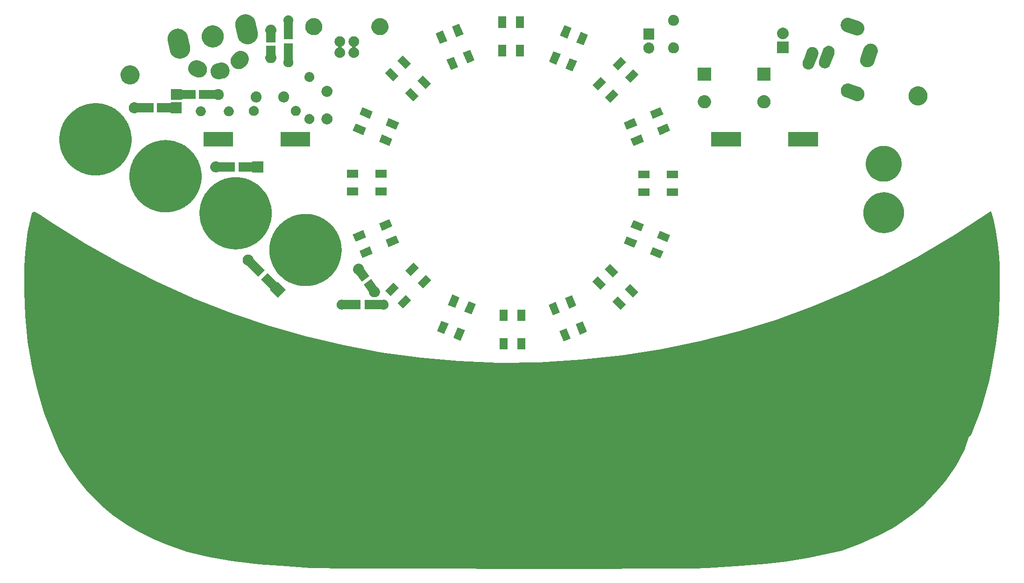
<source format=gts>
G04 #@! TF.GenerationSoftware,KiCad,Pcbnew,(5.1.0-998-gf550ecaf1)*
G04 #@! TF.CreationDate,2019-07-11T01:53:52-07:00*
G04 #@! TF.ProjectId,Stylish-Belt-Synth - Full,5374796c-6973-4682-9d42-656c742d5379,rev?*
G04 #@! TF.SameCoordinates,Original*
G04 #@! TF.FileFunction,Soldermask,Top*
G04 #@! TF.FilePolarity,Negative*
%FSLAX46Y46*%
G04 Gerber Fmt 4.6, Leading zero omitted, Abs format (unit mm)*
G04 Created by KiCad (PCBNEW (5.1.0-998-gf550ecaf1)) date 2019-07-11 01:53:52*
%MOMM*%
%LPD*%
G04 APERTURE LIST*
%ADD10C,0.150000*%
%ADD11C,0.100000*%
G04 APERTURE END LIST*
D10*
G36*
X64753000Y-93128000D02*
G01*
X71103000Y-97118000D01*
X77453000Y-100708000D01*
X84113000Y-104088000D01*
X90793000Y-107088000D01*
X97353000Y-109658000D01*
X104053000Y-111908000D01*
X111103000Y-113958000D01*
X118013000Y-115608000D01*
X124913000Y-116908000D01*
X132053000Y-117838000D01*
X138783000Y-118458000D01*
X146073000Y-118748000D01*
X153443000Y-118678000D01*
X160963000Y-118228000D01*
X168353000Y-117398000D01*
X175463000Y-116318000D01*
X182793000Y-114818000D01*
X189673000Y-113028000D01*
X196393000Y-110968000D01*
X203003000Y-108568000D01*
X209683000Y-105768000D01*
X215883000Y-102888000D01*
X222023000Y-99548000D01*
X228733000Y-95578000D01*
X235313000Y-91308000D01*
X235513000Y-91868000D01*
X235783000Y-92828000D01*
X236193000Y-94878000D01*
X236483000Y-97098000D01*
X236743000Y-99598000D01*
X236813000Y-100948000D01*
X236833000Y-103348000D01*
X236823000Y-106178000D01*
X236763000Y-109158000D01*
X236643000Y-111178000D01*
X236423000Y-113168000D01*
X236163000Y-115188000D01*
X235793000Y-117648000D01*
X235353000Y-120028000D01*
X234873000Y-122188000D01*
X234433000Y-123968000D01*
X233753000Y-126328000D01*
X233233000Y-127868000D01*
X232653000Y-129368000D01*
X232133000Y-130668000D01*
X231733000Y-131528000D01*
X231553000Y-131898000D01*
X231303000Y-132038000D01*
X230503000Y-134428000D01*
X229953000Y-135528000D01*
X228993000Y-137298000D01*
X227033000Y-140098000D01*
X225293000Y-142168000D01*
X223013000Y-144538000D01*
X221133000Y-146158000D01*
X217883000Y-148408000D01*
X215323000Y-149788000D01*
X211633000Y-151508000D01*
X208223000Y-152718000D01*
X205873000Y-153238000D01*
X202303000Y-153978000D01*
X198233000Y-154668000D01*
X194493000Y-155098000D01*
X188983000Y-155518000D01*
X183813000Y-155828000D01*
X181413000Y-155928000D01*
X155253000Y-156068000D01*
X129043000Y-155978000D01*
X123833000Y-155968000D01*
X120123000Y-155928000D01*
X117253000Y-155928000D01*
X113713000Y-155858000D01*
X112043000Y-155828000D01*
X106473000Y-155468000D01*
X102683000Y-155168000D01*
X97783000Y-154588000D01*
X93393000Y-153808000D01*
X89523000Y-152878000D01*
X85993000Y-151648000D01*
X83523000Y-150648000D01*
X81003000Y-149388000D01*
X78763000Y-148098000D01*
X76033000Y-146238000D01*
X74343000Y-144798000D01*
X71413000Y-141798000D01*
X70083000Y-140158000D01*
X68173000Y-137508000D01*
X66463000Y-134628000D01*
X65243000Y-131578000D01*
X63723000Y-127728000D01*
X62433000Y-123288000D01*
X61633000Y-119698000D01*
X60783000Y-114928000D01*
X60303000Y-110118000D01*
X60163000Y-105798000D01*
X60163000Y-101288000D01*
X60303000Y-98728000D01*
X60773000Y-94868000D01*
X61393000Y-91988000D01*
X61613000Y-91418000D01*
X61923000Y-91348000D01*
X62893000Y-91898000D01*
X64753000Y-93128000D01*
G37*
X64753000Y-93128000D02*
X71103000Y-97118000D01*
X77453000Y-100708000D01*
X84113000Y-104088000D01*
X90793000Y-107088000D01*
X97353000Y-109658000D01*
X104053000Y-111908000D01*
X111103000Y-113958000D01*
X118013000Y-115608000D01*
X124913000Y-116908000D01*
X132053000Y-117838000D01*
X138783000Y-118458000D01*
X146073000Y-118748000D01*
X153443000Y-118678000D01*
X160963000Y-118228000D01*
X168353000Y-117398000D01*
X175463000Y-116318000D01*
X182793000Y-114818000D01*
X189673000Y-113028000D01*
X196393000Y-110968000D01*
X203003000Y-108568000D01*
X209683000Y-105768000D01*
X215883000Y-102888000D01*
X222023000Y-99548000D01*
X228733000Y-95578000D01*
X235313000Y-91308000D01*
X235513000Y-91868000D01*
X235783000Y-92828000D01*
X236193000Y-94878000D01*
X236483000Y-97098000D01*
X236743000Y-99598000D01*
X236813000Y-100948000D01*
X236833000Y-103348000D01*
X236823000Y-106178000D01*
X236763000Y-109158000D01*
X236643000Y-111178000D01*
X236423000Y-113168000D01*
X236163000Y-115188000D01*
X235793000Y-117648000D01*
X235353000Y-120028000D01*
X234873000Y-122188000D01*
X234433000Y-123968000D01*
X233753000Y-126328000D01*
X233233000Y-127868000D01*
X232653000Y-129368000D01*
X232133000Y-130668000D01*
X231733000Y-131528000D01*
X231553000Y-131898000D01*
X231303000Y-132038000D01*
X230503000Y-134428000D01*
X229953000Y-135528000D01*
X228993000Y-137298000D01*
X227033000Y-140098000D01*
X225293000Y-142168000D01*
X223013000Y-144538000D01*
X221133000Y-146158000D01*
X217883000Y-148408000D01*
X215323000Y-149788000D01*
X211633000Y-151508000D01*
X208223000Y-152718000D01*
X205873000Y-153238000D01*
X202303000Y-153978000D01*
X198233000Y-154668000D01*
X194493000Y-155098000D01*
X188983000Y-155518000D01*
X183813000Y-155828000D01*
X181413000Y-155928000D01*
X155253000Y-156068000D01*
X129043000Y-155978000D01*
X123833000Y-155968000D01*
X120123000Y-155928000D01*
X117253000Y-155928000D01*
X113713000Y-155858000D01*
X112043000Y-155828000D01*
X106473000Y-155468000D01*
X102683000Y-155168000D01*
X97783000Y-154588000D01*
X93393000Y-153808000D01*
X89523000Y-152878000D01*
X85993000Y-151648000D01*
X83523000Y-150648000D01*
X81003000Y-149388000D01*
X78763000Y-148098000D01*
X76033000Y-146238000D01*
X74343000Y-144798000D01*
X71413000Y-141798000D01*
X70083000Y-140158000D01*
X68173000Y-137508000D01*
X66463000Y-134628000D01*
X65243000Y-131578000D01*
X63723000Y-127728000D01*
X62433000Y-123288000D01*
X61633000Y-119698000D01*
X60783000Y-114928000D01*
X60303000Y-110118000D01*
X60163000Y-105798000D01*
X60163000Y-101288000D01*
X60303000Y-98728000D01*
X60773000Y-94868000D01*
X61393000Y-91988000D01*
X61613000Y-91418000D01*
X61923000Y-91348000D01*
X62893000Y-91898000D01*
X64753000Y-93128000D01*
D11*
G36*
X146147792Y-118802669D02*
G01*
X146189499Y-118804745D01*
X146238229Y-118816669D01*
X146293741Y-118825263D01*
X146332973Y-118839853D01*
X146367811Y-118848378D01*
X146418749Y-118871753D01*
X146476919Y-118893386D01*
X146507406Y-118912437D01*
X146534649Y-118924938D01*
X146585036Y-118960945D01*
X146642657Y-118996951D01*
X146664414Y-119017670D01*
X146683998Y-119031665D01*
X146730704Y-119080797D01*
X146784186Y-119131727D01*
X146797962Y-119151548D01*
X146810475Y-119164711D01*
X146850211Y-119226724D01*
X146895723Y-119292208D01*
X146902900Y-119308954D01*
X146909513Y-119319274D01*
X146938980Y-119393134D01*
X146972713Y-119471839D01*
X146975186Y-119483885D01*
X146977534Y-119489771D01*
X146993594Y-119573563D01*
X147012011Y-119663283D01*
X147011989Y-119669538D01*
X147012057Y-119669892D01*
X147011397Y-119858821D01*
X147011327Y-119859174D01*
X147011305Y-119865431D01*
X146992259Y-119955036D01*
X146975618Y-120038697D01*
X146973229Y-120044566D01*
X146970672Y-120056595D01*
X146936383Y-120135080D01*
X146906406Y-120208720D01*
X146899724Y-120218990D01*
X146892430Y-120235685D01*
X146846462Y-120300849D01*
X146806296Y-120362580D01*
X146793691Y-120375655D01*
X146779775Y-120395383D01*
X146725933Y-120445944D01*
X146678890Y-120494744D01*
X146659212Y-120508600D01*
X146637309Y-120529168D01*
X146579436Y-120564771D01*
X146528799Y-120600426D01*
X146501467Y-120612738D01*
X146470851Y-120631573D01*
X146412536Y-120652798D01*
X146361431Y-120675819D01*
X146326533Y-120684101D01*
X146287203Y-120698416D01*
X146231637Y-120706621D01*
X146182826Y-120718205D01*
X146141105Y-120719990D01*
X146093864Y-120726966D01*
X146043662Y-120724159D01*
X145999422Y-120726052D01*
X145952293Y-120719051D01*
X145898734Y-120716056D01*
X145855830Y-120704720D01*
X145817850Y-120699078D01*
X145767343Y-120681341D01*
X145709783Y-120666133D01*
X145675313Y-120649022D01*
X145644653Y-120638255D01*
X145593341Y-120608331D01*
X145534729Y-120579236D01*
X145509057Y-120559178D01*
X145486080Y-120545779D01*
X145436927Y-120502824D01*
X145380725Y-120458914D01*
X145363438Y-120438602D01*
X145347855Y-120424984D01*
X145304110Y-120368892D01*
X145254059Y-120310083D01*
X145244058Y-120291891D01*
X145234966Y-120280233D01*
X145199953Y-120211663D01*
X145159908Y-120138822D01*
X145155520Y-120124648D01*
X145151486Y-120116747D01*
X145128454Y-120037210D01*
X145102116Y-119952127D01*
X145101246Y-119943254D01*
X145100427Y-119940426D01*
X145092350Y-119852530D01*
X145083045Y-119757625D01*
X145093006Y-119662851D01*
X145101702Y-119574947D01*
X145102542Y-119572121D01*
X145103473Y-119563260D01*
X145130397Y-119478387D01*
X145153990Y-119398992D01*
X145158079Y-119391119D01*
X145162567Y-119376973D01*
X145203120Y-119304411D01*
X145238611Y-119236089D01*
X145247786Y-119224492D01*
X145257912Y-119206374D01*
X145308368Y-119147920D01*
X145352507Y-119092131D01*
X145368184Y-119078623D01*
X145385613Y-119058431D01*
X145442123Y-119014912D01*
X145491572Y-118972304D01*
X145514642Y-118959065D01*
X145540454Y-118939187D01*
X145599263Y-118910504D01*
X145650789Y-118880935D01*
X145681528Y-118870381D01*
X145716110Y-118853514D01*
X145773772Y-118838709D01*
X145824405Y-118821324D01*
X145862422Y-118815947D01*
X145905405Y-118804911D01*
X145958983Y-118802291D01*
X146006162Y-118795618D01*
X146050392Y-118797820D01*
X146100607Y-118795364D01*
X146147792Y-118802669D01*
X146147792Y-118802669D01*
G37*
G36*
X153513792Y-118675669D02*
G01*
X153555499Y-118677745D01*
X153604229Y-118689669D01*
X153659741Y-118698263D01*
X153698973Y-118712853D01*
X153733811Y-118721378D01*
X153784749Y-118744753D01*
X153842919Y-118766386D01*
X153873406Y-118785437D01*
X153900649Y-118797938D01*
X153951036Y-118833945D01*
X154008657Y-118869951D01*
X154030414Y-118890670D01*
X154049998Y-118904665D01*
X154096704Y-118953797D01*
X154150186Y-119004727D01*
X154163962Y-119024548D01*
X154176475Y-119037711D01*
X154216211Y-119099724D01*
X154261723Y-119165208D01*
X154268900Y-119181954D01*
X154275513Y-119192274D01*
X154304980Y-119266134D01*
X154338713Y-119344839D01*
X154341186Y-119356885D01*
X154343534Y-119362771D01*
X154359594Y-119446563D01*
X154378011Y-119536283D01*
X154377989Y-119542538D01*
X154378057Y-119542892D01*
X154377397Y-119731821D01*
X154377327Y-119732174D01*
X154377305Y-119738431D01*
X154358259Y-119828036D01*
X154341618Y-119911697D01*
X154339229Y-119917566D01*
X154336672Y-119929595D01*
X154302383Y-120008080D01*
X154272406Y-120081720D01*
X154265724Y-120091990D01*
X154258430Y-120108685D01*
X154212462Y-120173849D01*
X154172296Y-120235580D01*
X154159691Y-120248655D01*
X154145775Y-120268383D01*
X154091933Y-120318944D01*
X154044890Y-120367744D01*
X154025212Y-120381600D01*
X154003309Y-120402168D01*
X153945436Y-120437771D01*
X153894799Y-120473426D01*
X153867467Y-120485738D01*
X153836851Y-120504573D01*
X153778536Y-120525798D01*
X153727431Y-120548819D01*
X153692533Y-120557101D01*
X153653203Y-120571416D01*
X153597637Y-120579621D01*
X153548826Y-120591205D01*
X153507105Y-120592990D01*
X153459864Y-120599966D01*
X153409662Y-120597159D01*
X153365422Y-120599052D01*
X153318293Y-120592051D01*
X153264734Y-120589056D01*
X153221830Y-120577720D01*
X153183850Y-120572078D01*
X153133343Y-120554341D01*
X153075783Y-120539133D01*
X153041313Y-120522022D01*
X153010653Y-120511255D01*
X152959341Y-120481331D01*
X152900729Y-120452236D01*
X152875057Y-120432178D01*
X152852080Y-120418779D01*
X152802927Y-120375824D01*
X152746725Y-120331914D01*
X152729438Y-120311602D01*
X152713855Y-120297984D01*
X152670110Y-120241892D01*
X152620059Y-120183083D01*
X152610058Y-120164891D01*
X152600966Y-120153233D01*
X152565953Y-120084663D01*
X152525908Y-120011822D01*
X152521520Y-119997648D01*
X152517486Y-119989747D01*
X152494454Y-119910210D01*
X152468116Y-119825127D01*
X152467246Y-119816254D01*
X152466427Y-119813426D01*
X152458350Y-119725530D01*
X152449045Y-119630625D01*
X152459006Y-119535851D01*
X152467702Y-119447947D01*
X152468542Y-119445121D01*
X152469473Y-119436260D01*
X152496397Y-119351387D01*
X152519990Y-119271992D01*
X152524079Y-119264119D01*
X152528567Y-119249973D01*
X152569120Y-119177411D01*
X152604611Y-119109089D01*
X152613786Y-119097492D01*
X152623912Y-119079374D01*
X152674368Y-119020920D01*
X152718507Y-118965131D01*
X152734184Y-118951623D01*
X152751613Y-118931431D01*
X152808123Y-118887912D01*
X152857572Y-118845304D01*
X152880642Y-118832065D01*
X152906454Y-118812187D01*
X152965263Y-118783504D01*
X153016789Y-118753935D01*
X153047528Y-118743381D01*
X153082110Y-118726514D01*
X153139772Y-118711709D01*
X153190405Y-118694324D01*
X153228422Y-118688947D01*
X153271405Y-118677911D01*
X153324983Y-118675291D01*
X153372162Y-118668618D01*
X153416392Y-118670820D01*
X153466607Y-118668364D01*
X153513792Y-118675669D01*
X153513792Y-118675669D01*
G37*
G36*
X138781792Y-118421669D02*
G01*
X138823499Y-118423745D01*
X138872229Y-118435669D01*
X138927741Y-118444263D01*
X138966973Y-118458853D01*
X139001811Y-118467378D01*
X139052749Y-118490753D01*
X139110919Y-118512386D01*
X139141406Y-118531437D01*
X139168649Y-118543938D01*
X139219036Y-118579945D01*
X139276657Y-118615951D01*
X139298414Y-118636670D01*
X139317998Y-118650665D01*
X139364704Y-118699797D01*
X139418186Y-118750727D01*
X139431962Y-118770548D01*
X139444475Y-118783711D01*
X139484211Y-118845724D01*
X139529723Y-118911208D01*
X139536900Y-118927954D01*
X139543513Y-118938274D01*
X139572980Y-119012134D01*
X139606713Y-119090839D01*
X139609186Y-119102885D01*
X139611534Y-119108771D01*
X139627594Y-119192563D01*
X139646011Y-119282283D01*
X139645989Y-119288538D01*
X139646057Y-119288892D01*
X139645397Y-119477821D01*
X139645327Y-119478174D01*
X139645305Y-119484431D01*
X139626259Y-119574036D01*
X139609618Y-119657697D01*
X139607229Y-119663566D01*
X139604672Y-119675595D01*
X139570383Y-119754080D01*
X139540406Y-119827720D01*
X139533724Y-119837990D01*
X139526430Y-119854685D01*
X139480462Y-119919849D01*
X139440296Y-119981580D01*
X139427691Y-119994655D01*
X139413775Y-120014383D01*
X139359933Y-120064944D01*
X139312890Y-120113744D01*
X139293212Y-120127600D01*
X139271309Y-120148168D01*
X139213436Y-120183771D01*
X139162799Y-120219426D01*
X139135467Y-120231738D01*
X139104851Y-120250573D01*
X139046536Y-120271798D01*
X138995431Y-120294819D01*
X138960533Y-120303101D01*
X138921203Y-120317416D01*
X138865637Y-120325621D01*
X138816826Y-120337205D01*
X138775105Y-120338990D01*
X138727864Y-120345966D01*
X138677662Y-120343159D01*
X138633422Y-120345052D01*
X138586293Y-120338051D01*
X138532734Y-120335056D01*
X138489830Y-120323720D01*
X138451850Y-120318078D01*
X138401343Y-120300341D01*
X138343783Y-120285133D01*
X138309313Y-120268022D01*
X138278653Y-120257255D01*
X138227341Y-120227331D01*
X138168729Y-120198236D01*
X138143057Y-120178178D01*
X138120080Y-120164779D01*
X138070927Y-120121824D01*
X138014725Y-120077914D01*
X137997438Y-120057602D01*
X137981855Y-120043984D01*
X137938110Y-119987892D01*
X137888059Y-119929083D01*
X137878058Y-119910891D01*
X137868966Y-119899233D01*
X137833953Y-119830663D01*
X137793908Y-119757822D01*
X137789520Y-119743648D01*
X137785486Y-119735747D01*
X137762454Y-119656210D01*
X137736116Y-119571127D01*
X137735246Y-119562254D01*
X137734427Y-119559426D01*
X137726350Y-119471530D01*
X137717045Y-119376625D01*
X137727006Y-119281851D01*
X137735702Y-119193947D01*
X137736542Y-119191121D01*
X137737473Y-119182260D01*
X137764397Y-119097387D01*
X137787990Y-119017992D01*
X137792079Y-119010119D01*
X137796567Y-118995973D01*
X137837120Y-118923411D01*
X137872611Y-118855089D01*
X137881786Y-118843492D01*
X137891912Y-118825374D01*
X137942368Y-118766920D01*
X137986507Y-118711131D01*
X138002184Y-118697623D01*
X138019613Y-118677431D01*
X138076123Y-118633912D01*
X138125572Y-118591304D01*
X138148642Y-118578065D01*
X138174454Y-118558187D01*
X138233263Y-118529504D01*
X138284789Y-118499935D01*
X138315528Y-118489381D01*
X138350110Y-118472514D01*
X138407772Y-118457709D01*
X138458405Y-118440324D01*
X138496422Y-118434947D01*
X138539405Y-118423911D01*
X138592983Y-118421291D01*
X138640162Y-118414618D01*
X138684392Y-118416820D01*
X138734607Y-118414364D01*
X138781792Y-118421669D01*
X138781792Y-118421669D01*
G37*
G36*
X161006792Y-118294669D02*
G01*
X161048499Y-118296745D01*
X161097229Y-118308669D01*
X161152741Y-118317263D01*
X161191973Y-118331853D01*
X161226811Y-118340378D01*
X161277749Y-118363753D01*
X161335919Y-118385386D01*
X161366406Y-118404437D01*
X161393649Y-118416938D01*
X161444036Y-118452945D01*
X161501657Y-118488951D01*
X161523414Y-118509670D01*
X161542998Y-118523665D01*
X161589704Y-118572797D01*
X161643186Y-118623727D01*
X161656962Y-118643548D01*
X161669475Y-118656711D01*
X161709211Y-118718724D01*
X161754723Y-118784208D01*
X161761900Y-118800954D01*
X161768513Y-118811274D01*
X161797980Y-118885134D01*
X161831713Y-118963839D01*
X161834186Y-118975885D01*
X161836534Y-118981771D01*
X161852594Y-119065563D01*
X161871011Y-119155283D01*
X161870989Y-119161538D01*
X161871057Y-119161892D01*
X161870397Y-119350821D01*
X161870327Y-119351174D01*
X161870305Y-119357431D01*
X161851259Y-119447036D01*
X161834618Y-119530697D01*
X161832229Y-119536566D01*
X161829672Y-119548595D01*
X161795383Y-119627080D01*
X161765406Y-119700720D01*
X161758724Y-119710990D01*
X161751430Y-119727685D01*
X161705462Y-119792849D01*
X161665296Y-119854580D01*
X161652691Y-119867655D01*
X161638775Y-119887383D01*
X161584933Y-119937944D01*
X161537890Y-119986744D01*
X161518212Y-120000600D01*
X161496309Y-120021168D01*
X161438436Y-120056771D01*
X161387799Y-120092426D01*
X161360467Y-120104738D01*
X161329851Y-120123573D01*
X161271536Y-120144798D01*
X161220431Y-120167819D01*
X161185533Y-120176101D01*
X161146203Y-120190416D01*
X161090637Y-120198621D01*
X161041826Y-120210205D01*
X161000105Y-120211990D01*
X160952864Y-120218966D01*
X160902662Y-120216159D01*
X160858422Y-120218052D01*
X160811293Y-120211051D01*
X160757734Y-120208056D01*
X160714830Y-120196720D01*
X160676850Y-120191078D01*
X160626343Y-120173341D01*
X160568783Y-120158133D01*
X160534313Y-120141022D01*
X160503653Y-120130255D01*
X160452341Y-120100331D01*
X160393729Y-120071236D01*
X160368057Y-120051178D01*
X160345080Y-120037779D01*
X160295927Y-119994824D01*
X160239725Y-119950914D01*
X160222438Y-119930602D01*
X160206855Y-119916984D01*
X160163110Y-119860892D01*
X160113059Y-119802083D01*
X160103058Y-119783891D01*
X160093966Y-119772233D01*
X160058953Y-119703663D01*
X160018908Y-119630822D01*
X160014520Y-119616648D01*
X160010486Y-119608747D01*
X159987454Y-119529210D01*
X159961116Y-119444127D01*
X159960246Y-119435254D01*
X159959427Y-119432426D01*
X159951350Y-119344530D01*
X159942045Y-119249625D01*
X159952006Y-119154851D01*
X159960702Y-119066947D01*
X159961542Y-119064121D01*
X159962473Y-119055260D01*
X159989397Y-118970387D01*
X160012990Y-118890992D01*
X160017079Y-118883119D01*
X160021567Y-118868973D01*
X160062120Y-118796411D01*
X160097611Y-118728089D01*
X160106786Y-118716492D01*
X160116912Y-118698374D01*
X160167368Y-118639920D01*
X160211507Y-118584131D01*
X160227184Y-118570623D01*
X160244613Y-118550431D01*
X160301123Y-118506912D01*
X160350572Y-118464304D01*
X160373642Y-118451065D01*
X160399454Y-118431187D01*
X160458263Y-118402504D01*
X160509789Y-118372935D01*
X160540528Y-118362381D01*
X160575110Y-118345514D01*
X160632772Y-118330709D01*
X160683405Y-118313324D01*
X160721422Y-118307947D01*
X160764405Y-118296911D01*
X160817983Y-118294291D01*
X160865162Y-118287618D01*
X160909392Y-118289820D01*
X160959607Y-118287364D01*
X161006792Y-118294669D01*
X161006792Y-118294669D01*
G37*
G36*
X132050792Y-117786669D02*
G01*
X132092499Y-117788745D01*
X132141229Y-117800669D01*
X132196741Y-117809263D01*
X132235973Y-117823853D01*
X132270811Y-117832378D01*
X132321749Y-117855753D01*
X132379919Y-117877386D01*
X132410406Y-117896437D01*
X132437649Y-117908938D01*
X132488036Y-117944945D01*
X132545657Y-117980951D01*
X132567414Y-118001670D01*
X132586998Y-118015665D01*
X132633704Y-118064797D01*
X132687186Y-118115727D01*
X132700962Y-118135548D01*
X132713475Y-118148711D01*
X132753211Y-118210724D01*
X132798723Y-118276208D01*
X132805900Y-118292954D01*
X132812513Y-118303274D01*
X132841980Y-118377134D01*
X132875713Y-118455839D01*
X132878186Y-118467885D01*
X132880534Y-118473771D01*
X132896594Y-118557563D01*
X132915011Y-118647283D01*
X132914989Y-118653538D01*
X132915057Y-118653892D01*
X132914397Y-118842821D01*
X132914327Y-118843174D01*
X132914305Y-118849431D01*
X132895259Y-118939036D01*
X132878618Y-119022697D01*
X132876229Y-119028566D01*
X132873672Y-119040595D01*
X132839383Y-119119080D01*
X132809406Y-119192720D01*
X132802724Y-119202990D01*
X132795430Y-119219685D01*
X132749462Y-119284849D01*
X132709296Y-119346580D01*
X132696691Y-119359655D01*
X132682775Y-119379383D01*
X132628933Y-119429944D01*
X132581890Y-119478744D01*
X132562212Y-119492600D01*
X132540309Y-119513168D01*
X132482436Y-119548771D01*
X132431799Y-119584426D01*
X132404467Y-119596738D01*
X132373851Y-119615573D01*
X132315536Y-119636798D01*
X132264431Y-119659819D01*
X132229533Y-119668101D01*
X132190203Y-119682416D01*
X132134637Y-119690621D01*
X132085826Y-119702205D01*
X132044105Y-119703990D01*
X131996864Y-119710966D01*
X131946662Y-119708159D01*
X131902422Y-119710052D01*
X131855293Y-119703051D01*
X131801734Y-119700056D01*
X131758830Y-119688720D01*
X131720850Y-119683078D01*
X131670343Y-119665341D01*
X131612783Y-119650133D01*
X131578313Y-119633022D01*
X131547653Y-119622255D01*
X131496341Y-119592331D01*
X131437729Y-119563236D01*
X131412057Y-119543178D01*
X131389080Y-119529779D01*
X131339927Y-119486824D01*
X131283725Y-119442914D01*
X131266438Y-119422602D01*
X131250855Y-119408984D01*
X131207110Y-119352892D01*
X131157059Y-119294083D01*
X131147058Y-119275891D01*
X131137966Y-119264233D01*
X131102953Y-119195663D01*
X131062908Y-119122822D01*
X131058520Y-119108648D01*
X131054486Y-119100747D01*
X131031454Y-119021210D01*
X131005116Y-118936127D01*
X131004246Y-118927254D01*
X131003427Y-118924426D01*
X130995350Y-118836530D01*
X130986045Y-118741625D01*
X130996006Y-118646851D01*
X131004702Y-118558947D01*
X131005542Y-118556121D01*
X131006473Y-118547260D01*
X131033397Y-118462387D01*
X131056990Y-118382992D01*
X131061079Y-118375119D01*
X131065567Y-118360973D01*
X131106120Y-118288411D01*
X131141611Y-118220089D01*
X131150786Y-118208492D01*
X131160912Y-118190374D01*
X131211368Y-118131920D01*
X131255507Y-118076131D01*
X131271184Y-118062623D01*
X131288613Y-118042431D01*
X131345123Y-117998912D01*
X131394572Y-117956304D01*
X131417642Y-117943065D01*
X131443454Y-117923187D01*
X131502263Y-117894504D01*
X131553789Y-117864935D01*
X131584528Y-117854381D01*
X131619110Y-117837514D01*
X131676772Y-117822709D01*
X131727405Y-117805324D01*
X131765422Y-117799947D01*
X131808405Y-117788911D01*
X131861983Y-117786291D01*
X131909162Y-117779618D01*
X131953392Y-117781820D01*
X132003607Y-117779364D01*
X132050792Y-117786669D01*
X132050792Y-117786669D01*
G37*
G36*
X168499792Y-117532669D02*
G01*
X168541499Y-117534745D01*
X168590229Y-117546669D01*
X168645741Y-117555263D01*
X168684973Y-117569853D01*
X168719811Y-117578378D01*
X168770749Y-117601753D01*
X168828919Y-117623386D01*
X168859406Y-117642437D01*
X168886649Y-117654938D01*
X168937036Y-117690945D01*
X168994657Y-117726951D01*
X169016414Y-117747670D01*
X169035998Y-117761665D01*
X169082704Y-117810797D01*
X169136186Y-117861727D01*
X169149962Y-117881548D01*
X169162475Y-117894711D01*
X169202211Y-117956724D01*
X169247723Y-118022208D01*
X169254900Y-118038954D01*
X169261513Y-118049274D01*
X169290980Y-118123134D01*
X169324713Y-118201839D01*
X169327186Y-118213885D01*
X169329534Y-118219771D01*
X169345594Y-118303563D01*
X169364011Y-118393283D01*
X169363989Y-118399538D01*
X169364057Y-118399892D01*
X169363397Y-118588821D01*
X169363327Y-118589174D01*
X169363305Y-118595431D01*
X169344259Y-118685036D01*
X169327618Y-118768697D01*
X169325229Y-118774566D01*
X169322672Y-118786595D01*
X169288383Y-118865080D01*
X169258406Y-118938720D01*
X169251724Y-118948990D01*
X169244430Y-118965685D01*
X169198462Y-119030849D01*
X169158296Y-119092580D01*
X169145691Y-119105655D01*
X169131775Y-119125383D01*
X169077933Y-119175944D01*
X169030890Y-119224744D01*
X169011212Y-119238600D01*
X168989309Y-119259168D01*
X168931436Y-119294771D01*
X168880799Y-119330426D01*
X168853467Y-119342738D01*
X168822851Y-119361573D01*
X168764536Y-119382798D01*
X168713431Y-119405819D01*
X168678533Y-119414101D01*
X168639203Y-119428416D01*
X168583637Y-119436621D01*
X168534826Y-119448205D01*
X168493105Y-119449990D01*
X168445864Y-119456966D01*
X168395662Y-119454159D01*
X168351422Y-119456052D01*
X168304293Y-119449051D01*
X168250734Y-119446056D01*
X168207830Y-119434720D01*
X168169850Y-119429078D01*
X168119343Y-119411341D01*
X168061783Y-119396133D01*
X168027313Y-119379022D01*
X167996653Y-119368255D01*
X167945341Y-119338331D01*
X167886729Y-119309236D01*
X167861057Y-119289178D01*
X167838080Y-119275779D01*
X167788927Y-119232824D01*
X167732725Y-119188914D01*
X167715438Y-119168602D01*
X167699855Y-119154984D01*
X167656110Y-119098892D01*
X167606059Y-119040083D01*
X167596058Y-119021891D01*
X167586966Y-119010233D01*
X167551953Y-118941663D01*
X167511908Y-118868822D01*
X167507520Y-118854648D01*
X167503486Y-118846747D01*
X167480454Y-118767210D01*
X167454116Y-118682127D01*
X167453246Y-118673254D01*
X167452427Y-118670426D01*
X167444350Y-118582530D01*
X167435045Y-118487625D01*
X167445006Y-118392851D01*
X167453702Y-118304947D01*
X167454542Y-118302121D01*
X167455473Y-118293260D01*
X167482397Y-118208387D01*
X167505990Y-118128992D01*
X167510079Y-118121119D01*
X167514567Y-118106973D01*
X167555120Y-118034411D01*
X167590611Y-117966089D01*
X167599786Y-117954492D01*
X167609912Y-117936374D01*
X167660368Y-117877920D01*
X167704507Y-117822131D01*
X167720184Y-117808623D01*
X167737613Y-117788431D01*
X167794123Y-117744912D01*
X167843572Y-117702304D01*
X167866642Y-117689065D01*
X167892454Y-117669187D01*
X167951263Y-117640504D01*
X168002789Y-117610935D01*
X168033528Y-117600381D01*
X168068110Y-117583514D01*
X168125772Y-117568709D01*
X168176405Y-117551324D01*
X168214422Y-117545947D01*
X168257405Y-117534911D01*
X168310983Y-117532291D01*
X168358162Y-117525618D01*
X168402392Y-117527820D01*
X168452607Y-117525364D01*
X168499792Y-117532669D01*
X168499792Y-117532669D01*
G37*
G36*
X124811792Y-116897669D02*
G01*
X124853499Y-116899745D01*
X124902229Y-116911669D01*
X124957741Y-116920263D01*
X124996973Y-116934853D01*
X125031811Y-116943378D01*
X125082749Y-116966753D01*
X125140919Y-116988386D01*
X125171406Y-117007437D01*
X125198649Y-117019938D01*
X125249036Y-117055945D01*
X125306657Y-117091951D01*
X125328414Y-117112670D01*
X125347998Y-117126665D01*
X125394704Y-117175797D01*
X125448186Y-117226727D01*
X125461962Y-117246548D01*
X125474475Y-117259711D01*
X125514211Y-117321724D01*
X125559723Y-117387208D01*
X125566900Y-117403954D01*
X125573513Y-117414274D01*
X125602980Y-117488134D01*
X125636713Y-117566839D01*
X125639186Y-117578885D01*
X125641534Y-117584771D01*
X125657594Y-117668563D01*
X125676011Y-117758283D01*
X125675989Y-117764538D01*
X125676057Y-117764892D01*
X125675397Y-117953821D01*
X125675327Y-117954174D01*
X125675305Y-117960431D01*
X125656259Y-118050036D01*
X125639618Y-118133697D01*
X125637229Y-118139566D01*
X125634672Y-118151595D01*
X125600383Y-118230080D01*
X125570406Y-118303720D01*
X125563724Y-118313990D01*
X125556430Y-118330685D01*
X125510462Y-118395849D01*
X125470296Y-118457580D01*
X125457691Y-118470655D01*
X125443775Y-118490383D01*
X125389933Y-118540944D01*
X125342890Y-118589744D01*
X125323212Y-118603600D01*
X125301309Y-118624168D01*
X125243436Y-118659771D01*
X125192799Y-118695426D01*
X125165467Y-118707738D01*
X125134851Y-118726573D01*
X125076536Y-118747798D01*
X125025431Y-118770819D01*
X124990533Y-118779101D01*
X124951203Y-118793416D01*
X124895637Y-118801621D01*
X124846826Y-118813205D01*
X124805105Y-118814990D01*
X124757864Y-118821966D01*
X124707662Y-118819159D01*
X124663422Y-118821052D01*
X124616293Y-118814051D01*
X124562734Y-118811056D01*
X124519830Y-118799720D01*
X124481850Y-118794078D01*
X124431343Y-118776341D01*
X124373783Y-118761133D01*
X124339313Y-118744022D01*
X124308653Y-118733255D01*
X124257341Y-118703331D01*
X124198729Y-118674236D01*
X124173057Y-118654178D01*
X124150080Y-118640779D01*
X124100927Y-118597824D01*
X124044725Y-118553914D01*
X124027438Y-118533602D01*
X124011855Y-118519984D01*
X123968110Y-118463892D01*
X123918059Y-118405083D01*
X123908058Y-118386891D01*
X123898966Y-118375233D01*
X123863953Y-118306663D01*
X123823908Y-118233822D01*
X123819520Y-118219648D01*
X123815486Y-118211747D01*
X123792454Y-118132210D01*
X123766116Y-118047127D01*
X123765246Y-118038254D01*
X123764427Y-118035426D01*
X123756350Y-117947530D01*
X123747045Y-117852625D01*
X123757006Y-117757851D01*
X123765702Y-117669947D01*
X123766542Y-117667121D01*
X123767473Y-117658260D01*
X123794397Y-117573387D01*
X123817990Y-117493992D01*
X123822079Y-117486119D01*
X123826567Y-117471973D01*
X123867120Y-117399411D01*
X123902611Y-117331089D01*
X123911786Y-117319492D01*
X123921912Y-117301374D01*
X123972368Y-117242920D01*
X124016507Y-117187131D01*
X124032184Y-117173623D01*
X124049613Y-117153431D01*
X124106123Y-117109912D01*
X124155572Y-117067304D01*
X124178642Y-117054065D01*
X124204454Y-117034187D01*
X124263263Y-117005504D01*
X124314789Y-116975935D01*
X124345528Y-116965381D01*
X124380110Y-116948514D01*
X124437772Y-116933709D01*
X124488405Y-116916324D01*
X124526422Y-116910947D01*
X124569405Y-116899911D01*
X124622983Y-116897291D01*
X124670162Y-116890618D01*
X124714392Y-116892820D01*
X124764607Y-116890364D01*
X124811792Y-116897669D01*
X124811792Y-116897669D01*
G37*
G36*
X175611792Y-116389669D02*
G01*
X175653499Y-116391745D01*
X175702229Y-116403669D01*
X175757741Y-116412263D01*
X175796973Y-116426853D01*
X175831811Y-116435378D01*
X175882749Y-116458753D01*
X175940919Y-116480386D01*
X175971406Y-116499437D01*
X175998649Y-116511938D01*
X176049036Y-116547945D01*
X176106657Y-116583951D01*
X176128414Y-116604670D01*
X176147998Y-116618665D01*
X176194704Y-116667797D01*
X176248186Y-116718727D01*
X176261962Y-116738548D01*
X176274475Y-116751711D01*
X176314211Y-116813724D01*
X176359723Y-116879208D01*
X176366900Y-116895954D01*
X176373513Y-116906274D01*
X176402980Y-116980134D01*
X176436713Y-117058839D01*
X176439186Y-117070885D01*
X176441534Y-117076771D01*
X176457594Y-117160563D01*
X176476011Y-117250283D01*
X176475989Y-117256538D01*
X176476057Y-117256892D01*
X176475397Y-117445821D01*
X176475327Y-117446174D01*
X176475305Y-117452431D01*
X176456259Y-117542036D01*
X176439618Y-117625697D01*
X176437229Y-117631566D01*
X176434672Y-117643595D01*
X176400383Y-117722080D01*
X176370406Y-117795720D01*
X176363724Y-117805990D01*
X176356430Y-117822685D01*
X176310462Y-117887849D01*
X176270296Y-117949580D01*
X176257691Y-117962655D01*
X176243775Y-117982383D01*
X176189933Y-118032944D01*
X176142890Y-118081744D01*
X176123212Y-118095600D01*
X176101309Y-118116168D01*
X176043436Y-118151771D01*
X175992799Y-118187426D01*
X175965467Y-118199738D01*
X175934851Y-118218573D01*
X175876536Y-118239798D01*
X175825431Y-118262819D01*
X175790533Y-118271101D01*
X175751203Y-118285416D01*
X175695637Y-118293621D01*
X175646826Y-118305205D01*
X175605105Y-118306990D01*
X175557864Y-118313966D01*
X175507662Y-118311159D01*
X175463422Y-118313052D01*
X175416293Y-118306051D01*
X175362734Y-118303056D01*
X175319830Y-118291720D01*
X175281850Y-118286078D01*
X175231343Y-118268341D01*
X175173783Y-118253133D01*
X175139313Y-118236022D01*
X175108653Y-118225255D01*
X175057341Y-118195331D01*
X174998729Y-118166236D01*
X174973057Y-118146178D01*
X174950080Y-118132779D01*
X174900927Y-118089824D01*
X174844725Y-118045914D01*
X174827438Y-118025602D01*
X174811855Y-118011984D01*
X174768110Y-117955892D01*
X174718059Y-117897083D01*
X174708058Y-117878891D01*
X174698966Y-117867233D01*
X174663953Y-117798663D01*
X174623908Y-117725822D01*
X174619520Y-117711648D01*
X174615486Y-117703747D01*
X174592454Y-117624210D01*
X174566116Y-117539127D01*
X174565246Y-117530254D01*
X174564427Y-117527426D01*
X174556350Y-117439530D01*
X174547045Y-117344625D01*
X174557006Y-117249851D01*
X174565702Y-117161947D01*
X174566542Y-117159121D01*
X174567473Y-117150260D01*
X174594397Y-117065387D01*
X174617990Y-116985992D01*
X174622079Y-116978119D01*
X174626567Y-116963973D01*
X174667120Y-116891411D01*
X174702611Y-116823089D01*
X174711786Y-116811492D01*
X174721912Y-116793374D01*
X174772368Y-116734920D01*
X174816507Y-116679131D01*
X174832184Y-116665623D01*
X174849613Y-116645431D01*
X174906123Y-116601912D01*
X174955572Y-116559304D01*
X174978642Y-116546065D01*
X175004454Y-116526187D01*
X175063263Y-116497504D01*
X175114789Y-116467935D01*
X175145528Y-116457381D01*
X175180110Y-116440514D01*
X175237772Y-116425709D01*
X175288405Y-116408324D01*
X175326422Y-116402947D01*
X175369405Y-116391911D01*
X175422983Y-116389291D01*
X175470162Y-116382618D01*
X175514392Y-116384820D01*
X175564607Y-116382364D01*
X175611792Y-116389669D01*
X175611792Y-116389669D01*
G37*
G36*
X117953792Y-115500669D02*
G01*
X117995499Y-115502745D01*
X118044229Y-115514669D01*
X118099741Y-115523263D01*
X118138973Y-115537853D01*
X118173811Y-115546378D01*
X118224749Y-115569753D01*
X118282919Y-115591386D01*
X118313406Y-115610437D01*
X118340649Y-115622938D01*
X118391036Y-115658945D01*
X118448657Y-115694951D01*
X118470414Y-115715670D01*
X118489998Y-115729665D01*
X118536704Y-115778797D01*
X118590186Y-115829727D01*
X118603962Y-115849548D01*
X118616475Y-115862711D01*
X118656211Y-115924724D01*
X118701723Y-115990208D01*
X118708900Y-116006954D01*
X118715513Y-116017274D01*
X118744980Y-116091134D01*
X118778713Y-116169839D01*
X118781186Y-116181885D01*
X118783534Y-116187771D01*
X118799594Y-116271563D01*
X118818011Y-116361283D01*
X118817989Y-116367538D01*
X118818057Y-116367892D01*
X118817397Y-116556821D01*
X118817327Y-116557174D01*
X118817305Y-116563431D01*
X118798259Y-116653036D01*
X118781618Y-116736697D01*
X118779229Y-116742566D01*
X118776672Y-116754595D01*
X118742383Y-116833080D01*
X118712406Y-116906720D01*
X118705724Y-116916990D01*
X118698430Y-116933685D01*
X118652462Y-116998849D01*
X118612296Y-117060580D01*
X118599691Y-117073655D01*
X118585775Y-117093383D01*
X118531933Y-117143944D01*
X118484890Y-117192744D01*
X118465212Y-117206600D01*
X118443309Y-117227168D01*
X118385436Y-117262771D01*
X118334799Y-117298426D01*
X118307467Y-117310738D01*
X118276851Y-117329573D01*
X118218536Y-117350798D01*
X118167431Y-117373819D01*
X118132533Y-117382101D01*
X118093203Y-117396416D01*
X118037637Y-117404621D01*
X117988826Y-117416205D01*
X117947105Y-117417990D01*
X117899864Y-117424966D01*
X117849662Y-117422159D01*
X117805422Y-117424052D01*
X117758293Y-117417051D01*
X117704734Y-117414056D01*
X117661830Y-117402720D01*
X117623850Y-117397078D01*
X117573343Y-117379341D01*
X117515783Y-117364133D01*
X117481313Y-117347022D01*
X117450653Y-117336255D01*
X117399341Y-117306331D01*
X117340729Y-117277236D01*
X117315057Y-117257178D01*
X117292080Y-117243779D01*
X117242927Y-117200824D01*
X117186725Y-117156914D01*
X117169438Y-117136602D01*
X117153855Y-117122984D01*
X117110110Y-117066892D01*
X117060059Y-117008083D01*
X117050058Y-116989891D01*
X117040966Y-116978233D01*
X117005953Y-116909663D01*
X116965908Y-116836822D01*
X116961520Y-116822648D01*
X116957486Y-116814747D01*
X116934454Y-116735210D01*
X116908116Y-116650127D01*
X116907246Y-116641254D01*
X116906427Y-116638426D01*
X116898350Y-116550530D01*
X116889045Y-116455625D01*
X116899006Y-116360851D01*
X116907702Y-116272947D01*
X116908542Y-116270121D01*
X116909473Y-116261260D01*
X116936397Y-116176387D01*
X116959990Y-116096992D01*
X116964079Y-116089119D01*
X116968567Y-116074973D01*
X117009120Y-116002411D01*
X117044611Y-115934089D01*
X117053786Y-115922492D01*
X117063912Y-115904374D01*
X117114368Y-115845920D01*
X117158507Y-115790131D01*
X117174184Y-115776623D01*
X117191613Y-115756431D01*
X117248123Y-115712912D01*
X117297572Y-115670304D01*
X117320642Y-115657065D01*
X117346454Y-115637187D01*
X117405263Y-115608504D01*
X117456789Y-115578935D01*
X117487528Y-115568381D01*
X117522110Y-115551514D01*
X117579772Y-115536709D01*
X117630405Y-115519324D01*
X117668422Y-115513947D01*
X117711405Y-115502911D01*
X117764983Y-115500291D01*
X117812162Y-115493618D01*
X117856392Y-115495820D01*
X117906607Y-115493364D01*
X117953792Y-115500669D01*
X117953792Y-115500669D01*
G37*
G36*
X182977792Y-114865669D02*
G01*
X183019499Y-114867745D01*
X183068229Y-114879669D01*
X183123741Y-114888263D01*
X183162973Y-114902853D01*
X183197811Y-114911378D01*
X183248749Y-114934753D01*
X183306919Y-114956386D01*
X183337406Y-114975437D01*
X183364649Y-114987938D01*
X183415036Y-115023945D01*
X183472657Y-115059951D01*
X183494414Y-115080670D01*
X183513998Y-115094665D01*
X183560704Y-115143797D01*
X183614186Y-115194727D01*
X183627962Y-115214548D01*
X183640475Y-115227711D01*
X183680211Y-115289724D01*
X183725723Y-115355208D01*
X183732900Y-115371954D01*
X183739513Y-115382274D01*
X183768980Y-115456134D01*
X183802713Y-115534839D01*
X183805186Y-115546885D01*
X183807534Y-115552771D01*
X183823594Y-115636563D01*
X183842011Y-115726283D01*
X183841989Y-115732538D01*
X183842057Y-115732892D01*
X183841397Y-115921821D01*
X183841327Y-115922174D01*
X183841305Y-115928431D01*
X183822259Y-116018036D01*
X183805618Y-116101697D01*
X183803229Y-116107566D01*
X183800672Y-116119595D01*
X183766383Y-116198080D01*
X183736406Y-116271720D01*
X183729724Y-116281990D01*
X183722430Y-116298685D01*
X183676462Y-116363849D01*
X183636296Y-116425580D01*
X183623691Y-116438655D01*
X183609775Y-116458383D01*
X183555933Y-116508944D01*
X183508890Y-116557744D01*
X183489212Y-116571600D01*
X183467309Y-116592168D01*
X183409436Y-116627771D01*
X183358799Y-116663426D01*
X183331467Y-116675738D01*
X183300851Y-116694573D01*
X183242536Y-116715798D01*
X183191431Y-116738819D01*
X183156533Y-116747101D01*
X183117203Y-116761416D01*
X183061637Y-116769621D01*
X183012826Y-116781205D01*
X182971105Y-116782990D01*
X182923864Y-116789966D01*
X182873662Y-116787159D01*
X182829422Y-116789052D01*
X182782293Y-116782051D01*
X182728734Y-116779056D01*
X182685830Y-116767720D01*
X182647850Y-116762078D01*
X182597343Y-116744341D01*
X182539783Y-116729133D01*
X182505313Y-116712022D01*
X182474653Y-116701255D01*
X182423341Y-116671331D01*
X182364729Y-116642236D01*
X182339057Y-116622178D01*
X182316080Y-116608779D01*
X182266927Y-116565824D01*
X182210725Y-116521914D01*
X182193438Y-116501602D01*
X182177855Y-116487984D01*
X182134110Y-116431892D01*
X182084059Y-116373083D01*
X182074058Y-116354891D01*
X182064966Y-116343233D01*
X182029953Y-116274663D01*
X181989908Y-116201822D01*
X181985520Y-116187648D01*
X181981486Y-116179747D01*
X181958454Y-116100210D01*
X181932116Y-116015127D01*
X181931246Y-116006254D01*
X181930427Y-116003426D01*
X181922350Y-115915530D01*
X181913045Y-115820625D01*
X181923006Y-115725851D01*
X181931702Y-115637947D01*
X181932542Y-115635121D01*
X181933473Y-115626260D01*
X181960397Y-115541387D01*
X181983990Y-115461992D01*
X181988079Y-115454119D01*
X181992567Y-115439973D01*
X182033120Y-115367411D01*
X182068611Y-115299089D01*
X182077786Y-115287492D01*
X182087912Y-115269374D01*
X182138368Y-115210920D01*
X182182507Y-115155131D01*
X182198184Y-115141623D01*
X182215613Y-115121431D01*
X182272123Y-115077912D01*
X182321572Y-115035304D01*
X182344642Y-115022065D01*
X182370454Y-115002187D01*
X182429263Y-114973504D01*
X182480789Y-114943935D01*
X182511528Y-114933381D01*
X182546110Y-114916514D01*
X182603772Y-114901709D01*
X182654405Y-114884324D01*
X182692422Y-114878947D01*
X182735405Y-114867911D01*
X182788983Y-114865291D01*
X182836162Y-114858618D01*
X182880392Y-114860820D01*
X182930607Y-114858364D01*
X182977792Y-114865669D01*
X182977792Y-114865669D01*
G37*
G36*
X147690000Y-116251500D02*
G01*
X146290000Y-116251500D01*
X146290000Y-114200500D01*
X147690000Y-114200500D01*
X147690000Y-116251500D01*
X147690000Y-116251500D01*
G37*
G36*
X150890000Y-116251500D02*
G01*
X149490000Y-116251500D01*
X149490000Y-114200500D01*
X150890000Y-114200500D01*
X150890000Y-116251500D01*
X150890000Y-116251500D01*
G37*
G36*
X110968792Y-113976669D02*
G01*
X111010499Y-113978745D01*
X111059229Y-113990669D01*
X111114741Y-113999263D01*
X111153973Y-114013853D01*
X111188811Y-114022378D01*
X111239749Y-114045753D01*
X111297919Y-114067386D01*
X111328406Y-114086437D01*
X111355649Y-114098938D01*
X111406036Y-114134945D01*
X111463657Y-114170951D01*
X111485414Y-114191670D01*
X111504998Y-114205665D01*
X111551704Y-114254797D01*
X111605186Y-114305727D01*
X111618962Y-114325548D01*
X111631475Y-114338711D01*
X111671211Y-114400724D01*
X111716723Y-114466208D01*
X111723900Y-114482954D01*
X111730513Y-114493274D01*
X111759980Y-114567134D01*
X111793713Y-114645839D01*
X111796186Y-114657885D01*
X111798534Y-114663771D01*
X111814594Y-114747563D01*
X111833011Y-114837283D01*
X111832989Y-114843538D01*
X111833057Y-114843892D01*
X111832397Y-115032821D01*
X111832327Y-115033174D01*
X111832305Y-115039431D01*
X111813259Y-115129036D01*
X111796618Y-115212697D01*
X111794229Y-115218566D01*
X111791672Y-115230595D01*
X111757383Y-115309080D01*
X111727406Y-115382720D01*
X111720724Y-115392990D01*
X111713430Y-115409685D01*
X111667462Y-115474849D01*
X111627296Y-115536580D01*
X111614691Y-115549655D01*
X111600775Y-115569383D01*
X111546933Y-115619944D01*
X111499890Y-115668744D01*
X111480212Y-115682600D01*
X111458309Y-115703168D01*
X111400436Y-115738771D01*
X111349799Y-115774426D01*
X111322467Y-115786738D01*
X111291851Y-115805573D01*
X111233536Y-115826798D01*
X111182431Y-115849819D01*
X111147533Y-115858101D01*
X111108203Y-115872416D01*
X111052637Y-115880621D01*
X111003826Y-115892205D01*
X110962105Y-115893990D01*
X110914864Y-115900966D01*
X110864662Y-115898159D01*
X110820422Y-115900052D01*
X110773293Y-115893051D01*
X110719734Y-115890056D01*
X110676830Y-115878720D01*
X110638850Y-115873078D01*
X110588343Y-115855341D01*
X110530783Y-115840133D01*
X110496313Y-115823022D01*
X110465653Y-115812255D01*
X110414341Y-115782331D01*
X110355729Y-115753236D01*
X110330057Y-115733178D01*
X110307080Y-115719779D01*
X110257927Y-115676824D01*
X110201725Y-115632914D01*
X110184438Y-115612602D01*
X110168855Y-115598984D01*
X110125110Y-115542892D01*
X110075059Y-115484083D01*
X110065058Y-115465891D01*
X110055966Y-115454233D01*
X110020953Y-115385663D01*
X109980908Y-115312822D01*
X109976520Y-115298648D01*
X109972486Y-115290747D01*
X109949454Y-115211210D01*
X109923116Y-115126127D01*
X109922246Y-115117254D01*
X109921427Y-115114426D01*
X109913350Y-115026530D01*
X109904045Y-114931625D01*
X109914006Y-114836851D01*
X109922702Y-114748947D01*
X109923542Y-114746121D01*
X109924473Y-114737260D01*
X109951397Y-114652387D01*
X109974990Y-114572992D01*
X109979079Y-114565119D01*
X109983567Y-114550973D01*
X110024120Y-114478411D01*
X110059611Y-114410089D01*
X110068786Y-114398492D01*
X110078912Y-114380374D01*
X110129368Y-114321920D01*
X110173507Y-114266131D01*
X110189184Y-114252623D01*
X110206613Y-114232431D01*
X110263123Y-114188912D01*
X110312572Y-114146304D01*
X110335642Y-114133065D01*
X110361454Y-114113187D01*
X110420263Y-114084504D01*
X110471789Y-114054935D01*
X110502528Y-114044381D01*
X110537110Y-114027514D01*
X110594772Y-114012709D01*
X110645405Y-113995324D01*
X110683422Y-113989947D01*
X110726405Y-113978911D01*
X110779983Y-113976291D01*
X110827162Y-113969618D01*
X110871392Y-113971820D01*
X110921607Y-113969364D01*
X110968792Y-113976669D01*
X110968792Y-113976669D01*
G37*
G36*
X189835792Y-113087669D02*
G01*
X189877499Y-113089745D01*
X189926229Y-113101669D01*
X189981741Y-113110263D01*
X190020973Y-113124853D01*
X190055811Y-113133378D01*
X190106749Y-113156753D01*
X190164919Y-113178386D01*
X190195406Y-113197437D01*
X190222649Y-113209938D01*
X190273036Y-113245945D01*
X190330657Y-113281951D01*
X190352414Y-113302670D01*
X190371998Y-113316665D01*
X190418704Y-113365797D01*
X190472186Y-113416727D01*
X190485962Y-113436548D01*
X190498475Y-113449711D01*
X190538211Y-113511724D01*
X190583723Y-113577208D01*
X190590900Y-113593954D01*
X190597513Y-113604274D01*
X190626980Y-113678134D01*
X190660713Y-113756839D01*
X190663186Y-113768885D01*
X190665534Y-113774771D01*
X190681594Y-113858563D01*
X190700011Y-113948283D01*
X190699989Y-113954538D01*
X190700057Y-113954892D01*
X190699397Y-114143821D01*
X190699327Y-114144174D01*
X190699305Y-114150431D01*
X190680259Y-114240036D01*
X190663618Y-114323697D01*
X190661229Y-114329566D01*
X190658672Y-114341595D01*
X190624383Y-114420080D01*
X190594406Y-114493720D01*
X190587724Y-114503990D01*
X190580430Y-114520685D01*
X190534462Y-114585849D01*
X190494296Y-114647580D01*
X190481691Y-114660655D01*
X190467775Y-114680383D01*
X190413933Y-114730944D01*
X190366890Y-114779744D01*
X190347212Y-114793600D01*
X190325309Y-114814168D01*
X190267436Y-114849771D01*
X190216799Y-114885426D01*
X190189467Y-114897738D01*
X190158851Y-114916573D01*
X190100536Y-114937798D01*
X190049431Y-114960819D01*
X190014533Y-114969101D01*
X189975203Y-114983416D01*
X189919637Y-114991621D01*
X189870826Y-115003205D01*
X189829105Y-115004990D01*
X189781864Y-115011966D01*
X189731662Y-115009159D01*
X189687422Y-115011052D01*
X189640293Y-115004051D01*
X189586734Y-115001056D01*
X189543830Y-114989720D01*
X189505850Y-114984078D01*
X189455343Y-114966341D01*
X189397783Y-114951133D01*
X189363313Y-114934022D01*
X189332653Y-114923255D01*
X189281341Y-114893331D01*
X189222729Y-114864236D01*
X189197057Y-114844178D01*
X189174080Y-114830779D01*
X189124927Y-114787824D01*
X189068725Y-114743914D01*
X189051438Y-114723602D01*
X189035855Y-114709984D01*
X188992110Y-114653892D01*
X188942059Y-114595083D01*
X188932058Y-114576891D01*
X188922966Y-114565233D01*
X188887953Y-114496663D01*
X188847908Y-114423822D01*
X188843520Y-114409648D01*
X188839486Y-114401747D01*
X188816454Y-114322210D01*
X188790116Y-114237127D01*
X188789246Y-114228254D01*
X188788427Y-114225426D01*
X188780350Y-114137530D01*
X188771045Y-114042625D01*
X188781006Y-113947851D01*
X188789702Y-113859947D01*
X188790542Y-113857121D01*
X188791473Y-113848260D01*
X188818397Y-113763387D01*
X188841990Y-113683992D01*
X188846079Y-113676119D01*
X188850567Y-113661973D01*
X188891120Y-113589411D01*
X188926611Y-113521089D01*
X188935786Y-113509492D01*
X188945912Y-113491374D01*
X188996368Y-113432920D01*
X189040507Y-113377131D01*
X189056184Y-113363623D01*
X189073613Y-113343431D01*
X189130123Y-113299912D01*
X189179572Y-113257304D01*
X189202642Y-113244065D01*
X189228454Y-113224187D01*
X189287263Y-113195504D01*
X189338789Y-113165935D01*
X189369528Y-113155381D01*
X189404110Y-113138514D01*
X189461772Y-113123709D01*
X189512405Y-113106324D01*
X189550422Y-113100947D01*
X189593405Y-113089911D01*
X189646983Y-113087291D01*
X189694162Y-113080618D01*
X189738392Y-113082820D01*
X189788607Y-113080364D01*
X189835792Y-113087669D01*
X189835792Y-113087669D01*
G37*
G36*
X159170126Y-114289691D02*
G01*
X157876694Y-114825448D01*
X157091810Y-112930571D01*
X158385242Y-112394814D01*
X159170126Y-114289691D01*
X159170126Y-114289691D01*
G37*
G36*
X139961190Y-112803571D02*
G01*
X139176306Y-114698448D01*
X137882874Y-114162691D01*
X138667758Y-112267814D01*
X139961190Y-112803571D01*
X139961190Y-112803571D01*
G37*
G36*
X103856792Y-111944669D02*
G01*
X103898499Y-111946745D01*
X103947229Y-111958669D01*
X104002741Y-111967263D01*
X104041973Y-111981853D01*
X104076811Y-111990378D01*
X104127749Y-112013753D01*
X104185919Y-112035386D01*
X104216406Y-112054437D01*
X104243649Y-112066938D01*
X104294036Y-112102945D01*
X104351657Y-112138951D01*
X104373414Y-112159670D01*
X104392998Y-112173665D01*
X104439704Y-112222797D01*
X104493186Y-112273727D01*
X104506962Y-112293548D01*
X104519475Y-112306711D01*
X104559211Y-112368724D01*
X104604723Y-112434208D01*
X104611900Y-112450954D01*
X104618513Y-112461274D01*
X104647980Y-112535134D01*
X104681713Y-112613839D01*
X104684186Y-112625885D01*
X104686534Y-112631771D01*
X104702594Y-112715563D01*
X104721011Y-112805283D01*
X104720989Y-112811538D01*
X104721057Y-112811892D01*
X104720397Y-113000821D01*
X104720327Y-113001174D01*
X104720305Y-113007431D01*
X104701259Y-113097036D01*
X104684618Y-113180697D01*
X104682229Y-113186566D01*
X104679672Y-113198595D01*
X104645383Y-113277080D01*
X104615406Y-113350720D01*
X104608724Y-113360990D01*
X104601430Y-113377685D01*
X104555462Y-113442849D01*
X104515296Y-113504580D01*
X104502691Y-113517655D01*
X104488775Y-113537383D01*
X104434933Y-113587944D01*
X104387890Y-113636744D01*
X104368212Y-113650600D01*
X104346309Y-113671168D01*
X104288436Y-113706771D01*
X104237799Y-113742426D01*
X104210467Y-113754738D01*
X104179851Y-113773573D01*
X104121536Y-113794798D01*
X104070431Y-113817819D01*
X104035533Y-113826101D01*
X103996203Y-113840416D01*
X103940637Y-113848621D01*
X103891826Y-113860205D01*
X103850105Y-113861990D01*
X103802864Y-113868966D01*
X103752662Y-113866159D01*
X103708422Y-113868052D01*
X103661293Y-113861051D01*
X103607734Y-113858056D01*
X103564830Y-113846720D01*
X103526850Y-113841078D01*
X103476343Y-113823341D01*
X103418783Y-113808133D01*
X103384313Y-113791022D01*
X103353653Y-113780255D01*
X103302341Y-113750331D01*
X103243729Y-113721236D01*
X103218057Y-113701178D01*
X103195080Y-113687779D01*
X103145927Y-113644824D01*
X103089725Y-113600914D01*
X103072438Y-113580602D01*
X103056855Y-113566984D01*
X103013110Y-113510892D01*
X102963059Y-113452083D01*
X102953058Y-113433891D01*
X102943966Y-113422233D01*
X102908953Y-113353663D01*
X102868908Y-113280822D01*
X102864520Y-113266648D01*
X102860486Y-113258747D01*
X102837454Y-113179210D01*
X102811116Y-113094127D01*
X102810246Y-113085254D01*
X102809427Y-113082426D01*
X102801350Y-112994530D01*
X102792045Y-112899625D01*
X102802006Y-112804851D01*
X102810702Y-112716947D01*
X102811542Y-112714121D01*
X102812473Y-112705260D01*
X102839397Y-112620387D01*
X102862990Y-112540992D01*
X102867079Y-112533119D01*
X102871567Y-112518973D01*
X102912120Y-112446411D01*
X102947611Y-112378089D01*
X102956786Y-112366492D01*
X102966912Y-112348374D01*
X103017368Y-112289920D01*
X103061507Y-112234131D01*
X103077184Y-112220623D01*
X103094613Y-112200431D01*
X103151123Y-112156912D01*
X103200572Y-112114304D01*
X103223642Y-112101065D01*
X103249454Y-112081187D01*
X103308263Y-112052504D01*
X103359789Y-112022935D01*
X103390528Y-112012381D01*
X103425110Y-111995514D01*
X103482772Y-111980709D01*
X103533405Y-111963324D01*
X103571422Y-111957947D01*
X103614405Y-111946911D01*
X103667983Y-111944291D01*
X103715162Y-111937618D01*
X103759392Y-111939820D01*
X103809607Y-111937364D01*
X103856792Y-111944669D01*
X103856792Y-111944669D01*
G37*
G36*
X162126540Y-113065104D02*
G01*
X160833108Y-113600861D01*
X160048224Y-111705984D01*
X161341656Y-111170227D01*
X162126540Y-113065104D01*
X162126540Y-113065104D01*
G37*
G36*
X137004776Y-111578984D02*
G01*
X136219892Y-113473861D01*
X134926460Y-112938104D01*
X135711344Y-111043227D01*
X137004776Y-111578984D01*
X137004776Y-111578984D01*
G37*
G36*
X196566792Y-111055669D02*
G01*
X196608499Y-111057745D01*
X196657229Y-111069669D01*
X196712741Y-111078263D01*
X196751973Y-111092853D01*
X196786811Y-111101378D01*
X196837749Y-111124753D01*
X196895919Y-111146386D01*
X196926406Y-111165437D01*
X196953649Y-111177938D01*
X197004036Y-111213945D01*
X197061657Y-111249951D01*
X197083414Y-111270670D01*
X197102998Y-111284665D01*
X197149704Y-111333797D01*
X197203186Y-111384727D01*
X197216962Y-111404548D01*
X197229475Y-111417711D01*
X197269211Y-111479724D01*
X197314723Y-111545208D01*
X197321900Y-111561954D01*
X197328513Y-111572274D01*
X197357980Y-111646134D01*
X197391713Y-111724839D01*
X197394186Y-111736885D01*
X197396534Y-111742771D01*
X197412594Y-111826563D01*
X197431011Y-111916283D01*
X197430989Y-111922538D01*
X197431057Y-111922892D01*
X197430397Y-112111821D01*
X197430327Y-112112174D01*
X197430305Y-112118431D01*
X197411259Y-112208036D01*
X197394618Y-112291697D01*
X197392229Y-112297566D01*
X197389672Y-112309595D01*
X197355383Y-112388080D01*
X197325406Y-112461720D01*
X197318724Y-112471990D01*
X197311430Y-112488685D01*
X197265462Y-112553849D01*
X197225296Y-112615580D01*
X197212691Y-112628655D01*
X197198775Y-112648383D01*
X197144933Y-112698944D01*
X197097890Y-112747744D01*
X197078212Y-112761600D01*
X197056309Y-112782168D01*
X196998436Y-112817771D01*
X196947799Y-112853426D01*
X196920467Y-112865738D01*
X196889851Y-112884573D01*
X196831536Y-112905798D01*
X196780431Y-112928819D01*
X196745533Y-112937101D01*
X196706203Y-112951416D01*
X196650637Y-112959621D01*
X196601826Y-112971205D01*
X196560105Y-112972990D01*
X196512864Y-112979966D01*
X196462662Y-112977159D01*
X196418422Y-112979052D01*
X196371293Y-112972051D01*
X196317734Y-112969056D01*
X196274830Y-112957720D01*
X196236850Y-112952078D01*
X196186343Y-112934341D01*
X196128783Y-112919133D01*
X196094313Y-112902022D01*
X196063653Y-112891255D01*
X196012341Y-112861331D01*
X195953729Y-112832236D01*
X195928057Y-112812178D01*
X195905080Y-112798779D01*
X195855927Y-112755824D01*
X195799725Y-112711914D01*
X195782438Y-112691602D01*
X195766855Y-112677984D01*
X195723110Y-112621892D01*
X195673059Y-112563083D01*
X195663058Y-112544891D01*
X195653966Y-112533233D01*
X195618953Y-112464663D01*
X195578908Y-112391822D01*
X195574520Y-112377648D01*
X195570486Y-112369747D01*
X195547454Y-112290210D01*
X195521116Y-112205127D01*
X195520246Y-112196254D01*
X195519427Y-112193426D01*
X195511350Y-112105530D01*
X195502045Y-112010625D01*
X195512006Y-111915851D01*
X195520702Y-111827947D01*
X195521542Y-111825121D01*
X195522473Y-111816260D01*
X195549397Y-111731387D01*
X195572990Y-111651992D01*
X195577079Y-111644119D01*
X195581567Y-111629973D01*
X195622120Y-111557411D01*
X195657611Y-111489089D01*
X195666786Y-111477492D01*
X195676912Y-111459374D01*
X195727368Y-111400920D01*
X195771507Y-111345131D01*
X195787184Y-111331623D01*
X195804613Y-111311431D01*
X195861123Y-111267912D01*
X195910572Y-111225304D01*
X195933642Y-111212065D01*
X195959454Y-111192187D01*
X196018263Y-111163504D01*
X196069789Y-111133935D01*
X196100528Y-111123381D01*
X196135110Y-111106514D01*
X196192772Y-111091709D01*
X196243405Y-111074324D01*
X196281422Y-111068947D01*
X196324405Y-111057911D01*
X196377983Y-111055291D01*
X196425162Y-111048618D01*
X196469392Y-111050820D01*
X196519607Y-111048364D01*
X196566792Y-111055669D01*
X196566792Y-111055669D01*
G37*
G36*
X97252792Y-109785669D02*
G01*
X97294499Y-109787745D01*
X97343229Y-109799669D01*
X97398741Y-109808263D01*
X97437973Y-109822853D01*
X97472811Y-109831378D01*
X97523749Y-109854753D01*
X97581919Y-109876386D01*
X97612406Y-109895437D01*
X97639649Y-109907938D01*
X97690036Y-109943945D01*
X97747657Y-109979951D01*
X97769414Y-110000670D01*
X97788998Y-110014665D01*
X97835704Y-110063797D01*
X97889186Y-110114727D01*
X97902962Y-110134548D01*
X97915475Y-110147711D01*
X97955211Y-110209724D01*
X98000723Y-110275208D01*
X98007900Y-110291954D01*
X98014513Y-110302274D01*
X98043980Y-110376134D01*
X98077713Y-110454839D01*
X98080186Y-110466885D01*
X98082534Y-110472771D01*
X98098594Y-110556563D01*
X98117011Y-110646283D01*
X98116989Y-110652538D01*
X98117057Y-110652892D01*
X98116397Y-110841821D01*
X98116327Y-110842174D01*
X98116305Y-110848431D01*
X98097259Y-110938036D01*
X98080618Y-111021697D01*
X98078229Y-111027566D01*
X98075672Y-111039595D01*
X98041383Y-111118080D01*
X98011406Y-111191720D01*
X98004724Y-111201990D01*
X97997430Y-111218685D01*
X97951462Y-111283849D01*
X97911296Y-111345580D01*
X97898691Y-111358655D01*
X97884775Y-111378383D01*
X97830933Y-111428944D01*
X97783890Y-111477744D01*
X97764212Y-111491600D01*
X97742309Y-111512168D01*
X97684436Y-111547771D01*
X97633799Y-111583426D01*
X97606467Y-111595738D01*
X97575851Y-111614573D01*
X97517536Y-111635798D01*
X97466431Y-111658819D01*
X97431533Y-111667101D01*
X97392203Y-111681416D01*
X97336637Y-111689621D01*
X97287826Y-111701205D01*
X97246105Y-111702990D01*
X97198864Y-111709966D01*
X97148662Y-111707159D01*
X97104422Y-111709052D01*
X97057293Y-111702051D01*
X97003734Y-111699056D01*
X96960830Y-111687720D01*
X96922850Y-111682078D01*
X96872343Y-111664341D01*
X96814783Y-111649133D01*
X96780313Y-111632022D01*
X96749653Y-111621255D01*
X96698341Y-111591331D01*
X96639729Y-111562236D01*
X96614057Y-111542178D01*
X96591080Y-111528779D01*
X96541927Y-111485824D01*
X96485725Y-111441914D01*
X96468438Y-111421602D01*
X96452855Y-111407984D01*
X96409110Y-111351892D01*
X96359059Y-111293083D01*
X96349058Y-111274891D01*
X96339966Y-111263233D01*
X96304953Y-111194663D01*
X96264908Y-111121822D01*
X96260520Y-111107648D01*
X96256486Y-111099747D01*
X96233454Y-111020210D01*
X96207116Y-110935127D01*
X96206246Y-110926254D01*
X96205427Y-110923426D01*
X96197350Y-110835530D01*
X96188045Y-110740625D01*
X96198006Y-110645851D01*
X96206702Y-110557947D01*
X96207542Y-110555121D01*
X96208473Y-110546260D01*
X96235397Y-110461387D01*
X96258990Y-110381992D01*
X96263079Y-110374119D01*
X96267567Y-110359973D01*
X96308120Y-110287411D01*
X96343611Y-110219089D01*
X96352786Y-110207492D01*
X96362912Y-110189374D01*
X96413368Y-110130920D01*
X96457507Y-110075131D01*
X96473184Y-110061623D01*
X96490613Y-110041431D01*
X96547123Y-109997912D01*
X96596572Y-109955304D01*
X96619642Y-109942065D01*
X96645454Y-109922187D01*
X96704263Y-109893504D01*
X96755789Y-109863935D01*
X96786528Y-109853381D01*
X96821110Y-109836514D01*
X96878772Y-109821709D01*
X96929405Y-109804324D01*
X96967422Y-109798947D01*
X97010405Y-109787911D01*
X97063983Y-109785291D01*
X97111162Y-109778618D01*
X97155392Y-109780820D01*
X97205607Y-109778364D01*
X97252792Y-109785669D01*
X97252792Y-109785669D01*
G37*
G36*
X147690000Y-111097500D02*
G01*
X146290000Y-111097500D01*
X146290000Y-109046500D01*
X147690000Y-109046500D01*
X147690000Y-111097500D01*
X147690000Y-111097500D01*
G37*
G36*
X150890000Y-111097500D02*
G01*
X149490000Y-111097500D01*
X149490000Y-109046500D01*
X150890000Y-109046500D01*
X150890000Y-111097500D01*
X150890000Y-111097500D01*
G37*
G36*
X203170792Y-108642669D02*
G01*
X203212499Y-108644745D01*
X203261229Y-108656669D01*
X203316741Y-108665263D01*
X203355973Y-108679853D01*
X203390811Y-108688378D01*
X203441749Y-108711753D01*
X203499919Y-108733386D01*
X203530406Y-108752437D01*
X203557649Y-108764938D01*
X203608036Y-108800945D01*
X203665657Y-108836951D01*
X203687414Y-108857670D01*
X203706998Y-108871665D01*
X203753704Y-108920797D01*
X203807186Y-108971727D01*
X203820962Y-108991548D01*
X203833475Y-109004711D01*
X203873211Y-109066724D01*
X203918723Y-109132208D01*
X203925900Y-109148954D01*
X203932513Y-109159274D01*
X203961980Y-109233134D01*
X203995713Y-109311839D01*
X203998186Y-109323885D01*
X204000534Y-109329771D01*
X204016594Y-109413563D01*
X204035011Y-109503283D01*
X204034989Y-109509538D01*
X204035057Y-109509892D01*
X204034397Y-109698821D01*
X204034327Y-109699174D01*
X204034305Y-109705431D01*
X204015259Y-109795036D01*
X203998618Y-109878697D01*
X203996229Y-109884566D01*
X203993672Y-109896595D01*
X203959383Y-109975080D01*
X203929406Y-110048720D01*
X203922724Y-110058990D01*
X203915430Y-110075685D01*
X203869462Y-110140849D01*
X203829296Y-110202580D01*
X203816691Y-110215655D01*
X203802775Y-110235383D01*
X203748933Y-110285944D01*
X203701890Y-110334744D01*
X203682212Y-110348600D01*
X203660309Y-110369168D01*
X203602436Y-110404771D01*
X203551799Y-110440426D01*
X203524467Y-110452738D01*
X203493851Y-110471573D01*
X203435536Y-110492798D01*
X203384431Y-110515819D01*
X203349533Y-110524101D01*
X203310203Y-110538416D01*
X203254637Y-110546621D01*
X203205826Y-110558205D01*
X203164105Y-110559990D01*
X203116864Y-110566966D01*
X203066662Y-110564159D01*
X203022422Y-110566052D01*
X202975293Y-110559051D01*
X202921734Y-110556056D01*
X202878830Y-110544720D01*
X202840850Y-110539078D01*
X202790343Y-110521341D01*
X202732783Y-110506133D01*
X202698313Y-110489022D01*
X202667653Y-110478255D01*
X202616341Y-110448331D01*
X202557729Y-110419236D01*
X202532057Y-110399178D01*
X202509080Y-110385779D01*
X202459927Y-110342824D01*
X202403725Y-110298914D01*
X202386438Y-110278602D01*
X202370855Y-110264984D01*
X202327110Y-110208892D01*
X202277059Y-110150083D01*
X202267058Y-110131891D01*
X202257966Y-110120233D01*
X202222953Y-110051663D01*
X202182908Y-109978822D01*
X202178520Y-109964648D01*
X202174486Y-109956747D01*
X202151454Y-109877210D01*
X202125116Y-109792127D01*
X202124246Y-109783254D01*
X202123427Y-109780426D01*
X202115350Y-109692530D01*
X202106045Y-109597625D01*
X202116006Y-109502851D01*
X202124702Y-109414947D01*
X202125542Y-109412121D01*
X202126473Y-109403260D01*
X202153397Y-109318387D01*
X202176990Y-109238992D01*
X202181079Y-109231119D01*
X202185567Y-109216973D01*
X202226120Y-109144411D01*
X202261611Y-109076089D01*
X202270786Y-109064492D01*
X202280912Y-109046374D01*
X202331368Y-108987920D01*
X202375507Y-108932131D01*
X202391184Y-108918623D01*
X202408613Y-108898431D01*
X202465123Y-108854912D01*
X202514572Y-108812304D01*
X202537642Y-108799065D01*
X202563454Y-108779187D01*
X202622263Y-108750504D01*
X202673789Y-108720935D01*
X202704528Y-108710381D01*
X202739110Y-108693514D01*
X202796772Y-108678709D01*
X202847405Y-108661324D01*
X202885422Y-108655947D01*
X202928405Y-108644911D01*
X202981983Y-108642291D01*
X203029162Y-108635618D01*
X203073392Y-108637820D01*
X203123607Y-108635364D01*
X203170792Y-108642669D01*
X203170792Y-108642669D01*
G37*
G36*
X157197776Y-109528016D02*
G01*
X155904344Y-110063773D01*
X155119460Y-108168896D01*
X156412892Y-107633139D01*
X157197776Y-109528016D01*
X157197776Y-109528016D01*
G37*
G36*
X141933540Y-108041896D02*
G01*
X141148656Y-109936773D01*
X139855224Y-109401016D01*
X140640108Y-107506139D01*
X141933540Y-108041896D01*
X141933540Y-108041896D01*
G37*
G36*
X169169956Y-108085748D02*
G01*
X168180006Y-109075698D01*
X166729730Y-107625422D01*
X167719680Y-106635472D01*
X169169956Y-108085748D01*
X169169956Y-108085748D01*
G37*
G36*
X90521792Y-107118669D02*
G01*
X90563499Y-107120745D01*
X90612229Y-107132669D01*
X90667741Y-107141263D01*
X90706973Y-107155853D01*
X90741811Y-107164378D01*
X90792749Y-107187753D01*
X90850919Y-107209386D01*
X90881406Y-107228437D01*
X90908649Y-107240938D01*
X90959036Y-107276945D01*
X91016657Y-107312951D01*
X91038414Y-107333670D01*
X91057998Y-107347665D01*
X91104704Y-107396797D01*
X91158186Y-107447727D01*
X91171962Y-107467548D01*
X91184475Y-107480711D01*
X91224211Y-107542724D01*
X91269723Y-107608208D01*
X91276900Y-107624954D01*
X91283513Y-107635274D01*
X91312980Y-107709134D01*
X91346713Y-107787839D01*
X91349186Y-107799885D01*
X91351534Y-107805771D01*
X91367594Y-107889563D01*
X91386011Y-107979283D01*
X91385989Y-107985538D01*
X91386057Y-107985892D01*
X91385397Y-108174821D01*
X91385327Y-108175174D01*
X91385305Y-108181431D01*
X91366259Y-108271036D01*
X91349618Y-108354697D01*
X91347229Y-108360566D01*
X91344672Y-108372595D01*
X91310383Y-108451080D01*
X91280406Y-108524720D01*
X91273724Y-108534990D01*
X91266430Y-108551685D01*
X91220462Y-108616849D01*
X91180296Y-108678580D01*
X91167691Y-108691655D01*
X91153775Y-108711383D01*
X91099933Y-108761944D01*
X91052890Y-108810744D01*
X91033212Y-108824600D01*
X91011309Y-108845168D01*
X90953436Y-108880771D01*
X90902799Y-108916426D01*
X90875467Y-108928738D01*
X90844851Y-108947573D01*
X90786536Y-108968798D01*
X90735431Y-108991819D01*
X90700533Y-109000101D01*
X90661203Y-109014416D01*
X90605637Y-109022621D01*
X90556826Y-109034205D01*
X90515105Y-109035990D01*
X90467864Y-109042966D01*
X90417662Y-109040159D01*
X90373422Y-109042052D01*
X90326293Y-109035051D01*
X90272734Y-109032056D01*
X90229830Y-109020720D01*
X90191850Y-109015078D01*
X90141343Y-108997341D01*
X90083783Y-108982133D01*
X90049313Y-108965022D01*
X90018653Y-108954255D01*
X89967341Y-108924331D01*
X89908729Y-108895236D01*
X89883057Y-108875178D01*
X89860080Y-108861779D01*
X89810927Y-108818824D01*
X89754725Y-108774914D01*
X89737438Y-108754602D01*
X89721855Y-108740984D01*
X89678110Y-108684892D01*
X89628059Y-108626083D01*
X89618058Y-108607891D01*
X89608966Y-108596233D01*
X89573953Y-108527663D01*
X89533908Y-108454822D01*
X89529520Y-108440648D01*
X89525486Y-108432747D01*
X89502454Y-108353210D01*
X89476116Y-108268127D01*
X89475246Y-108259254D01*
X89474427Y-108256426D01*
X89466350Y-108168530D01*
X89457045Y-108073625D01*
X89467006Y-107978851D01*
X89475702Y-107890947D01*
X89476542Y-107888121D01*
X89477473Y-107879260D01*
X89504397Y-107794387D01*
X89527990Y-107714992D01*
X89532079Y-107707119D01*
X89536567Y-107692973D01*
X89577120Y-107620411D01*
X89612611Y-107552089D01*
X89621786Y-107540492D01*
X89631912Y-107522374D01*
X89682368Y-107463920D01*
X89726507Y-107408131D01*
X89742184Y-107394623D01*
X89759613Y-107374431D01*
X89816123Y-107330912D01*
X89865572Y-107288304D01*
X89888642Y-107275065D01*
X89914454Y-107255187D01*
X89973263Y-107226504D01*
X90024789Y-107196935D01*
X90055528Y-107186381D01*
X90090110Y-107169514D01*
X90147772Y-107154709D01*
X90198405Y-107137324D01*
X90236422Y-107131947D01*
X90279405Y-107120911D01*
X90332983Y-107118291D01*
X90380162Y-107111618D01*
X90424392Y-107113820D01*
X90474607Y-107111364D01*
X90521792Y-107118669D01*
X90521792Y-107118669D01*
G37*
G36*
X125281650Y-107220282D02*
G01*
X125326332Y-107220594D01*
X125370103Y-107229579D01*
X125419951Y-107234818D01*
X125461681Y-107248377D01*
X125499226Y-107256084D01*
X125546294Y-107275870D01*
X125599879Y-107293281D01*
X125632460Y-107312091D01*
X125661933Y-107324481D01*
X125709551Y-107356600D01*
X125763720Y-107387874D01*
X125787018Y-107408852D01*
X125808259Y-107423179D01*
X125853277Y-107468512D01*
X125904314Y-107514466D01*
X125919041Y-107534736D01*
X125932632Y-107548422D01*
X125971622Y-107607108D01*
X126015516Y-107667522D01*
X126023144Y-107684655D01*
X126030301Y-107695427D01*
X126059745Y-107766862D01*
X126092465Y-107840353D01*
X126095051Y-107852521D01*
X126097562Y-107858612D01*
X126114099Y-107942132D01*
X126131800Y-108025406D01*
X126131800Y-108214594D01*
X126128916Y-108228160D01*
X126128832Y-108234206D01*
X126110187Y-108316273D01*
X126092465Y-108399647D01*
X126089974Y-108405242D01*
X126089924Y-108405462D01*
X126018135Y-108566703D01*
X126018005Y-108566887D01*
X126015516Y-108572478D01*
X125965469Y-108641361D01*
X125916398Y-108710924D01*
X125911630Y-108715465D01*
X125904314Y-108725534D01*
X125844507Y-108779385D01*
X125788577Y-108832646D01*
X125777660Y-108839574D01*
X125763720Y-108852126D01*
X125699032Y-108889473D01*
X125639558Y-108927217D01*
X125621579Y-108934191D01*
X125599879Y-108946719D01*
X125534569Y-108967940D01*
X125474998Y-108991046D01*
X125449763Y-108995496D01*
X125419951Y-109005182D01*
X125357746Y-109011720D01*
X125301183Y-109021693D01*
X125269223Y-109021024D01*
X125231800Y-109024957D01*
X125175756Y-109019067D01*
X125124718Y-109017998D01*
X125087291Y-109009769D01*
X125043649Y-109005182D01*
X124995971Y-108989690D01*
X124952335Y-108980096D01*
X124918822Y-108965455D01*
X124868779Y-108955000D01*
X121806000Y-108955000D01*
X121806000Y-107285000D01*
X124871564Y-107285000D01*
X124915478Y-107276464D01*
X124923193Y-107273957D01*
X124976461Y-107252436D01*
X125007863Y-107246446D01*
X125043649Y-107234818D01*
X125099698Y-107228927D01*
X125149835Y-107219363D01*
X125188154Y-107219630D01*
X125231800Y-107215043D01*
X125281650Y-107220282D01*
X125281650Y-107220282D01*
G37*
G36*
X117799951Y-107234818D02*
G01*
X117880967Y-107261142D01*
X117937733Y-107279149D01*
X117975529Y-107285000D01*
X121063000Y-107285000D01*
X121063000Y-108955000D01*
X117978600Y-108955000D01*
X117942471Y-108960335D01*
X117878959Y-108979510D01*
X117799951Y-109005182D01*
X117790715Y-109006153D01*
X117787455Y-109007137D01*
X117696454Y-109016060D01*
X117658964Y-109020000D01*
X117564636Y-109020000D01*
X117423649Y-109005182D01*
X117342592Y-108978844D01*
X117255533Y-108951228D01*
X117252549Y-108949587D01*
X117243721Y-108946719D01*
X117171795Y-108905193D01*
X117100869Y-108866201D01*
X117093392Y-108859927D01*
X117079880Y-108852126D01*
X117022190Y-108800182D01*
X116965661Y-108752748D01*
X116955567Y-108740194D01*
X116939286Y-108725534D01*
X116897134Y-108667517D01*
X116855064Y-108615192D01*
X116844663Y-108595297D01*
X116828084Y-108572478D01*
X116801396Y-108512535D01*
X116773292Y-108458778D01*
X116765160Y-108431147D01*
X116751135Y-108399647D01*
X116738777Y-108341508D01*
X116723459Y-108289463D01*
X116720274Y-108254458D01*
X116711800Y-108214594D01*
X116711800Y-108161343D01*
X116707463Y-108113684D01*
X116711800Y-108072421D01*
X116711800Y-108025406D01*
X116721575Y-107979420D01*
X116725912Y-107938155D01*
X116740064Y-107892436D01*
X116751135Y-107840353D01*
X116767711Y-107803123D01*
X116778105Y-107769544D01*
X116803906Y-107721827D01*
X116828084Y-107667521D01*
X116848354Y-107639623D01*
X116862052Y-107614288D01*
X116900724Y-107567542D01*
X116939286Y-107514466D01*
X116960241Y-107495598D01*
X116974556Y-107478294D01*
X117026602Y-107435846D01*
X117079880Y-107387874D01*
X117098848Y-107376923D01*
X117111331Y-107366742D01*
X117176492Y-107332095D01*
X117243721Y-107293281D01*
X117258559Y-107288460D01*
X117267178Y-107283877D01*
X117344642Y-107260489D01*
X117423649Y-107234818D01*
X117432885Y-107233847D01*
X117436145Y-107232863D01*
X117527146Y-107223940D01*
X117564636Y-107220000D01*
X117658964Y-107220000D01*
X117799951Y-107234818D01*
X117799951Y-107234818D01*
G37*
G36*
X160154190Y-108303429D02*
G01*
X158860758Y-108839186D01*
X158075874Y-106944309D01*
X159369306Y-106408552D01*
X160154190Y-108303429D01*
X160154190Y-108303429D01*
G37*
G36*
X130196270Y-107371422D02*
G01*
X128745994Y-108821698D01*
X127756044Y-107831748D01*
X129206320Y-106381472D01*
X130196270Y-107371422D01*
X130196270Y-107371422D01*
G37*
G36*
X138977126Y-106817309D02*
G01*
X138192242Y-108712186D01*
X136898810Y-108176429D01*
X137683694Y-106281552D01*
X138977126Y-106817309D01*
X138977126Y-106817309D01*
G37*
G36*
X209901792Y-105848669D02*
G01*
X209943499Y-105850745D01*
X209992229Y-105862669D01*
X210047741Y-105871263D01*
X210086973Y-105885853D01*
X210121811Y-105894378D01*
X210172749Y-105917753D01*
X210230919Y-105939386D01*
X210261406Y-105958437D01*
X210288649Y-105970938D01*
X210339036Y-106006945D01*
X210396657Y-106042951D01*
X210418414Y-106063670D01*
X210437998Y-106077665D01*
X210484704Y-106126797D01*
X210538186Y-106177727D01*
X210551962Y-106197548D01*
X210564475Y-106210711D01*
X210604211Y-106272724D01*
X210649723Y-106338208D01*
X210656900Y-106354954D01*
X210663513Y-106365274D01*
X210692980Y-106439134D01*
X210726713Y-106517839D01*
X210729186Y-106529885D01*
X210731534Y-106535771D01*
X210747594Y-106619563D01*
X210766011Y-106709283D01*
X210765989Y-106715538D01*
X210766057Y-106715892D01*
X210765397Y-106904821D01*
X210765327Y-106905174D01*
X210765305Y-106911431D01*
X210746259Y-107001036D01*
X210729618Y-107084697D01*
X210727229Y-107090566D01*
X210724672Y-107102595D01*
X210690383Y-107181080D01*
X210660406Y-107254720D01*
X210653724Y-107264990D01*
X210646430Y-107281685D01*
X210600462Y-107346849D01*
X210560296Y-107408580D01*
X210547691Y-107421655D01*
X210533775Y-107441383D01*
X210479933Y-107491944D01*
X210432890Y-107540744D01*
X210413212Y-107554600D01*
X210391309Y-107575168D01*
X210333436Y-107610771D01*
X210282799Y-107646426D01*
X210255467Y-107658738D01*
X210224851Y-107677573D01*
X210166536Y-107698798D01*
X210115431Y-107721819D01*
X210080533Y-107730101D01*
X210041203Y-107744416D01*
X209985637Y-107752621D01*
X209936826Y-107764205D01*
X209895105Y-107765990D01*
X209847864Y-107772966D01*
X209797662Y-107770159D01*
X209753422Y-107772052D01*
X209706293Y-107765051D01*
X209652734Y-107762056D01*
X209609830Y-107750720D01*
X209571850Y-107745078D01*
X209521343Y-107727341D01*
X209463783Y-107712133D01*
X209429313Y-107695022D01*
X209398653Y-107684255D01*
X209347341Y-107654331D01*
X209288729Y-107625236D01*
X209263057Y-107605178D01*
X209240080Y-107591779D01*
X209190927Y-107548824D01*
X209134725Y-107504914D01*
X209117438Y-107484602D01*
X209101855Y-107470984D01*
X209058110Y-107414892D01*
X209008059Y-107356083D01*
X208998058Y-107337891D01*
X208988966Y-107326233D01*
X208953953Y-107257663D01*
X208913908Y-107184822D01*
X208909520Y-107170648D01*
X208905486Y-107162747D01*
X208882454Y-107083210D01*
X208856116Y-106998127D01*
X208855246Y-106989254D01*
X208854427Y-106986426D01*
X208846350Y-106898530D01*
X208837045Y-106803625D01*
X208847006Y-106708851D01*
X208855702Y-106620947D01*
X208856542Y-106618121D01*
X208857473Y-106609260D01*
X208884397Y-106524387D01*
X208907990Y-106444992D01*
X208912079Y-106437119D01*
X208916567Y-106422973D01*
X208957120Y-106350411D01*
X208992611Y-106282089D01*
X209001786Y-106270492D01*
X209011912Y-106252374D01*
X209062368Y-106193920D01*
X209106507Y-106138131D01*
X209122184Y-106124623D01*
X209139613Y-106104431D01*
X209196123Y-106060912D01*
X209245572Y-106018304D01*
X209268642Y-106005065D01*
X209294454Y-105985187D01*
X209353263Y-105956504D01*
X209404789Y-105926935D01*
X209435528Y-105916381D01*
X209470110Y-105899514D01*
X209527772Y-105884709D01*
X209578405Y-105867324D01*
X209616422Y-105861947D01*
X209659405Y-105850911D01*
X209712983Y-105848291D01*
X209760162Y-105841618D01*
X209804392Y-105843820D01*
X209854607Y-105841364D01*
X209901792Y-105848669D01*
X209901792Y-105848669D01*
G37*
G36*
X105839941Y-104024073D02*
G01*
X105901757Y-104057826D01*
X105972010Y-104052802D01*
X106016712Y-104024074D01*
X106045000Y-103995786D01*
X107459214Y-105410000D01*
X106045000Y-106824214D01*
X104630786Y-105410000D01*
X104659073Y-105381713D01*
X104692826Y-105319897D01*
X104687802Y-105249644D01*
X104659074Y-105204942D01*
X102996238Y-103542106D01*
X104177106Y-102361238D01*
X105839941Y-104024073D01*
X105839941Y-104024073D01*
G37*
G36*
X171432698Y-105823006D02*
G01*
X170442748Y-106812956D01*
X168992472Y-105362680D01*
X169982422Y-104372730D01*
X171432698Y-105823006D01*
X171432698Y-105823006D01*
G37*
G36*
X123909195Y-104835334D02*
G01*
X123956763Y-104875002D01*
X124005642Y-104893180D01*
X124037339Y-104912986D01*
X124065652Y-104925979D01*
X124118019Y-104963401D01*
X124177927Y-105000836D01*
X124200547Y-105022377D01*
X124220901Y-105036922D01*
X124269451Y-105087993D01*
X124325046Y-105140936D01*
X124339365Y-105161539D01*
X124352374Y-105175223D01*
X124393679Y-105239686D01*
X124440989Y-105307756D01*
X124448451Y-105325166D01*
X124455323Y-105335891D01*
X124485950Y-105412659D01*
X124521020Y-105494483D01*
X124523590Y-105507004D01*
X124526031Y-105513122D01*
X124542729Y-105600242D01*
X124561870Y-105693489D01*
X124561847Y-105699988D01*
X124561920Y-105700367D01*
X124561234Y-105896743D01*
X124561160Y-105897117D01*
X124561137Y-105903622D01*
X124541334Y-105996787D01*
X124524040Y-106083733D01*
X124521557Y-106089832D01*
X124518899Y-106102338D01*
X124483246Y-106183944D01*
X124452095Y-106260467D01*
X124445151Y-106271139D01*
X124437566Y-106288501D01*
X124389771Y-106356255D01*
X124348024Y-106420417D01*
X124334922Y-106434008D01*
X124320461Y-106454508D01*
X124264512Y-106507048D01*
X124215594Y-106557792D01*
X124195131Y-106572200D01*
X124172367Y-106593577D01*
X124112209Y-106630587D01*
X124059571Y-106667650D01*
X124031165Y-106680446D01*
X123999335Y-106700028D01*
X123938711Y-106722093D01*
X123885593Y-106746021D01*
X123849316Y-106754630D01*
X123808431Y-106769511D01*
X123750673Y-106778040D01*
X123699930Y-106790082D01*
X123656557Y-106791938D01*
X123607456Y-106799188D01*
X123555272Y-106796271D01*
X123509283Y-106798238D01*
X123460296Y-106790961D01*
X123404618Y-106787848D01*
X123360016Y-106776064D01*
X123320538Y-106770199D01*
X123268036Y-106751761D01*
X123208203Y-106735953D01*
X123172375Y-106718168D01*
X123140500Y-106706974D01*
X123087153Y-106675863D01*
X123026235Y-106645623D01*
X122999551Y-106624775D01*
X122975661Y-106610843D01*
X122924558Y-106566184D01*
X122866146Y-106520548D01*
X122848180Y-106499439D01*
X122831980Y-106485281D01*
X122786499Y-106426963D01*
X122734478Y-106365838D01*
X122724083Y-106346929D01*
X122714629Y-106334807D01*
X122678233Y-106263529D01*
X122636607Y-106187812D01*
X122632045Y-106173075D01*
X122627854Y-106164867D01*
X122603917Y-106082206D01*
X122576533Y-105993743D01*
X122575629Y-105984521D01*
X122574777Y-105981580D01*
X122566377Y-105890166D01*
X122562648Y-105852138D01*
X122540879Y-105792734D01*
X121597644Y-104445655D01*
X122965629Y-103487782D01*
X123909195Y-104835334D01*
X123909195Y-104835334D01*
G37*
G36*
X127933528Y-105108680D02*
G01*
X126483252Y-106558956D01*
X125493302Y-105569006D01*
X126943578Y-104118730D01*
X127933528Y-105108680D01*
X127933528Y-105108680D01*
G37*
G36*
X83790792Y-104070669D02*
G01*
X83832499Y-104072745D01*
X83881229Y-104084669D01*
X83936741Y-104093263D01*
X83975973Y-104107853D01*
X84010811Y-104116378D01*
X84061749Y-104139753D01*
X84119919Y-104161386D01*
X84150406Y-104180437D01*
X84177649Y-104192938D01*
X84228036Y-104228945D01*
X84285657Y-104264951D01*
X84307414Y-104285670D01*
X84326998Y-104299665D01*
X84373704Y-104348797D01*
X84427186Y-104399727D01*
X84440962Y-104419548D01*
X84453475Y-104432711D01*
X84493211Y-104494724D01*
X84538723Y-104560208D01*
X84545900Y-104576954D01*
X84552513Y-104587274D01*
X84581980Y-104661134D01*
X84615713Y-104739839D01*
X84618186Y-104751885D01*
X84620534Y-104757771D01*
X84636594Y-104841563D01*
X84655011Y-104931283D01*
X84654989Y-104937538D01*
X84655057Y-104937892D01*
X84654397Y-105126821D01*
X84654327Y-105127174D01*
X84654305Y-105133431D01*
X84635259Y-105223036D01*
X84618618Y-105306697D01*
X84616229Y-105312566D01*
X84613672Y-105324595D01*
X84579383Y-105403080D01*
X84549406Y-105476720D01*
X84542724Y-105486990D01*
X84535430Y-105503685D01*
X84489462Y-105568849D01*
X84449296Y-105630580D01*
X84436691Y-105643655D01*
X84422775Y-105663383D01*
X84368933Y-105713944D01*
X84321890Y-105762744D01*
X84302212Y-105776600D01*
X84280309Y-105797168D01*
X84222436Y-105832771D01*
X84171799Y-105868426D01*
X84144467Y-105880738D01*
X84113851Y-105899573D01*
X84055536Y-105920798D01*
X84004431Y-105943819D01*
X83969533Y-105952101D01*
X83930203Y-105966416D01*
X83874637Y-105974621D01*
X83825826Y-105986205D01*
X83784105Y-105987990D01*
X83736864Y-105994966D01*
X83686662Y-105992159D01*
X83642422Y-105994052D01*
X83595293Y-105987051D01*
X83541734Y-105984056D01*
X83498830Y-105972720D01*
X83460850Y-105967078D01*
X83410343Y-105949341D01*
X83352783Y-105934133D01*
X83318313Y-105917022D01*
X83287653Y-105906255D01*
X83236341Y-105876331D01*
X83177729Y-105847236D01*
X83152057Y-105827178D01*
X83129080Y-105813779D01*
X83079927Y-105770824D01*
X83023725Y-105726914D01*
X83006438Y-105706602D01*
X82990855Y-105692984D01*
X82947110Y-105636892D01*
X82897059Y-105578083D01*
X82887058Y-105559891D01*
X82877966Y-105548233D01*
X82842953Y-105479663D01*
X82802908Y-105406822D01*
X82798520Y-105392648D01*
X82794486Y-105384747D01*
X82771454Y-105305210D01*
X82745116Y-105220127D01*
X82744246Y-105211254D01*
X82743427Y-105208426D01*
X82735350Y-105120530D01*
X82726045Y-105025625D01*
X82736006Y-104930851D01*
X82744702Y-104842947D01*
X82745542Y-104840121D01*
X82746473Y-104831260D01*
X82773397Y-104746387D01*
X82796990Y-104666992D01*
X82801079Y-104659119D01*
X82805567Y-104644973D01*
X82846120Y-104572411D01*
X82881611Y-104504089D01*
X82890786Y-104492492D01*
X82900912Y-104474374D01*
X82951368Y-104415920D01*
X82995507Y-104360131D01*
X83011184Y-104346623D01*
X83028613Y-104326431D01*
X83085123Y-104282912D01*
X83134572Y-104240304D01*
X83157642Y-104227065D01*
X83183454Y-104207187D01*
X83242263Y-104178504D01*
X83293789Y-104148935D01*
X83324528Y-104138381D01*
X83359110Y-104121514D01*
X83416772Y-104106709D01*
X83467405Y-104089324D01*
X83505422Y-104083947D01*
X83548405Y-104072911D01*
X83601983Y-104070291D01*
X83649162Y-104063618D01*
X83693392Y-104065820D01*
X83743607Y-104063364D01*
X83790792Y-104070669D01*
X83790792Y-104070669D01*
G37*
G36*
X165525528Y-104441320D02*
G01*
X164535578Y-105431270D01*
X163085302Y-103980994D01*
X164075252Y-102991044D01*
X165525528Y-104441320D01*
X165525528Y-104441320D01*
G37*
G36*
X133840698Y-103726994D02*
G01*
X132390422Y-105177270D01*
X131400472Y-104187320D01*
X132850748Y-102737044D01*
X133840698Y-103726994D01*
X133840698Y-103726994D01*
G37*
G36*
X216124792Y-102927669D02*
G01*
X216166499Y-102929745D01*
X216215229Y-102941669D01*
X216270741Y-102950263D01*
X216309973Y-102964853D01*
X216344811Y-102973378D01*
X216395749Y-102996753D01*
X216453919Y-103018386D01*
X216484406Y-103037437D01*
X216511649Y-103049938D01*
X216562036Y-103085945D01*
X216619657Y-103121951D01*
X216641414Y-103142670D01*
X216660998Y-103156665D01*
X216707704Y-103205797D01*
X216761186Y-103256727D01*
X216774962Y-103276548D01*
X216787475Y-103289711D01*
X216827211Y-103351724D01*
X216872723Y-103417208D01*
X216879900Y-103433954D01*
X216886513Y-103444274D01*
X216915980Y-103518134D01*
X216949713Y-103596839D01*
X216952186Y-103608885D01*
X216954534Y-103614771D01*
X216970594Y-103698563D01*
X216989011Y-103788283D01*
X216988989Y-103794538D01*
X216989057Y-103794892D01*
X216988397Y-103983821D01*
X216988327Y-103984174D01*
X216988305Y-103990431D01*
X216969259Y-104080036D01*
X216952618Y-104163697D01*
X216950229Y-104169566D01*
X216947672Y-104181595D01*
X216913383Y-104260080D01*
X216883406Y-104333720D01*
X216876724Y-104343990D01*
X216869430Y-104360685D01*
X216823462Y-104425849D01*
X216783296Y-104487580D01*
X216770691Y-104500655D01*
X216756775Y-104520383D01*
X216702933Y-104570944D01*
X216655890Y-104619744D01*
X216636212Y-104633600D01*
X216614309Y-104654168D01*
X216556436Y-104689771D01*
X216505799Y-104725426D01*
X216478467Y-104737738D01*
X216447851Y-104756573D01*
X216389536Y-104777798D01*
X216338431Y-104800819D01*
X216303533Y-104809101D01*
X216264203Y-104823416D01*
X216208637Y-104831621D01*
X216159826Y-104843205D01*
X216118105Y-104844990D01*
X216070864Y-104851966D01*
X216020662Y-104849159D01*
X215976422Y-104851052D01*
X215929293Y-104844051D01*
X215875734Y-104841056D01*
X215832830Y-104829720D01*
X215794850Y-104824078D01*
X215744343Y-104806341D01*
X215686783Y-104791133D01*
X215652313Y-104774022D01*
X215621653Y-104763255D01*
X215570341Y-104733331D01*
X215511729Y-104704236D01*
X215486057Y-104684178D01*
X215463080Y-104670779D01*
X215413927Y-104627824D01*
X215357725Y-104583914D01*
X215340438Y-104563602D01*
X215324855Y-104549984D01*
X215281110Y-104493892D01*
X215231059Y-104435083D01*
X215221058Y-104416891D01*
X215211966Y-104405233D01*
X215176953Y-104336663D01*
X215136908Y-104263822D01*
X215132520Y-104249648D01*
X215128486Y-104241747D01*
X215105454Y-104162210D01*
X215079116Y-104077127D01*
X215078246Y-104068254D01*
X215077427Y-104065426D01*
X215069350Y-103977530D01*
X215060045Y-103882625D01*
X215070006Y-103787851D01*
X215078702Y-103699947D01*
X215079542Y-103697121D01*
X215080473Y-103688260D01*
X215107397Y-103603387D01*
X215130990Y-103523992D01*
X215135079Y-103516119D01*
X215139567Y-103501973D01*
X215180120Y-103429411D01*
X215215611Y-103361089D01*
X215224786Y-103349492D01*
X215234912Y-103331374D01*
X215285368Y-103272920D01*
X215329507Y-103217131D01*
X215345184Y-103203623D01*
X215362613Y-103183431D01*
X215419123Y-103139912D01*
X215468572Y-103097304D01*
X215491642Y-103084065D01*
X215517454Y-103064187D01*
X215576263Y-103035504D01*
X215627789Y-103005935D01*
X215658528Y-102995381D01*
X215693110Y-102978514D01*
X215750772Y-102963709D01*
X215801405Y-102946324D01*
X215839422Y-102940947D01*
X215882405Y-102929911D01*
X215935983Y-102927291D01*
X215983162Y-102920618D01*
X216027392Y-102922820D01*
X216077607Y-102920364D01*
X216124792Y-102927669D01*
X216124792Y-102927669D01*
G37*
G36*
X111180137Y-91660103D02*
G01*
X111323066Y-91660228D01*
X111432031Y-91668899D01*
X111540072Y-91672672D01*
X111688115Y-91689278D01*
X111836144Y-91701058D01*
X111938556Y-91717370D01*
X112040194Y-91728771D01*
X112192292Y-91757785D01*
X112344437Y-91782019D01*
X112439770Y-91804994D01*
X112534541Y-91823073D01*
X112689682Y-91865224D01*
X112844811Y-91902610D01*
X112932667Y-91931241D01*
X113020193Y-91955021D01*
X113177244Y-92010945D01*
X113334182Y-92062088D01*
X113414308Y-92095359D01*
X113494288Y-92123839D01*
X113652056Y-92194081D01*
X113809531Y-92259471D01*
X113881738Y-92296342D01*
X113954039Y-92328532D01*
X114111273Y-92413548D01*
X114267928Y-92493540D01*
X114332194Y-92532999D01*
X114396732Y-92567895D01*
X114552067Y-92668002D01*
X114706547Y-92762853D01*
X114762949Y-92803907D01*
X114819760Y-92840519D01*
X114971824Y-92955942D01*
X115122684Y-93065749D01*
X115171378Y-93107411D01*
X115220611Y-93144781D01*
X115367999Y-93275638D01*
X115513774Y-93400362D01*
X115555049Y-93441709D01*
X115596946Y-93478907D01*
X115738199Y-93625179D01*
X115877404Y-93764627D01*
X115911636Y-93804778D01*
X115946552Y-93840935D01*
X116080270Y-94002573D01*
X116211334Y-94156300D01*
X116238972Y-94194411D01*
X116267328Y-94228687D01*
X116392052Y-94405494D01*
X116513503Y-94572965D01*
X116535104Y-94608283D01*
X116557428Y-94639930D01*
X116671773Y-94831745D01*
X116782050Y-95012054D01*
X116798232Y-95043881D01*
X116815118Y-95072208D01*
X116917676Y-95278811D01*
X117015319Y-95470859D01*
X117026785Y-95498609D01*
X117038883Y-95522980D01*
X117128255Y-95744185D01*
X117211872Y-95946552D01*
X117219378Y-95969722D01*
X117227408Y-95989597D01*
X117302403Y-96226008D01*
X117370495Y-96436200D01*
X117374830Y-96454325D01*
X117379582Y-96469306D01*
X117439076Y-96722960D01*
X117490213Y-96936784D01*
X117492228Y-96949578D01*
X117494496Y-96959248D01*
X117537501Y-97237043D01*
X117570286Y-97445217D01*
X117570850Y-97452470D01*
X117571489Y-97456595D01*
X117599321Y-97818301D01*
X117610221Y-97958366D01*
X117609772Y-98473066D01*
X117583231Y-98806590D01*
X117581101Y-98874357D01*
X117573578Y-98927883D01*
X117568942Y-98986144D01*
X117538751Y-99175692D01*
X117511332Y-99370785D01*
X117498065Y-99431127D01*
X117487981Y-99494437D01*
X117444253Y-99675879D01*
X117403267Y-99862296D01*
X117383736Y-99926985D01*
X117367390Y-99994811D01*
X117311204Y-100167223D01*
X117257810Y-100344071D01*
X117231292Y-100412440D01*
X117207912Y-100484182D01*
X117140431Y-100646693D01*
X117075814Y-100813287D01*
X117041622Y-100884651D01*
X117010529Y-100959531D01*
X116932997Y-101111369D01*
X116858366Y-101267135D01*
X116815905Y-101340679D01*
X116776460Y-101417928D01*
X116690109Y-101558564D01*
X116606738Y-101702967D01*
X116555491Y-101777812D01*
X116507147Y-101856547D01*
X116413250Y-101985548D01*
X116322420Y-102118202D01*
X116261964Y-102193394D01*
X116204251Y-102272684D01*
X116104092Y-102389748D01*
X116007064Y-102510427D01*
X115937047Y-102584987D01*
X115869638Y-102663774D01*
X115764537Y-102768691D01*
X115662563Y-102877283D01*
X115582746Y-102950166D01*
X115505373Y-103027404D01*
X115396593Y-103120147D01*
X115290936Y-103216625D01*
X115201190Y-103286742D01*
X115113700Y-103361334D01*
X115002481Y-103441991D01*
X114894349Y-103526473D01*
X114794630Y-103592726D01*
X114697035Y-103663503D01*
X114584634Y-103732248D01*
X114475184Y-103804966D01*
X114365570Y-103866227D01*
X114257946Y-103932050D01*
X114145485Y-103989228D01*
X114035877Y-104050486D01*
X113916595Y-104105602D01*
X113799141Y-104165319D01*
X113687724Y-104211356D01*
X113579029Y-104261580D01*
X113450395Y-104309418D01*
X113323448Y-104361872D01*
X113214096Y-104397297D01*
X113107340Y-104436999D01*
X112969788Y-104476441D01*
X112833800Y-104520495D01*
X112727471Y-104545924D01*
X112623571Y-104575717D01*
X112477651Y-104605670D01*
X112333216Y-104640213D01*
X112230794Y-104656343D01*
X112130583Y-104676914D01*
X111976925Y-104696325D01*
X111824783Y-104720286D01*
X111727035Y-104727893D01*
X111631308Y-104739986D01*
X111470717Y-104747841D01*
X111311634Y-104760221D01*
X111219242Y-104760140D01*
X111128636Y-104764572D01*
X110961951Y-104759916D01*
X110796934Y-104759772D01*
X110710469Y-104752891D01*
X110625580Y-104750520D01*
X110453826Y-104732468D01*
X110283856Y-104718942D01*
X110203773Y-104706186D01*
X110125076Y-104697915D01*
X109949292Y-104665653D01*
X109775563Y-104637981D01*
X109702240Y-104620310D01*
X109630090Y-104607068D01*
X109451443Y-104559867D01*
X109275189Y-104517390D01*
X109208860Y-104495775D01*
X109143524Y-104478512D01*
X108963263Y-104415738D01*
X108785818Y-104357912D01*
X108726617Y-104333330D01*
X108668253Y-104313005D01*
X108487647Y-104234100D01*
X108310469Y-104160529D01*
X108258442Y-104133963D01*
X108207098Y-104111531D01*
X108027524Y-104016050D01*
X107852072Y-103926460D01*
X107807125Y-103898862D01*
X107762737Y-103875261D01*
X107585573Y-103762829D01*
X107413453Y-103657147D01*
X107375397Y-103629447D01*
X107337825Y-103605603D01*
X107164540Y-103475969D01*
X106997316Y-103354251D01*
X106965861Y-103327339D01*
X106934843Y-103304134D01*
X106766799Y-103157023D01*
X106606226Y-103019638D01*
X106581002Y-102994370D01*
X106556188Y-102972647D01*
X106394818Y-102807861D01*
X106242596Y-102655373D01*
X106223112Y-102632520D01*
X106204083Y-102613088D01*
X106050734Y-102430335D01*
X105908666Y-102263700D01*
X105894372Y-102243990D01*
X105880589Y-102227564D01*
X105736282Y-102025997D01*
X105606497Y-101847035D01*
X105596759Y-101831113D01*
X105587631Y-101818363D01*
X105452824Y-101595771D01*
X105337950Y-101407946D01*
X105332079Y-101396398D01*
X105326923Y-101387885D01*
X105200023Y-101136665D01*
X105104681Y-100949141D01*
X105101905Y-100942423D01*
X105100020Y-100938691D01*
X104961607Y-100602877D01*
X104908128Y-100473448D01*
X104864858Y-100339880D01*
X104752728Y-99994778D01*
X104751745Y-99990714D01*
X104749505Y-99983800D01*
X104700542Y-99779069D01*
X104634390Y-99505630D01*
X104632801Y-99495818D01*
X104629787Y-99483216D01*
X104595542Y-99265773D01*
X104553930Y-99008851D01*
X104552617Y-98993217D01*
X104549714Y-98974783D01*
X104532565Y-98754427D01*
X104511817Y-98507347D01*
X104511667Y-98485897D01*
X104509779Y-98461634D01*
X104509970Y-98242817D01*
X104508303Y-98004097D01*
X104510202Y-97976944D01*
X104510228Y-97946934D01*
X104527320Y-97732159D01*
X104543409Y-97502077D01*
X104548224Y-97469471D01*
X104551058Y-97433856D01*
X104584313Y-97225073D01*
X104616926Y-97004216D01*
X104625507Y-96966445D01*
X104632019Y-96925563D01*
X104680475Y-96724501D01*
X104728423Y-96513457D01*
X104741583Y-96470945D01*
X104752610Y-96425189D01*
X104815204Y-96233113D01*
X104877242Y-96032703D01*
X104895741Y-95985979D01*
X104912088Y-95935818D01*
X104987645Y-95753856D01*
X105062503Y-95564788D01*
X105087065Y-95514428D01*
X105109471Y-95460469D01*
X105196716Y-95289610D01*
X105283116Y-95112463D01*
X105314395Y-95059150D01*
X105343540Y-95002072D01*
X105441172Y-94843062D01*
X105537779Y-94678400D01*
X105576351Y-94622902D01*
X105612853Y-94563453D01*
X105719551Y-94416865D01*
X105825004Y-94265138D01*
X105871362Y-94208297D01*
X105915749Y-94147316D01*
X106030119Y-94013642D01*
X106143069Y-93875152D01*
X106197638Y-93817849D01*
X106250362Y-93756226D01*
X106371052Y-93635746D01*
X106490135Y-93510697D01*
X106553231Y-93453885D01*
X106614627Y-93392596D01*
X106740222Y-93285517D01*
X106864125Y-93173954D01*
X106935989Y-93118611D01*
X107006300Y-93058666D01*
X107135457Y-92965000D01*
X107262848Y-92866896D01*
X107343596Y-92814056D01*
X107422965Y-92756497D01*
X107554372Y-92676129D01*
X107683967Y-92591324D01*
X107773611Y-92542042D01*
X107862054Y-92487950D01*
X107994407Y-92420658D01*
X108124960Y-92348886D01*
X108223405Y-92304229D01*
X108320859Y-92254681D01*
X108452972Y-92200093D01*
X108583283Y-92140981D01*
X108690306Y-92102028D01*
X108796552Y-92058128D01*
X108927255Y-92015786D01*
X109056196Y-91968856D01*
X109171498Y-91936663D01*
X109286200Y-91899505D01*
X109414361Y-91868855D01*
X109540911Y-91833521D01*
X109664077Y-91809133D01*
X109786784Y-91779787D01*
X109911403Y-91760161D01*
X110034574Y-91735772D01*
X110165052Y-91720214D01*
X110295217Y-91699714D01*
X110415422Y-91690359D01*
X110534309Y-91676183D01*
X110671430Y-91670436D01*
X110808366Y-91659779D01*
X110923299Y-91659879D01*
X111037112Y-91655109D01*
X111180137Y-91660103D01*
X111180137Y-91660103D01*
G37*
G36*
X120795628Y-100703119D02*
G01*
X120838987Y-100705278D01*
X120889642Y-100717673D01*
X120947346Y-100726606D01*
X120988127Y-100741772D01*
X121035924Y-100753468D01*
X121036836Y-100749743D01*
X121057029Y-100752681D01*
X121088880Y-100779242D01*
X121137760Y-100797420D01*
X121169462Y-100817230D01*
X121197770Y-100830220D01*
X121250130Y-100867637D01*
X121310045Y-100905076D01*
X121332665Y-100926617D01*
X121353019Y-100941162D01*
X121401569Y-100992233D01*
X121457164Y-101045176D01*
X121471483Y-101065779D01*
X121484492Y-101079463D01*
X121525797Y-101143926D01*
X121573107Y-101211996D01*
X121580569Y-101229406D01*
X121587441Y-101240131D01*
X121618068Y-101316899D01*
X121653138Y-101398723D01*
X121655708Y-101411244D01*
X121658149Y-101417362D01*
X121674847Y-101504482D01*
X121693988Y-101597729D01*
X121693965Y-101604228D01*
X121694038Y-101604607D01*
X121693943Y-101631778D01*
X121716548Y-101703910D01*
X122612306Y-102983185D01*
X121244321Y-103941058D01*
X120349426Y-102663016D01*
X120288450Y-102616774D01*
X120272618Y-102611214D01*
X120219271Y-102580103D01*
X120158353Y-102549863D01*
X120131669Y-102529015D01*
X120107779Y-102515083D01*
X120056676Y-102470424D01*
X119998264Y-102424788D01*
X119980298Y-102403679D01*
X119964098Y-102389521D01*
X119918617Y-102331203D01*
X119866596Y-102270078D01*
X119856201Y-102251169D01*
X119846747Y-102239047D01*
X119810351Y-102167769D01*
X119768725Y-102092052D01*
X119764163Y-102077315D01*
X119759972Y-102069107D01*
X119736035Y-101986446D01*
X119708651Y-101897983D01*
X119707747Y-101888761D01*
X119706895Y-101885820D01*
X119698494Y-101794395D01*
X119694766Y-101756380D01*
X119682790Y-101723697D01*
X119689081Y-101698395D01*
X119688826Y-101695797D01*
X119699179Y-101597295D01*
X119708220Y-101505906D01*
X119709094Y-101502965D01*
X119710062Y-101493755D01*
X119738046Y-101405538D01*
X119762575Y-101322996D01*
X119766826Y-101314812D01*
X119771490Y-101300110D01*
X119813637Y-101224697D01*
X119850537Y-101153661D01*
X119860076Y-101141604D01*
X119870601Y-101122772D01*
X119923045Y-101062015D01*
X119968934Y-101004013D01*
X119985231Y-100989970D01*
X120003346Y-100968984D01*
X120062082Y-100923751D01*
X120113488Y-100879457D01*
X120137472Y-100865694D01*
X120164304Y-100845030D01*
X120225438Y-100815213D01*
X120278996Y-100784478D01*
X120310946Y-100773508D01*
X120346898Y-100755973D01*
X120406838Y-100740583D01*
X120459470Y-100722512D01*
X120498993Y-100716922D01*
X120543671Y-100705451D01*
X120599357Y-100702728D01*
X120648409Y-100695790D01*
X120694395Y-100698079D01*
X120746583Y-100695527D01*
X120795628Y-100703119D01*
X120795628Y-100703119D01*
G37*
G36*
X167788270Y-102178578D02*
G01*
X166798320Y-103168528D01*
X165348044Y-101718252D01*
X166337994Y-100728302D01*
X167788270Y-102178578D01*
X167788270Y-102178578D01*
G37*
G36*
X100794015Y-99037924D02*
G01*
X100945015Y-99059818D01*
X100950987Y-99062225D01*
X100960775Y-99063740D01*
X101042513Y-99099111D01*
X101119139Y-99129992D01*
X101129834Y-99136897D01*
X101147222Y-99144422D01*
X101215143Y-99191981D01*
X101279446Y-99233501D01*
X101293083Y-99246556D01*
X101313636Y-99260947D01*
X101366379Y-99316721D01*
X101417284Y-99365452D01*
X101431761Y-99385861D01*
X101453221Y-99408554D01*
X101490442Y-99468585D01*
X101527688Y-99521092D01*
X101540585Y-99549457D01*
X101560275Y-99581214D01*
X101582548Y-99641750D01*
X101606665Y-99694793D01*
X101615402Y-99731046D01*
X101630424Y-99771874D01*
X101634132Y-99796394D01*
X101662035Y-99846167D01*
X103705608Y-101889740D01*
X102524740Y-103070608D01*
X100479121Y-101024989D01*
X100408671Y-100989673D01*
X100368676Y-100983874D01*
X100362704Y-100981467D01*
X100352917Y-100979952D01*
X100271185Y-100944584D01*
X100194553Y-100913700D01*
X100183858Y-100906795D01*
X100166470Y-100899270D01*
X100098549Y-100851711D01*
X100034246Y-100810191D01*
X100020609Y-100797136D01*
X100000056Y-100782745D01*
X99947313Y-100726971D01*
X99896408Y-100678240D01*
X99881931Y-100657831D01*
X99860471Y-100635138D01*
X99823250Y-100575107D01*
X99786004Y-100522600D01*
X99773107Y-100494235D01*
X99753417Y-100462478D01*
X99731144Y-100401942D01*
X99707027Y-100348899D01*
X99698290Y-100312647D01*
X99683268Y-100271818D01*
X99674538Y-100214092D01*
X99662317Y-100163385D01*
X99660310Y-100120015D01*
X99652889Y-100070948D01*
X99655624Y-100018766D01*
X99653495Y-99972774D01*
X99660603Y-99923751D01*
X99663521Y-99868071D01*
X99675149Y-99823430D01*
X99680876Y-99783932D01*
X99699129Y-99731368D01*
X99714730Y-99671476D01*
X99732391Y-99635584D01*
X99743473Y-99603672D01*
X99774399Y-99550214D01*
X99804425Y-99489194D01*
X99825177Y-99462440D01*
X99839027Y-99438500D01*
X99883509Y-99387240D01*
X99928940Y-99328670D01*
X99949988Y-99310629D01*
X99964088Y-99294381D01*
X100022238Y-99248704D01*
X100083189Y-99196462D01*
X100102064Y-99186000D01*
X100114151Y-99176505D01*
X100185322Y-99139849D01*
X100260873Y-99097971D01*
X100275584Y-99093361D01*
X100283789Y-99089135D01*
X100366439Y-99064888D01*
X100454731Y-99037219D01*
X100463947Y-99036283D01*
X100466888Y-99035420D01*
X100558325Y-99026696D01*
X100606076Y-99021846D01*
X100690158Y-99021846D01*
X100794015Y-99037924D01*
X100794015Y-99037924D01*
G37*
G36*
X131577956Y-101464252D02*
G01*
X130127680Y-102914528D01*
X129137730Y-101924578D01*
X130588006Y-100474302D01*
X131577956Y-101464252D01*
X131577956Y-101464252D01*
G37*
G36*
X77059792Y-100768669D02*
G01*
X77101499Y-100770745D01*
X77150229Y-100782669D01*
X77205741Y-100791263D01*
X77244973Y-100805853D01*
X77279811Y-100814378D01*
X77330749Y-100837753D01*
X77388919Y-100859386D01*
X77419406Y-100878437D01*
X77446649Y-100890938D01*
X77497036Y-100926945D01*
X77554657Y-100962951D01*
X77576414Y-100983670D01*
X77595998Y-100997665D01*
X77642704Y-101046797D01*
X77696186Y-101097727D01*
X77709962Y-101117548D01*
X77722475Y-101130711D01*
X77762211Y-101192724D01*
X77807723Y-101258208D01*
X77814900Y-101274954D01*
X77821513Y-101285274D01*
X77850980Y-101359134D01*
X77884713Y-101437839D01*
X77887186Y-101449885D01*
X77889534Y-101455771D01*
X77905594Y-101539563D01*
X77924011Y-101629283D01*
X77923989Y-101635538D01*
X77924057Y-101635892D01*
X77923397Y-101824821D01*
X77923327Y-101825174D01*
X77923305Y-101831431D01*
X77904259Y-101921036D01*
X77887618Y-102004697D01*
X77885229Y-102010566D01*
X77882672Y-102022595D01*
X77848383Y-102101080D01*
X77818406Y-102174720D01*
X77811724Y-102184990D01*
X77804430Y-102201685D01*
X77758462Y-102266849D01*
X77718296Y-102328580D01*
X77705691Y-102341655D01*
X77691775Y-102361383D01*
X77637933Y-102411944D01*
X77590890Y-102460744D01*
X77571212Y-102474600D01*
X77549309Y-102495168D01*
X77491436Y-102530771D01*
X77440799Y-102566426D01*
X77413467Y-102578738D01*
X77382851Y-102597573D01*
X77324536Y-102618798D01*
X77273431Y-102641819D01*
X77238533Y-102650101D01*
X77199203Y-102664416D01*
X77143637Y-102672621D01*
X77094826Y-102684205D01*
X77053105Y-102685990D01*
X77005864Y-102692966D01*
X76955662Y-102690159D01*
X76911422Y-102692052D01*
X76864293Y-102685051D01*
X76810734Y-102682056D01*
X76767830Y-102670720D01*
X76729850Y-102665078D01*
X76679343Y-102647341D01*
X76621783Y-102632133D01*
X76587313Y-102615022D01*
X76556653Y-102604255D01*
X76505341Y-102574331D01*
X76446729Y-102545236D01*
X76421057Y-102525178D01*
X76398080Y-102511779D01*
X76348927Y-102468824D01*
X76292725Y-102424914D01*
X76275438Y-102404602D01*
X76259855Y-102390984D01*
X76216110Y-102334892D01*
X76166059Y-102276083D01*
X76156058Y-102257891D01*
X76146966Y-102246233D01*
X76111953Y-102177663D01*
X76071908Y-102104822D01*
X76067520Y-102090648D01*
X76063486Y-102082747D01*
X76040454Y-102003210D01*
X76014116Y-101918127D01*
X76013246Y-101909254D01*
X76012427Y-101906426D01*
X76004350Y-101818530D01*
X75995045Y-101723625D01*
X76005006Y-101628851D01*
X76013702Y-101540947D01*
X76014542Y-101538121D01*
X76015473Y-101529260D01*
X76042397Y-101444387D01*
X76065990Y-101364992D01*
X76070079Y-101357119D01*
X76074567Y-101342973D01*
X76115120Y-101270411D01*
X76150611Y-101202089D01*
X76159786Y-101190492D01*
X76169912Y-101172374D01*
X76220368Y-101113920D01*
X76264507Y-101058131D01*
X76280184Y-101044623D01*
X76297613Y-101024431D01*
X76354123Y-100980912D01*
X76403572Y-100938304D01*
X76426642Y-100925065D01*
X76452454Y-100905187D01*
X76511263Y-100876504D01*
X76562789Y-100846935D01*
X76593528Y-100836381D01*
X76628110Y-100819514D01*
X76685772Y-100804709D01*
X76736405Y-100787324D01*
X76774422Y-100781947D01*
X76817405Y-100770911D01*
X76870983Y-100768291D01*
X76918162Y-100761618D01*
X76962392Y-100763820D01*
X77012607Y-100761364D01*
X77059792Y-100768669D01*
X77059792Y-100768669D01*
G37*
G36*
X222220792Y-99752669D02*
G01*
X222262499Y-99754745D01*
X222311229Y-99766669D01*
X222366741Y-99775263D01*
X222405973Y-99789853D01*
X222440811Y-99798378D01*
X222491749Y-99821753D01*
X222549919Y-99843386D01*
X222580406Y-99862437D01*
X222607649Y-99874938D01*
X222658036Y-99910945D01*
X222715657Y-99946951D01*
X222737414Y-99967670D01*
X222756998Y-99981665D01*
X222803704Y-100030797D01*
X222857186Y-100081727D01*
X222870962Y-100101548D01*
X222883475Y-100114711D01*
X222923211Y-100176724D01*
X222968723Y-100242208D01*
X222975900Y-100258954D01*
X222982513Y-100269274D01*
X223011980Y-100343134D01*
X223045713Y-100421839D01*
X223048186Y-100433885D01*
X223050534Y-100439771D01*
X223066594Y-100523563D01*
X223085011Y-100613283D01*
X223084989Y-100619538D01*
X223085057Y-100619892D01*
X223084397Y-100808821D01*
X223084327Y-100809174D01*
X223084305Y-100815431D01*
X223065259Y-100905036D01*
X223048618Y-100988697D01*
X223046229Y-100994566D01*
X223043672Y-101006595D01*
X223009383Y-101085080D01*
X222979406Y-101158720D01*
X222972724Y-101168990D01*
X222965430Y-101185685D01*
X222919462Y-101250849D01*
X222879296Y-101312580D01*
X222866691Y-101325655D01*
X222852775Y-101345383D01*
X222798933Y-101395944D01*
X222751890Y-101444744D01*
X222732212Y-101458600D01*
X222710309Y-101479168D01*
X222652436Y-101514771D01*
X222601799Y-101550426D01*
X222574467Y-101562738D01*
X222543851Y-101581573D01*
X222485536Y-101602798D01*
X222434431Y-101625819D01*
X222399533Y-101634101D01*
X222360203Y-101648416D01*
X222304637Y-101656621D01*
X222255826Y-101668205D01*
X222214105Y-101669990D01*
X222166864Y-101676966D01*
X222116662Y-101674159D01*
X222072422Y-101676052D01*
X222025293Y-101669051D01*
X221971734Y-101666056D01*
X221928830Y-101654720D01*
X221890850Y-101649078D01*
X221840343Y-101631341D01*
X221782783Y-101616133D01*
X221748313Y-101599022D01*
X221717653Y-101588255D01*
X221666341Y-101558331D01*
X221607729Y-101529236D01*
X221582057Y-101509178D01*
X221559080Y-101495779D01*
X221509927Y-101452824D01*
X221453725Y-101408914D01*
X221436438Y-101388602D01*
X221420855Y-101374984D01*
X221377110Y-101318892D01*
X221327059Y-101260083D01*
X221317058Y-101241891D01*
X221307966Y-101230233D01*
X221272953Y-101161663D01*
X221232908Y-101088822D01*
X221228520Y-101074648D01*
X221224486Y-101066747D01*
X221201454Y-100987210D01*
X221175116Y-100902127D01*
X221174246Y-100893254D01*
X221173427Y-100890426D01*
X221165350Y-100802530D01*
X221156045Y-100707625D01*
X221166006Y-100612851D01*
X221174702Y-100524947D01*
X221175542Y-100522121D01*
X221176473Y-100513260D01*
X221203397Y-100428387D01*
X221226990Y-100348992D01*
X221231079Y-100341119D01*
X221235567Y-100326973D01*
X221276120Y-100254411D01*
X221311611Y-100186089D01*
X221320786Y-100174492D01*
X221330912Y-100156374D01*
X221381368Y-100097920D01*
X221425507Y-100042131D01*
X221441184Y-100028623D01*
X221458613Y-100008431D01*
X221515123Y-99964912D01*
X221564572Y-99922304D01*
X221587642Y-99909065D01*
X221613454Y-99889187D01*
X221672263Y-99860504D01*
X221723789Y-99830935D01*
X221754528Y-99820381D01*
X221789110Y-99803514D01*
X221846772Y-99788709D01*
X221897405Y-99771324D01*
X221935422Y-99765947D01*
X221978405Y-99754911D01*
X222031983Y-99752291D01*
X222079162Y-99745618D01*
X222123392Y-99747820D01*
X222173607Y-99745364D01*
X222220792Y-99752669D01*
X222220792Y-99752669D01*
G37*
G36*
X175957861Y-98476108D02*
G01*
X175422104Y-99769540D01*
X173527227Y-98984656D01*
X174062984Y-97691224D01*
X175957861Y-98476108D01*
X175957861Y-98476108D01*
G37*
G36*
X123271773Y-98857656D02*
G01*
X121376896Y-99642540D01*
X120841139Y-98349108D01*
X122736016Y-97564224D01*
X123271773Y-98857656D01*
X123271773Y-98857656D01*
G37*
G36*
X70709792Y-97212669D02*
G01*
X70751499Y-97214745D01*
X70800229Y-97226669D01*
X70855741Y-97235263D01*
X70894973Y-97249853D01*
X70929811Y-97258378D01*
X70980749Y-97281753D01*
X71038919Y-97303386D01*
X71069406Y-97322437D01*
X71096649Y-97334938D01*
X71147036Y-97370945D01*
X71204657Y-97406951D01*
X71226414Y-97427670D01*
X71245998Y-97441665D01*
X71292704Y-97490797D01*
X71346186Y-97541727D01*
X71359962Y-97561548D01*
X71372475Y-97574711D01*
X71412211Y-97636724D01*
X71457723Y-97702208D01*
X71464900Y-97718954D01*
X71471513Y-97729274D01*
X71500980Y-97803134D01*
X71534713Y-97881839D01*
X71537186Y-97893885D01*
X71539534Y-97899771D01*
X71555594Y-97983563D01*
X71574011Y-98073283D01*
X71573989Y-98079538D01*
X71574057Y-98079892D01*
X71573397Y-98268821D01*
X71573327Y-98269174D01*
X71573305Y-98275431D01*
X71554259Y-98365036D01*
X71537618Y-98448697D01*
X71535229Y-98454566D01*
X71532672Y-98466595D01*
X71498383Y-98545080D01*
X71468406Y-98618720D01*
X71461724Y-98628990D01*
X71454430Y-98645685D01*
X71408462Y-98710849D01*
X71368296Y-98772580D01*
X71355691Y-98785655D01*
X71341775Y-98805383D01*
X71287933Y-98855944D01*
X71240890Y-98904744D01*
X71221212Y-98918600D01*
X71199309Y-98939168D01*
X71141436Y-98974771D01*
X71090799Y-99010426D01*
X71063467Y-99022738D01*
X71032851Y-99041573D01*
X70974536Y-99062798D01*
X70923431Y-99085819D01*
X70888533Y-99094101D01*
X70849203Y-99108416D01*
X70793637Y-99116621D01*
X70744826Y-99128205D01*
X70703105Y-99129990D01*
X70655864Y-99136966D01*
X70605662Y-99134159D01*
X70561422Y-99136052D01*
X70514293Y-99129051D01*
X70460734Y-99126056D01*
X70417830Y-99114720D01*
X70379850Y-99109078D01*
X70329343Y-99091341D01*
X70271783Y-99076133D01*
X70237313Y-99059022D01*
X70206653Y-99048255D01*
X70155341Y-99018331D01*
X70096729Y-98989236D01*
X70071057Y-98969178D01*
X70048080Y-98955779D01*
X69998927Y-98912824D01*
X69942725Y-98868914D01*
X69925438Y-98848602D01*
X69909855Y-98834984D01*
X69866110Y-98778892D01*
X69816059Y-98720083D01*
X69806058Y-98701891D01*
X69796966Y-98690233D01*
X69761953Y-98621663D01*
X69721908Y-98548822D01*
X69717520Y-98534648D01*
X69713486Y-98526747D01*
X69690454Y-98447210D01*
X69664116Y-98362127D01*
X69663246Y-98353254D01*
X69662427Y-98350426D01*
X69654350Y-98262530D01*
X69645045Y-98167625D01*
X69655006Y-98072851D01*
X69663702Y-97984947D01*
X69664542Y-97982121D01*
X69665473Y-97973260D01*
X69692397Y-97888387D01*
X69715990Y-97808992D01*
X69720079Y-97801119D01*
X69724567Y-97786973D01*
X69765120Y-97714411D01*
X69800611Y-97646089D01*
X69809786Y-97634492D01*
X69819912Y-97616374D01*
X69870368Y-97557920D01*
X69914507Y-97502131D01*
X69930184Y-97488623D01*
X69947613Y-97468431D01*
X70004123Y-97424912D01*
X70053572Y-97382304D01*
X70076642Y-97369065D01*
X70102454Y-97349187D01*
X70161263Y-97320504D01*
X70212789Y-97290935D01*
X70243528Y-97280381D01*
X70278110Y-97263514D01*
X70335772Y-97248709D01*
X70386405Y-97231324D01*
X70424422Y-97225947D01*
X70467405Y-97214911D01*
X70520983Y-97212291D01*
X70568162Y-97205618D01*
X70612392Y-97207820D01*
X70662607Y-97205364D01*
X70709792Y-97212669D01*
X70709792Y-97212669D01*
G37*
G36*
X98510137Y-84990103D02*
G01*
X98653066Y-84990228D01*
X98762031Y-84998899D01*
X98870072Y-85002672D01*
X99018115Y-85019278D01*
X99166144Y-85031058D01*
X99268556Y-85047370D01*
X99370194Y-85058771D01*
X99522292Y-85087785D01*
X99674437Y-85112019D01*
X99769770Y-85134994D01*
X99864541Y-85153073D01*
X100019682Y-85195224D01*
X100174811Y-85232610D01*
X100262667Y-85261241D01*
X100350193Y-85285021D01*
X100507244Y-85340945D01*
X100664182Y-85392088D01*
X100744308Y-85425359D01*
X100824288Y-85453839D01*
X100982056Y-85524081D01*
X101139531Y-85589471D01*
X101211738Y-85626342D01*
X101284039Y-85658532D01*
X101441273Y-85743548D01*
X101597928Y-85823540D01*
X101662194Y-85862999D01*
X101726732Y-85897895D01*
X101882067Y-85998002D01*
X102036547Y-86092853D01*
X102092949Y-86133907D01*
X102149760Y-86170519D01*
X102301824Y-86285942D01*
X102452684Y-86395749D01*
X102501378Y-86437411D01*
X102550611Y-86474781D01*
X102697999Y-86605638D01*
X102843774Y-86730362D01*
X102885049Y-86771709D01*
X102926946Y-86808907D01*
X103068199Y-86955179D01*
X103207404Y-87094627D01*
X103241636Y-87134778D01*
X103276552Y-87170935D01*
X103410270Y-87332573D01*
X103541334Y-87486300D01*
X103568972Y-87524411D01*
X103597328Y-87558687D01*
X103722052Y-87735494D01*
X103843503Y-87902965D01*
X103865104Y-87938283D01*
X103887428Y-87969930D01*
X104001773Y-88161745D01*
X104112050Y-88342054D01*
X104128232Y-88373881D01*
X104145118Y-88402208D01*
X104247676Y-88608811D01*
X104345319Y-88800859D01*
X104356785Y-88828609D01*
X104368883Y-88852980D01*
X104458255Y-89074185D01*
X104541872Y-89276552D01*
X104549378Y-89299722D01*
X104557408Y-89319597D01*
X104632403Y-89556008D01*
X104700495Y-89766200D01*
X104704830Y-89784325D01*
X104709582Y-89799306D01*
X104769076Y-90052960D01*
X104820213Y-90266784D01*
X104822228Y-90279578D01*
X104824496Y-90289248D01*
X104867501Y-90567043D01*
X104900286Y-90775217D01*
X104900850Y-90782470D01*
X104901489Y-90786595D01*
X104929321Y-91148301D01*
X104940221Y-91288366D01*
X104939772Y-91803066D01*
X104913231Y-92136590D01*
X104911101Y-92204357D01*
X104903578Y-92257883D01*
X104898942Y-92316144D01*
X104868751Y-92505692D01*
X104841332Y-92700785D01*
X104828065Y-92761127D01*
X104817981Y-92824437D01*
X104774253Y-93005879D01*
X104733267Y-93192296D01*
X104713736Y-93256985D01*
X104697390Y-93324811D01*
X104641204Y-93497223D01*
X104587810Y-93674071D01*
X104561292Y-93742440D01*
X104537912Y-93814182D01*
X104470431Y-93976693D01*
X104405814Y-94143287D01*
X104371622Y-94214651D01*
X104340529Y-94289531D01*
X104262997Y-94441369D01*
X104188366Y-94597135D01*
X104145905Y-94670679D01*
X104106460Y-94747928D01*
X104020109Y-94888564D01*
X103936738Y-95032967D01*
X103885491Y-95107812D01*
X103837147Y-95186547D01*
X103743250Y-95315548D01*
X103652420Y-95448202D01*
X103591964Y-95523394D01*
X103534251Y-95602684D01*
X103434092Y-95719748D01*
X103337064Y-95840427D01*
X103267047Y-95914987D01*
X103199638Y-95993774D01*
X103094537Y-96098691D01*
X102992563Y-96207283D01*
X102912746Y-96280166D01*
X102835373Y-96357404D01*
X102726593Y-96450147D01*
X102620936Y-96546625D01*
X102531190Y-96616742D01*
X102443700Y-96691334D01*
X102332481Y-96771991D01*
X102224349Y-96856473D01*
X102124630Y-96922726D01*
X102027035Y-96993503D01*
X101914634Y-97062248D01*
X101805184Y-97134966D01*
X101695570Y-97196227D01*
X101587946Y-97262050D01*
X101475485Y-97319228D01*
X101365877Y-97380486D01*
X101246595Y-97435602D01*
X101129141Y-97495319D01*
X101017724Y-97541356D01*
X100909029Y-97591580D01*
X100780395Y-97639418D01*
X100653448Y-97691872D01*
X100544096Y-97727297D01*
X100437340Y-97766999D01*
X100299788Y-97806441D01*
X100163800Y-97850495D01*
X100057471Y-97875924D01*
X99953571Y-97905717D01*
X99807651Y-97935670D01*
X99663216Y-97970213D01*
X99560794Y-97986343D01*
X99460583Y-98006914D01*
X99306925Y-98026325D01*
X99154783Y-98050286D01*
X99057035Y-98057893D01*
X98961308Y-98069986D01*
X98800717Y-98077841D01*
X98641634Y-98090221D01*
X98549242Y-98090140D01*
X98458636Y-98094572D01*
X98291951Y-98089916D01*
X98126934Y-98089772D01*
X98040469Y-98082891D01*
X97955580Y-98080520D01*
X97783826Y-98062468D01*
X97613856Y-98048942D01*
X97533773Y-98036186D01*
X97455076Y-98027915D01*
X97279292Y-97995653D01*
X97105563Y-97967981D01*
X97032240Y-97950310D01*
X96960090Y-97937068D01*
X96781443Y-97889867D01*
X96605189Y-97847390D01*
X96538860Y-97825775D01*
X96473524Y-97808512D01*
X96293263Y-97745738D01*
X96115818Y-97687912D01*
X96056617Y-97663330D01*
X95998253Y-97643005D01*
X95817647Y-97564100D01*
X95640469Y-97490529D01*
X95588442Y-97463963D01*
X95537098Y-97441531D01*
X95357524Y-97346050D01*
X95182072Y-97256460D01*
X95137125Y-97228862D01*
X95092737Y-97205261D01*
X94915573Y-97092829D01*
X94743453Y-96987147D01*
X94705397Y-96959447D01*
X94667825Y-96935603D01*
X94494540Y-96805969D01*
X94327316Y-96684251D01*
X94295861Y-96657339D01*
X94264843Y-96634134D01*
X94096799Y-96487023D01*
X93936226Y-96349638D01*
X93911002Y-96324370D01*
X93886188Y-96302647D01*
X93724818Y-96137861D01*
X93572596Y-95985373D01*
X93553112Y-95962520D01*
X93534083Y-95943088D01*
X93380734Y-95760335D01*
X93238666Y-95593700D01*
X93224372Y-95573990D01*
X93210589Y-95557564D01*
X93066282Y-95355997D01*
X92936497Y-95177035D01*
X92926759Y-95161113D01*
X92917631Y-95148363D01*
X92782824Y-94925771D01*
X92667950Y-94737946D01*
X92662079Y-94726398D01*
X92656923Y-94717885D01*
X92530023Y-94466665D01*
X92434681Y-94279141D01*
X92431905Y-94272423D01*
X92430020Y-94268691D01*
X92291607Y-93932877D01*
X92238128Y-93803448D01*
X92194858Y-93669880D01*
X92082728Y-93324778D01*
X92081745Y-93320714D01*
X92079505Y-93313800D01*
X92030542Y-93109069D01*
X91964390Y-92835630D01*
X91962801Y-92825818D01*
X91959787Y-92813216D01*
X91925542Y-92595773D01*
X91883930Y-92338851D01*
X91882617Y-92323217D01*
X91879714Y-92304783D01*
X91862565Y-92084427D01*
X91841817Y-91837347D01*
X91841667Y-91815897D01*
X91839779Y-91791634D01*
X91839970Y-91572817D01*
X91838303Y-91334097D01*
X91840202Y-91306944D01*
X91840228Y-91276934D01*
X91857320Y-91062159D01*
X91873409Y-90832077D01*
X91878224Y-90799471D01*
X91881058Y-90763856D01*
X91914313Y-90555073D01*
X91946926Y-90334216D01*
X91955507Y-90296445D01*
X91962019Y-90255563D01*
X92010475Y-90054501D01*
X92058423Y-89843457D01*
X92071583Y-89800945D01*
X92082610Y-89755189D01*
X92145204Y-89563113D01*
X92207242Y-89362703D01*
X92225741Y-89315979D01*
X92242088Y-89265818D01*
X92317645Y-89083856D01*
X92392503Y-88894788D01*
X92417065Y-88844428D01*
X92439471Y-88790469D01*
X92526716Y-88619610D01*
X92613116Y-88442463D01*
X92644395Y-88389150D01*
X92673540Y-88332072D01*
X92771172Y-88173062D01*
X92867779Y-88008400D01*
X92906351Y-87952902D01*
X92942853Y-87893453D01*
X93049551Y-87746865D01*
X93155004Y-87595138D01*
X93201362Y-87538297D01*
X93245749Y-87477316D01*
X93360119Y-87343642D01*
X93473069Y-87205152D01*
X93527638Y-87147849D01*
X93580362Y-87086226D01*
X93701052Y-86965746D01*
X93820135Y-86840697D01*
X93883231Y-86783885D01*
X93944627Y-86722596D01*
X94070222Y-86615517D01*
X94194125Y-86503954D01*
X94265989Y-86448611D01*
X94336300Y-86388666D01*
X94465457Y-86295000D01*
X94592848Y-86196896D01*
X94673596Y-86144056D01*
X94752965Y-86086497D01*
X94884372Y-86006129D01*
X95013967Y-85921324D01*
X95103611Y-85872042D01*
X95192054Y-85817950D01*
X95324407Y-85750658D01*
X95454960Y-85678886D01*
X95553405Y-85634229D01*
X95650859Y-85584681D01*
X95782972Y-85530093D01*
X95913283Y-85470981D01*
X96020306Y-85432028D01*
X96126552Y-85388128D01*
X96257255Y-85345786D01*
X96386196Y-85298856D01*
X96501498Y-85266663D01*
X96616200Y-85229505D01*
X96744361Y-85198855D01*
X96870911Y-85163521D01*
X96994077Y-85139133D01*
X97116784Y-85109787D01*
X97241403Y-85090161D01*
X97364574Y-85065772D01*
X97495052Y-85050214D01*
X97625217Y-85029714D01*
X97745422Y-85020359D01*
X97864309Y-85006183D01*
X98001430Y-85000436D01*
X98138366Y-84989779D01*
X98253299Y-84989879D01*
X98367112Y-84985109D01*
X98510137Y-84990103D01*
X98510137Y-84990103D01*
G37*
G36*
X171196186Y-96503758D02*
G01*
X170660429Y-97797190D01*
X168765552Y-97012306D01*
X169301309Y-95718874D01*
X171196186Y-96503758D01*
X171196186Y-96503758D01*
G37*
G36*
X228951792Y-95815669D02*
G01*
X228993499Y-95817745D01*
X229042229Y-95829669D01*
X229097741Y-95838263D01*
X229136973Y-95852853D01*
X229171811Y-95861378D01*
X229222749Y-95884753D01*
X229280919Y-95906386D01*
X229311406Y-95925437D01*
X229338649Y-95937938D01*
X229389036Y-95973945D01*
X229446657Y-96009951D01*
X229468414Y-96030670D01*
X229487998Y-96044665D01*
X229534704Y-96093797D01*
X229588186Y-96144727D01*
X229601962Y-96164548D01*
X229614475Y-96177711D01*
X229654211Y-96239724D01*
X229699723Y-96305208D01*
X229706900Y-96321954D01*
X229713513Y-96332274D01*
X229742980Y-96406134D01*
X229776713Y-96484839D01*
X229779186Y-96496885D01*
X229781534Y-96502771D01*
X229797594Y-96586563D01*
X229816011Y-96676283D01*
X229815989Y-96682538D01*
X229816057Y-96682892D01*
X229815397Y-96871821D01*
X229815327Y-96872174D01*
X229815305Y-96878431D01*
X229796259Y-96968036D01*
X229779618Y-97051697D01*
X229777229Y-97057566D01*
X229774672Y-97069595D01*
X229740383Y-97148080D01*
X229710406Y-97221720D01*
X229703724Y-97231990D01*
X229696430Y-97248685D01*
X229650462Y-97313849D01*
X229610296Y-97375580D01*
X229597691Y-97388655D01*
X229583775Y-97408383D01*
X229529933Y-97458944D01*
X229482890Y-97507744D01*
X229463212Y-97521600D01*
X229441309Y-97542168D01*
X229383436Y-97577771D01*
X229332799Y-97613426D01*
X229305467Y-97625738D01*
X229274851Y-97644573D01*
X229216536Y-97665798D01*
X229165431Y-97688819D01*
X229130533Y-97697101D01*
X229091203Y-97711416D01*
X229035637Y-97719621D01*
X228986826Y-97731205D01*
X228945105Y-97732990D01*
X228897864Y-97739966D01*
X228847662Y-97737159D01*
X228803422Y-97739052D01*
X228756293Y-97732051D01*
X228702734Y-97729056D01*
X228659830Y-97717720D01*
X228621850Y-97712078D01*
X228571343Y-97694341D01*
X228513783Y-97679133D01*
X228479313Y-97662022D01*
X228448653Y-97651255D01*
X228397341Y-97621331D01*
X228338729Y-97592236D01*
X228313057Y-97572178D01*
X228290080Y-97558779D01*
X228240927Y-97515824D01*
X228184725Y-97471914D01*
X228167438Y-97451602D01*
X228151855Y-97437984D01*
X228108110Y-97381892D01*
X228058059Y-97323083D01*
X228048058Y-97304891D01*
X228038966Y-97293233D01*
X228003953Y-97224663D01*
X227963908Y-97151822D01*
X227959520Y-97137648D01*
X227955486Y-97129747D01*
X227932454Y-97050210D01*
X227906116Y-96965127D01*
X227905246Y-96956254D01*
X227904427Y-96953426D01*
X227896350Y-96865530D01*
X227887045Y-96770625D01*
X227897006Y-96675851D01*
X227905702Y-96587947D01*
X227906542Y-96585121D01*
X227907473Y-96576260D01*
X227934397Y-96491387D01*
X227957990Y-96411992D01*
X227962079Y-96404119D01*
X227966567Y-96389973D01*
X228007120Y-96317411D01*
X228042611Y-96249089D01*
X228051786Y-96237492D01*
X228061912Y-96219374D01*
X228112368Y-96160920D01*
X228156507Y-96105131D01*
X228172184Y-96091623D01*
X228189613Y-96071431D01*
X228246123Y-96027912D01*
X228295572Y-95985304D01*
X228318642Y-95972065D01*
X228344454Y-95952187D01*
X228403263Y-95923504D01*
X228454789Y-95893935D01*
X228485528Y-95883381D01*
X228520110Y-95866514D01*
X228577772Y-95851709D01*
X228628405Y-95834324D01*
X228666422Y-95828947D01*
X228709405Y-95817911D01*
X228762983Y-95815291D01*
X228810162Y-95808618D01*
X228854392Y-95810820D01*
X228904607Y-95808364D01*
X228951792Y-95815669D01*
X228951792Y-95815669D01*
G37*
G36*
X128033448Y-96885306D02*
G01*
X126138571Y-97670190D01*
X125602814Y-96376758D01*
X127497691Y-95591874D01*
X128033448Y-96885306D01*
X128033448Y-96885306D01*
G37*
G36*
X177182448Y-95519694D02*
G01*
X176646691Y-96813126D01*
X174751814Y-96028242D01*
X175287571Y-94734810D01*
X177182448Y-95519694D01*
X177182448Y-95519694D01*
G37*
G36*
X122047186Y-95901242D02*
G01*
X120152309Y-96686126D01*
X119616552Y-95392694D01*
X121511429Y-94607810D01*
X122047186Y-95901242D01*
X122047186Y-95901242D01*
G37*
G36*
X64359792Y-93275669D02*
G01*
X64401499Y-93277745D01*
X64450229Y-93289669D01*
X64505741Y-93298263D01*
X64544973Y-93312853D01*
X64579811Y-93321378D01*
X64630749Y-93344753D01*
X64688919Y-93366386D01*
X64719406Y-93385437D01*
X64746649Y-93397938D01*
X64797036Y-93433945D01*
X64854657Y-93469951D01*
X64876414Y-93490670D01*
X64895998Y-93504665D01*
X64942704Y-93553797D01*
X64996186Y-93604727D01*
X65009962Y-93624548D01*
X65022475Y-93637711D01*
X65062211Y-93699724D01*
X65107723Y-93765208D01*
X65114900Y-93781954D01*
X65121513Y-93792274D01*
X65150980Y-93866134D01*
X65184713Y-93944839D01*
X65187186Y-93956885D01*
X65189534Y-93962771D01*
X65205594Y-94046563D01*
X65224011Y-94136283D01*
X65223989Y-94142538D01*
X65224057Y-94142892D01*
X65223397Y-94331821D01*
X65223327Y-94332174D01*
X65223305Y-94338431D01*
X65204259Y-94428036D01*
X65187618Y-94511697D01*
X65185229Y-94517566D01*
X65182672Y-94529595D01*
X65148383Y-94608080D01*
X65118406Y-94681720D01*
X65111724Y-94691990D01*
X65104430Y-94708685D01*
X65058462Y-94773849D01*
X65018296Y-94835580D01*
X65005691Y-94848655D01*
X64991775Y-94868383D01*
X64937933Y-94918944D01*
X64890890Y-94967744D01*
X64871212Y-94981600D01*
X64849309Y-95002168D01*
X64791436Y-95037771D01*
X64740799Y-95073426D01*
X64713467Y-95085738D01*
X64682851Y-95104573D01*
X64624536Y-95125798D01*
X64573431Y-95148819D01*
X64538533Y-95157101D01*
X64499203Y-95171416D01*
X64443637Y-95179621D01*
X64394826Y-95191205D01*
X64353105Y-95192990D01*
X64305864Y-95199966D01*
X64255662Y-95197159D01*
X64211422Y-95199052D01*
X64164293Y-95192051D01*
X64110734Y-95189056D01*
X64067830Y-95177720D01*
X64029850Y-95172078D01*
X63979343Y-95154341D01*
X63921783Y-95139133D01*
X63887313Y-95122022D01*
X63856653Y-95111255D01*
X63805341Y-95081331D01*
X63746729Y-95052236D01*
X63721057Y-95032178D01*
X63698080Y-95018779D01*
X63648927Y-94975824D01*
X63592725Y-94931914D01*
X63575438Y-94911602D01*
X63559855Y-94897984D01*
X63516110Y-94841892D01*
X63466059Y-94783083D01*
X63456058Y-94764891D01*
X63446966Y-94753233D01*
X63411953Y-94684663D01*
X63371908Y-94611822D01*
X63367520Y-94597648D01*
X63363486Y-94589747D01*
X63340454Y-94510210D01*
X63314116Y-94425127D01*
X63313246Y-94416254D01*
X63312427Y-94413426D01*
X63304350Y-94325530D01*
X63295045Y-94230625D01*
X63305006Y-94135851D01*
X63313702Y-94047947D01*
X63314542Y-94045121D01*
X63315473Y-94036260D01*
X63342397Y-93951387D01*
X63365990Y-93871992D01*
X63370079Y-93864119D01*
X63374567Y-93849973D01*
X63415120Y-93777411D01*
X63450611Y-93709089D01*
X63459786Y-93697492D01*
X63469912Y-93679374D01*
X63520368Y-93620920D01*
X63564507Y-93565131D01*
X63580184Y-93551623D01*
X63597613Y-93531431D01*
X63654123Y-93487912D01*
X63703572Y-93445304D01*
X63726642Y-93432065D01*
X63752454Y-93412187D01*
X63811263Y-93383504D01*
X63862789Y-93353935D01*
X63893528Y-93343381D01*
X63928110Y-93326514D01*
X63985772Y-93311709D01*
X64036405Y-93294324D01*
X64074422Y-93288947D01*
X64117405Y-93277911D01*
X64170983Y-93275291D01*
X64218162Y-93268618D01*
X64262392Y-93270820D01*
X64312607Y-93268364D01*
X64359792Y-93275669D01*
X64359792Y-93275669D01*
G37*
G36*
X215950049Y-87747500D02*
G01*
X216093516Y-87747500D01*
X216143264Y-87752729D01*
X216190091Y-87753996D01*
X216332527Y-87772621D01*
X216478427Y-87787956D01*
X216524192Y-87797684D01*
X216567456Y-87803341D01*
X216710416Y-87837267D01*
X216857001Y-87868425D01*
X216898420Y-87881883D01*
X216937736Y-87891213D01*
X217079485Y-87940714D01*
X217225090Y-87988024D01*
X217261939Y-88004430D01*
X217297028Y-88016684D01*
X217435850Y-88081861D01*
X217578660Y-88145444D01*
X217610795Y-88163997D01*
X217641517Y-88178421D01*
X217775672Y-88259189D01*
X217913839Y-88338959D01*
X217941249Y-88358873D01*
X217967565Y-88374717D01*
X218095325Y-88470817D01*
X218226954Y-88566451D01*
X218249729Y-88586958D01*
X218271700Y-88603484D01*
X218391264Y-88714396D01*
X218514575Y-88825425D01*
X218532928Y-88845809D01*
X218550702Y-88862296D01*
X218660340Y-88987314D01*
X218773549Y-89113046D01*
X218787773Y-89132623D01*
X218801634Y-89148429D01*
X218899754Y-89286752D01*
X219001041Y-89426161D01*
X219011522Y-89444314D01*
X219021820Y-89458832D01*
X219106826Y-89609386D01*
X219194556Y-89761340D01*
X219201769Y-89777541D01*
X219208933Y-89790229D01*
X219279314Y-89951709D01*
X219351976Y-90114910D01*
X219356460Y-90128710D01*
X219360987Y-90139097D01*
X219415408Y-90310134D01*
X219471575Y-90482999D01*
X219473918Y-90494024D01*
X219476378Y-90501754D01*
X219513627Y-90680836D01*
X219552044Y-90861573D01*
X219552886Y-90869581D01*
X219553878Y-90874352D01*
X219572891Y-91059913D01*
X219592500Y-91246484D01*
X219592500Y-91251301D01*
X219592662Y-91252882D01*
X219592500Y-91345517D01*
X219592500Y-91633516D01*
X219591988Y-91638389D01*
X219591985Y-91640006D01*
X219571830Y-91830180D01*
X219552044Y-92018427D01*
X219512883Y-92202665D01*
X219473081Y-92390722D01*
X219472577Y-92392287D01*
X219471575Y-92397001D01*
X219413630Y-92575339D01*
X219356427Y-92752973D01*
X219354462Y-92757439D01*
X219351976Y-92765090D01*
X219276847Y-92933832D01*
X219203153Y-93101314D01*
X219199141Y-93108362D01*
X219194556Y-93118660D01*
X219103695Y-93276037D01*
X219014885Y-93432053D01*
X219008295Y-93441275D01*
X219001041Y-93453839D01*
X218896053Y-93598342D01*
X218793618Y-93741686D01*
X218783972Y-93752608D01*
X218773549Y-93766954D01*
X218656115Y-93897378D01*
X218541695Y-94026934D01*
X218528611Y-94038987D01*
X218514575Y-94054575D01*
X218386471Y-94169920D01*
X218261780Y-94284780D01*
X218244936Y-94297358D01*
X218226954Y-94313549D01*
X218090114Y-94412969D01*
X217956844Y-94512487D01*
X217936022Y-94524924D01*
X217913839Y-94541041D01*
X217770163Y-94623992D01*
X217630132Y-94707633D01*
X217605206Y-94719230D01*
X217578660Y-94734556D01*
X217429969Y-94800758D01*
X217285066Y-94868173D01*
X217256042Y-94878195D01*
X217225090Y-94891976D01*
X217073396Y-94941264D01*
X216925343Y-94992388D01*
X216892278Y-95000113D01*
X216857001Y-95011575D01*
X216704141Y-95044067D01*
X216554760Y-95078966D01*
X216517883Y-95083657D01*
X216478427Y-95092044D01*
X216326134Y-95108051D01*
X216177219Y-95126995D01*
X216136838Y-95127947D01*
X216093516Y-95132500D01*
X215943626Y-95132500D01*
X215796765Y-95135961D01*
X215753275Y-95132500D01*
X215706484Y-95132500D01*
X215560584Y-95117165D01*
X215417396Y-95105770D01*
X215371328Y-95097273D01*
X215321573Y-95092044D01*
X215181231Y-95062213D01*
X215043132Y-95036743D01*
X214995072Y-95022643D01*
X214942999Y-95011575D01*
X214809607Y-94968234D01*
X214677960Y-94929612D01*
X214628629Y-94909430D01*
X214574910Y-94891976D01*
X214449709Y-94836233D01*
X214325713Y-94785505D01*
X214275860Y-94758830D01*
X214221340Y-94734556D01*
X214105466Y-94667656D01*
X213990175Y-94605967D01*
X213940659Y-94572506D01*
X213886161Y-94541041D01*
X213780503Y-94464276D01*
X213674847Y-94392876D01*
X213626553Y-94352424D01*
X213573046Y-94313549D01*
X213478389Y-94228320D01*
X213383102Y-94148506D01*
X213336982Y-94100997D01*
X213285425Y-94054575D01*
X213202343Y-93962303D01*
X213118020Y-93875440D01*
X213075025Y-93820902D01*
X213026451Y-93766954D01*
X212955367Y-93669115D01*
X212882414Y-93576575D01*
X212843531Y-93515187D01*
X212798959Y-93453839D01*
X212740096Y-93351885D01*
X212678768Y-93255061D01*
X212644959Y-93187102D01*
X212605444Y-93118660D01*
X212558885Y-93014086D01*
X212509262Y-92914341D01*
X212481484Y-92840241D01*
X212448024Y-92765090D01*
X212413639Y-92659264D01*
X212375670Y-92557980D01*
X212354841Y-92478301D01*
X212328425Y-92397001D01*
X212305962Y-92291321D01*
X212279419Y-92189785D01*
X212266400Y-92105199D01*
X212247956Y-92018427D01*
X212236998Y-91914166D01*
X212221526Y-91813644D01*
X212217111Y-91724954D01*
X212207500Y-91633516D01*
X212207500Y-91531914D01*
X212202603Y-91433551D01*
X212207500Y-91341644D01*
X212207500Y-91246484D01*
X212217783Y-91148645D01*
X212222852Y-91053516D01*
X212237673Y-90959412D01*
X212247956Y-90861573D01*
X212267741Y-90768493D01*
X212282059Y-90677580D01*
X212307300Y-90582382D01*
X212328425Y-90482999D01*
X212356835Y-90395563D01*
X212379595Y-90309722D01*
X212415630Y-90214608D01*
X212448024Y-90114910D01*
X212484104Y-90033872D01*
X212514425Y-89953842D01*
X212561498Y-89860044D01*
X212605444Y-89761340D01*
X212648188Y-89687305D01*
X212685131Y-89613692D01*
X212743329Y-89522514D01*
X212798959Y-89426161D01*
X212847311Y-89359611D01*
X212889887Y-89292908D01*
X212959164Y-89205658D01*
X213026451Y-89113046D01*
X213079329Y-89054319D01*
X213126535Y-88994866D01*
X213206662Y-88912901D01*
X213285425Y-88825425D01*
X213341776Y-88774687D01*
X213392575Y-88722722D01*
X213483181Y-88647366D01*
X213573046Y-88566451D01*
X213631765Y-88523789D01*
X213685168Y-88479374D01*
X213785738Y-88411921D01*
X213886161Y-88338959D01*
X213946220Y-88304284D01*
X214001226Y-88267391D01*
X214111053Y-88209118D01*
X214221340Y-88145444D01*
X214281755Y-88118545D01*
X214337411Y-88089015D01*
X214455622Y-88041135D01*
X214574910Y-87988024D01*
X214634743Y-87968583D01*
X214690145Y-87946143D01*
X214815761Y-87909767D01*
X214942999Y-87868425D01*
X215001376Y-87856017D01*
X215055694Y-87840287D01*
X215187544Y-87816445D01*
X215321573Y-87787956D01*
X215377737Y-87782053D01*
X215430190Y-87772568D01*
X215566988Y-87762162D01*
X215706484Y-87747500D01*
X215759726Y-87747500D01*
X215809667Y-87743701D01*
X215950049Y-87747500D01*
X215950049Y-87747500D01*
G37*
G36*
X172420773Y-93547344D02*
G01*
X171885016Y-94840776D01*
X169990139Y-94055892D01*
X170525896Y-92762460D01*
X172420773Y-93547344D01*
X172420773Y-93547344D01*
G37*
G36*
X126808861Y-93928892D02*
G01*
X124913984Y-94713776D01*
X124378227Y-93420344D01*
X126273104Y-92635460D01*
X126808861Y-93928892D01*
X126808861Y-93928892D01*
G37*
G36*
X85800137Y-78270103D02*
G01*
X85943066Y-78270228D01*
X86052031Y-78278899D01*
X86160072Y-78282672D01*
X86308115Y-78299278D01*
X86456144Y-78311058D01*
X86558556Y-78327370D01*
X86660194Y-78338771D01*
X86812292Y-78367785D01*
X86964437Y-78392019D01*
X87059770Y-78414994D01*
X87154541Y-78433073D01*
X87309682Y-78475224D01*
X87464811Y-78512610D01*
X87552667Y-78541241D01*
X87640193Y-78565021D01*
X87797244Y-78620945D01*
X87954182Y-78672088D01*
X88034308Y-78705359D01*
X88114288Y-78733839D01*
X88272056Y-78804081D01*
X88429531Y-78869471D01*
X88501738Y-78906342D01*
X88574039Y-78938532D01*
X88731273Y-79023548D01*
X88887928Y-79103540D01*
X88952194Y-79142999D01*
X89016732Y-79177895D01*
X89172067Y-79278002D01*
X89326547Y-79372853D01*
X89382949Y-79413907D01*
X89439760Y-79450519D01*
X89591824Y-79565942D01*
X89742684Y-79675749D01*
X89791378Y-79717411D01*
X89840611Y-79754781D01*
X89987999Y-79885638D01*
X90133774Y-80010362D01*
X90175049Y-80051709D01*
X90216946Y-80088907D01*
X90358199Y-80235179D01*
X90497404Y-80374627D01*
X90531636Y-80414778D01*
X90566552Y-80450935D01*
X90700270Y-80612573D01*
X90831334Y-80766300D01*
X90858972Y-80804411D01*
X90887328Y-80838687D01*
X91012052Y-81015494D01*
X91133503Y-81182965D01*
X91155104Y-81218283D01*
X91177428Y-81249930D01*
X91291773Y-81441745D01*
X91402050Y-81622054D01*
X91418232Y-81653881D01*
X91435118Y-81682208D01*
X91537676Y-81888811D01*
X91635319Y-82080859D01*
X91646785Y-82108609D01*
X91658883Y-82132980D01*
X91748255Y-82354185D01*
X91831872Y-82556552D01*
X91839378Y-82579722D01*
X91847408Y-82599597D01*
X91922403Y-82836008D01*
X91990495Y-83046200D01*
X91994830Y-83064325D01*
X91999582Y-83079306D01*
X92059076Y-83332960D01*
X92110213Y-83546784D01*
X92112228Y-83559578D01*
X92114496Y-83569248D01*
X92157501Y-83847043D01*
X92190286Y-84055217D01*
X92190850Y-84062470D01*
X92191489Y-84066595D01*
X92219321Y-84428301D01*
X92230221Y-84568366D01*
X92229772Y-85083066D01*
X92203231Y-85416590D01*
X92201101Y-85484357D01*
X92193578Y-85537883D01*
X92188942Y-85596144D01*
X92158751Y-85785692D01*
X92131332Y-85980785D01*
X92118065Y-86041127D01*
X92107981Y-86104437D01*
X92064253Y-86285879D01*
X92023267Y-86472296D01*
X92003736Y-86536985D01*
X91987390Y-86604811D01*
X91931204Y-86777223D01*
X91877810Y-86954071D01*
X91851292Y-87022440D01*
X91827912Y-87094182D01*
X91760431Y-87256693D01*
X91695814Y-87423287D01*
X91661622Y-87494651D01*
X91630529Y-87569531D01*
X91552997Y-87721369D01*
X91478366Y-87877135D01*
X91435905Y-87950679D01*
X91396460Y-88027928D01*
X91310109Y-88168564D01*
X91226738Y-88312967D01*
X91175491Y-88387812D01*
X91127147Y-88466547D01*
X91033250Y-88595548D01*
X90942420Y-88728202D01*
X90881964Y-88803394D01*
X90824251Y-88882684D01*
X90724092Y-88999748D01*
X90627064Y-89120427D01*
X90557047Y-89194987D01*
X90489638Y-89273774D01*
X90384537Y-89378691D01*
X90282563Y-89487283D01*
X90202746Y-89560166D01*
X90125373Y-89637404D01*
X90016593Y-89730147D01*
X89910936Y-89826625D01*
X89821190Y-89896742D01*
X89733700Y-89971334D01*
X89622481Y-90051991D01*
X89514349Y-90136473D01*
X89414630Y-90202726D01*
X89317035Y-90273503D01*
X89204634Y-90342248D01*
X89095184Y-90414966D01*
X88985570Y-90476227D01*
X88877946Y-90542050D01*
X88765485Y-90599228D01*
X88655877Y-90660486D01*
X88536595Y-90715602D01*
X88419141Y-90775319D01*
X88307724Y-90821356D01*
X88199029Y-90871580D01*
X88070395Y-90919418D01*
X87943448Y-90971872D01*
X87834096Y-91007297D01*
X87727340Y-91046999D01*
X87589788Y-91086441D01*
X87453800Y-91130495D01*
X87347471Y-91155924D01*
X87243571Y-91185717D01*
X87097651Y-91215670D01*
X86953216Y-91250213D01*
X86850794Y-91266343D01*
X86750583Y-91286914D01*
X86596925Y-91306325D01*
X86444783Y-91330286D01*
X86347035Y-91337893D01*
X86251308Y-91349986D01*
X86090717Y-91357841D01*
X85931634Y-91370221D01*
X85839242Y-91370140D01*
X85748636Y-91374572D01*
X85581951Y-91369916D01*
X85416934Y-91369772D01*
X85330469Y-91362891D01*
X85245580Y-91360520D01*
X85073826Y-91342468D01*
X84903856Y-91328942D01*
X84823773Y-91316186D01*
X84745076Y-91307915D01*
X84569292Y-91275653D01*
X84395563Y-91247981D01*
X84322240Y-91230310D01*
X84250090Y-91217068D01*
X84071443Y-91169867D01*
X83895189Y-91127390D01*
X83828860Y-91105775D01*
X83763524Y-91088512D01*
X83583263Y-91025738D01*
X83405818Y-90967912D01*
X83346617Y-90943330D01*
X83288253Y-90923005D01*
X83107647Y-90844100D01*
X82930469Y-90770529D01*
X82878442Y-90743963D01*
X82827098Y-90721531D01*
X82647524Y-90626050D01*
X82472072Y-90536460D01*
X82427125Y-90508862D01*
X82382737Y-90485261D01*
X82205573Y-90372829D01*
X82033453Y-90267147D01*
X81995397Y-90239447D01*
X81957825Y-90215603D01*
X81784540Y-90085969D01*
X81617316Y-89964251D01*
X81585861Y-89937339D01*
X81554843Y-89914134D01*
X81386799Y-89767023D01*
X81226226Y-89629638D01*
X81201002Y-89604370D01*
X81176188Y-89582647D01*
X81014818Y-89417861D01*
X80862596Y-89265373D01*
X80843112Y-89242520D01*
X80824083Y-89223088D01*
X80670734Y-89040335D01*
X80528666Y-88873700D01*
X80514372Y-88853990D01*
X80500589Y-88837564D01*
X80356282Y-88635997D01*
X80226497Y-88457035D01*
X80216759Y-88441113D01*
X80207631Y-88428363D01*
X80072824Y-88205771D01*
X79957950Y-88017946D01*
X79952079Y-88006398D01*
X79946923Y-87997885D01*
X79820023Y-87746665D01*
X79724681Y-87559141D01*
X79721905Y-87552423D01*
X79720020Y-87548691D01*
X79581607Y-87212877D01*
X79528128Y-87083448D01*
X79484858Y-86949880D01*
X79372728Y-86604778D01*
X79371745Y-86600714D01*
X79369505Y-86593800D01*
X79320542Y-86389069D01*
X79254390Y-86115630D01*
X79252801Y-86105818D01*
X79249787Y-86093216D01*
X79215542Y-85875773D01*
X79173930Y-85618851D01*
X79172617Y-85603217D01*
X79169714Y-85584783D01*
X79152565Y-85364427D01*
X79131817Y-85117347D01*
X79131667Y-85095897D01*
X79129779Y-85071634D01*
X79129970Y-84852817D01*
X79128303Y-84614097D01*
X79130202Y-84586944D01*
X79130228Y-84556934D01*
X79147320Y-84342159D01*
X79163409Y-84112077D01*
X79168224Y-84079471D01*
X79171058Y-84043856D01*
X79204313Y-83835073D01*
X79236926Y-83614216D01*
X79245507Y-83576445D01*
X79252019Y-83535563D01*
X79300475Y-83334501D01*
X79348423Y-83123457D01*
X79361583Y-83080945D01*
X79372610Y-83035189D01*
X79435204Y-82843113D01*
X79497242Y-82642703D01*
X79515741Y-82595979D01*
X79532088Y-82545818D01*
X79607645Y-82363856D01*
X79682503Y-82174788D01*
X79707065Y-82124428D01*
X79729471Y-82070469D01*
X79816716Y-81899610D01*
X79903116Y-81722463D01*
X79934395Y-81669150D01*
X79963540Y-81612072D01*
X80061172Y-81453062D01*
X80157779Y-81288400D01*
X80196351Y-81232902D01*
X80232853Y-81173453D01*
X80339551Y-81026865D01*
X80445004Y-80875138D01*
X80491362Y-80818297D01*
X80535749Y-80757316D01*
X80650119Y-80623642D01*
X80763069Y-80485152D01*
X80817638Y-80427849D01*
X80870362Y-80366226D01*
X80991052Y-80245746D01*
X81110135Y-80120697D01*
X81173231Y-80063885D01*
X81234627Y-80002596D01*
X81360222Y-79895517D01*
X81484125Y-79783954D01*
X81555989Y-79728611D01*
X81626300Y-79668666D01*
X81755457Y-79575000D01*
X81882848Y-79476896D01*
X81963596Y-79424056D01*
X82042965Y-79366497D01*
X82174372Y-79286129D01*
X82303967Y-79201324D01*
X82393611Y-79152042D01*
X82482054Y-79097950D01*
X82614407Y-79030658D01*
X82744960Y-78958886D01*
X82843405Y-78914229D01*
X82940859Y-78864681D01*
X83072972Y-78810093D01*
X83203283Y-78750981D01*
X83310306Y-78712028D01*
X83416552Y-78668128D01*
X83547255Y-78625786D01*
X83676196Y-78578856D01*
X83791498Y-78546663D01*
X83906200Y-78509505D01*
X84034361Y-78478855D01*
X84160911Y-78443521D01*
X84284077Y-78419133D01*
X84406784Y-78389787D01*
X84531403Y-78370161D01*
X84654574Y-78345772D01*
X84785052Y-78330214D01*
X84915217Y-78309714D01*
X85035422Y-78300359D01*
X85154309Y-78286183D01*
X85291430Y-78280436D01*
X85428366Y-78269779D01*
X85543299Y-78269879D01*
X85657112Y-78265109D01*
X85800137Y-78270103D01*
X85800137Y-78270103D01*
G37*
G36*
X173454500Y-88406000D02*
G01*
X171403500Y-88406000D01*
X171403500Y-87006000D01*
X173454500Y-87006000D01*
X173454500Y-88406000D01*
X173454500Y-88406000D01*
G37*
G36*
X178608500Y-88406000D02*
G01*
X176557500Y-88406000D01*
X176557500Y-87006000D01*
X178608500Y-87006000D01*
X178608500Y-88406000D01*
X178608500Y-88406000D01*
G37*
G36*
X125776500Y-88279000D02*
G01*
X123725500Y-88279000D01*
X123725500Y-86879000D01*
X125776500Y-86879000D01*
X125776500Y-88279000D01*
X125776500Y-88279000D01*
G37*
G36*
X120622500Y-88279000D02*
G01*
X118571500Y-88279000D01*
X118571500Y-86879000D01*
X120622500Y-86879000D01*
X120622500Y-88279000D01*
X120622500Y-88279000D01*
G37*
G36*
X216042530Y-79304885D02*
G01*
X216183512Y-79309439D01*
X216221642Y-79314900D01*
X216256936Y-79316873D01*
X216394886Y-79339710D01*
X216537401Y-79360120D01*
X216571947Y-79369022D01*
X216604034Y-79374334D01*
X216741445Y-79412700D01*
X216883591Y-79449329D01*
X216914278Y-79460955D01*
X216942876Y-79468940D01*
X217077902Y-79522947D01*
X217217901Y-79575988D01*
X217244608Y-79589625D01*
X217269534Y-79599595D01*
X217400348Y-79669150D01*
X217536293Y-79738567D01*
X217558966Y-79753489D01*
X217580166Y-79764761D01*
X217704984Y-79849587D01*
X217834922Y-79935103D01*
X217853628Y-79950606D01*
X217871139Y-79962506D01*
X217988153Y-80062092D01*
X218110181Y-80163222D01*
X218125091Y-80178635D01*
X218139062Y-80190525D01*
X218246499Y-80304137D01*
X218358745Y-80420168D01*
X218370137Y-80434880D01*
X218380787Y-80446143D01*
X218476920Y-80572794D01*
X218577612Y-80702839D01*
X218585833Y-80716280D01*
X218593489Y-80726367D01*
X218676695Y-80864844D01*
X218764139Y-81007820D01*
X218769627Y-81019509D01*
X218774688Y-81027932D01*
X218843420Y-81176683D01*
X218916073Y-81331428D01*
X218919330Y-81340967D01*
X218922254Y-81347296D01*
X218975087Y-81504285D01*
X219031578Y-81669753D01*
X219033151Y-81676818D01*
X219034469Y-81680735D01*
X219070218Y-81843333D01*
X219109259Y-82018711D01*
X219109737Y-82023074D01*
X219110015Y-82024339D01*
X219127217Y-82182684D01*
X219148179Y-82374085D01*
X219147859Y-82410721D01*
X219146678Y-82748789D01*
X219144765Y-82765327D01*
X219144614Y-82782577D01*
X219124227Y-82942835D01*
X219106267Y-83098059D01*
X219102205Y-83115936D01*
X219099498Y-83137218D01*
X219062361Y-83291311D01*
X219028324Y-83441126D01*
X219021430Y-83461147D01*
X219015738Y-83484766D01*
X218962917Y-83631080D01*
X218913783Y-83773777D01*
X218903560Y-83795502D01*
X218894346Y-83821025D01*
X218827103Y-83957982D01*
X218763994Y-84092096D01*
X218749999Y-84115024D01*
X218736788Y-84141931D01*
X218656479Y-84268234D01*
X218580693Y-84392392D01*
X218562575Y-84415918D01*
X218544967Y-84443611D01*
X218453075Y-84558106D01*
X218366035Y-84671129D01*
X218343526Y-84694601D01*
X218321200Y-84722419D01*
X218219364Y-84824077D01*
X218122538Y-84925047D01*
X218095439Y-84947785D01*
X218068189Y-84974988D01*
X217958037Y-85063079D01*
X217853028Y-85151191D01*
X217821290Y-85172438D01*
X217788991Y-85198268D01*
X217672273Y-85272197D01*
X217560679Y-85346903D01*
X217524309Y-85365917D01*
X217486978Y-85389562D01*
X217365433Y-85448975D01*
X217248903Y-85509895D01*
X217208056Y-85525903D01*
X217165796Y-85546560D01*
X217041152Y-85591312D01*
X216921342Y-85638265D01*
X216876269Y-85650511D01*
X216829327Y-85667365D01*
X216703322Y-85697500D01*
X216581843Y-85730505D01*
X216532906Y-85738256D01*
X216481633Y-85750518D01*
X216355908Y-85766289D01*
X216234363Y-85785540D01*
X216182051Y-85788098D01*
X216126914Y-85795015D01*
X216003062Y-85796852D01*
X215882966Y-85802726D01*
X215827852Y-85799452D01*
X215769454Y-85800318D01*
X215649007Y-85788826D01*
X215531781Y-85781862D01*
X215474547Y-85772182D01*
X215413571Y-85766364D01*
X215297893Y-85742303D01*
X215184885Y-85723189D01*
X215126304Y-85706612D01*
X215063563Y-85693562D01*
X214953950Y-85657841D01*
X214846371Y-85627399D01*
X214787293Y-85603530D01*
X214723657Y-85582792D01*
X214621220Y-85536432D01*
X214520176Y-85495608D01*
X214461523Y-85464159D01*
X214397960Y-85435392D01*
X214303677Y-85379523D01*
X214210121Y-85329358D01*
X214152876Y-85290162D01*
X214090404Y-85253142D01*
X214005084Y-85188966D01*
X213919841Y-85130598D01*
X213865024Y-85083614D01*
X213804705Y-85038243D01*
X213729012Y-84967038D01*
X213652719Y-84901647D01*
X213601355Y-84846950D01*
X213544313Y-84793290D01*
X213478741Y-84716379D01*
X213411887Y-84645187D01*
X213365028Y-84583003D01*
X213312373Y-84521243D01*
X213257233Y-84439955D01*
X213200160Y-84364216D01*
X213158839Y-84294900D01*
X213111687Y-84225387D01*
X213067134Y-84141063D01*
X213020020Y-84062029D01*
X212985250Y-83986086D01*
X212944678Y-83909296D01*
X212910688Y-83823227D01*
X212873565Y-83742144D01*
X212846308Y-83660206D01*
X212813364Y-83576787D01*
X212789775Y-83490264D01*
X212762514Y-83408314D01*
X212743665Y-83321131D01*
X212719331Y-83231876D01*
X212705823Y-83146103D01*
X212688169Y-83064451D01*
X212678550Y-82972935D01*
X212663714Y-82878730D01*
X212659831Y-82794828D01*
X212651395Y-82714568D01*
X212651726Y-82619719D01*
X212647185Y-82521613D01*
X212652350Y-82440640D01*
X212652622Y-82362760D01*
X212663511Y-82265687D01*
X212669944Y-82164839D01*
X212683475Y-82087709D01*
X212691839Y-82013142D01*
X212713759Y-81915078D01*
X212731716Y-81812717D01*
X212752837Y-81740252D01*
X212768587Y-81669793D01*
X212801876Y-81572006D01*
X212831754Y-81469500D01*
X212859609Y-81402417D01*
X212881960Y-81336762D01*
X212926806Y-81240588D01*
X212968851Y-81139333D01*
X213002528Y-81078201D01*
X213030644Y-81017906D01*
X213087083Y-80924714D01*
X213141351Y-80826205D01*
X213179892Y-80771468D01*
X213212895Y-80716974D01*
X213280790Y-80628171D01*
X213347170Y-80533897D01*
X213389597Y-80485858D01*
X213426570Y-80437499D01*
X213505602Y-80354507D01*
X213583823Y-80265939D01*
X213629167Y-80224751D01*
X213669190Y-80182723D01*
X213758862Y-80106944D01*
X213848450Y-80025568D01*
X213895744Y-79991270D01*
X213937904Y-79955642D01*
X214037572Y-79888415D01*
X214137856Y-79815688D01*
X214186151Y-79788197D01*
X214229569Y-79758911D01*
X214338416Y-79701523D01*
X214448546Y-79638833D01*
X214496956Y-79617934D01*
X214540779Y-79594829D01*
X214657800Y-79548497D01*
X214776766Y-79497139D01*
X214824458Y-79482513D01*
X214867879Y-79465321D01*
X214991918Y-79431155D01*
X215118553Y-79392318D01*
X215164775Y-79383543D01*
X215207061Y-79371895D01*
X215336832Y-79350876D01*
X215469778Y-79325636D01*
X215513844Y-79322207D01*
X215554344Y-79315647D01*
X215688427Y-79308620D01*
X215826199Y-79297898D01*
X215867535Y-79299233D01*
X215905681Y-79297234D01*
X216042530Y-79304885D01*
X216042530Y-79304885D01*
G37*
G36*
X173454500Y-85206000D02*
G01*
X171403500Y-85206000D01*
X171403500Y-83806000D01*
X173454500Y-83806000D01*
X173454500Y-85206000D01*
X173454500Y-85206000D01*
G37*
G36*
X178608500Y-85206000D02*
G01*
X176557500Y-85206000D01*
X176557500Y-83806000D01*
X178608500Y-83806000D01*
X178608500Y-85206000D01*
X178608500Y-85206000D01*
G37*
G36*
X120622500Y-85079000D02*
G01*
X118571500Y-85079000D01*
X118571500Y-83679000D01*
X120622500Y-83679000D01*
X120622500Y-85079000D01*
X120622500Y-85079000D01*
G37*
G36*
X125776500Y-85079000D02*
G01*
X123725500Y-85079000D01*
X123725500Y-83679000D01*
X125776500Y-83679000D01*
X125776500Y-85079000D01*
X125776500Y-85079000D01*
G37*
G36*
X73100137Y-71570103D02*
G01*
X73243066Y-71570228D01*
X73352031Y-71578899D01*
X73460072Y-71582672D01*
X73608115Y-71599278D01*
X73756144Y-71611058D01*
X73858556Y-71627370D01*
X73960194Y-71638771D01*
X74112292Y-71667785D01*
X74264437Y-71692019D01*
X74359770Y-71714994D01*
X74454541Y-71733073D01*
X74609682Y-71775224D01*
X74764811Y-71812610D01*
X74852667Y-71841241D01*
X74940193Y-71865021D01*
X75097244Y-71920945D01*
X75254182Y-71972088D01*
X75334308Y-72005359D01*
X75414288Y-72033839D01*
X75572056Y-72104081D01*
X75729531Y-72169471D01*
X75801738Y-72206342D01*
X75874039Y-72238532D01*
X76031273Y-72323548D01*
X76187928Y-72403540D01*
X76252194Y-72442999D01*
X76316732Y-72477895D01*
X76472067Y-72578002D01*
X76626547Y-72672853D01*
X76682949Y-72713907D01*
X76739760Y-72750519D01*
X76891824Y-72865942D01*
X77042684Y-72975749D01*
X77091378Y-73017411D01*
X77140611Y-73054781D01*
X77287999Y-73185638D01*
X77433774Y-73310362D01*
X77475049Y-73351709D01*
X77516946Y-73388907D01*
X77658199Y-73535179D01*
X77797404Y-73674627D01*
X77831636Y-73714778D01*
X77866552Y-73750935D01*
X78000270Y-73912573D01*
X78131334Y-74066300D01*
X78158972Y-74104411D01*
X78187328Y-74138687D01*
X78312052Y-74315494D01*
X78433503Y-74482965D01*
X78455104Y-74518283D01*
X78477428Y-74549930D01*
X78591773Y-74741745D01*
X78702050Y-74922054D01*
X78718232Y-74953881D01*
X78735118Y-74982208D01*
X78837676Y-75188811D01*
X78935319Y-75380859D01*
X78946785Y-75408609D01*
X78958883Y-75432980D01*
X79048255Y-75654185D01*
X79131872Y-75856552D01*
X79139378Y-75879722D01*
X79147408Y-75899597D01*
X79222403Y-76136008D01*
X79290495Y-76346200D01*
X79294830Y-76364325D01*
X79299582Y-76379306D01*
X79359076Y-76632960D01*
X79410213Y-76846784D01*
X79412228Y-76859578D01*
X79414496Y-76869248D01*
X79457501Y-77147043D01*
X79490286Y-77355217D01*
X79490850Y-77362470D01*
X79491489Y-77366595D01*
X79519321Y-77728301D01*
X79530221Y-77868366D01*
X79529772Y-78383066D01*
X79503231Y-78716590D01*
X79501101Y-78784357D01*
X79493578Y-78837883D01*
X79488942Y-78896144D01*
X79458751Y-79085692D01*
X79431332Y-79280785D01*
X79418065Y-79341127D01*
X79407981Y-79404437D01*
X79364253Y-79585879D01*
X79323267Y-79772296D01*
X79303736Y-79836985D01*
X79287390Y-79904811D01*
X79231204Y-80077223D01*
X79177810Y-80254071D01*
X79151292Y-80322440D01*
X79127912Y-80394182D01*
X79060431Y-80556693D01*
X78995814Y-80723287D01*
X78961622Y-80794651D01*
X78930529Y-80869531D01*
X78852997Y-81021369D01*
X78778366Y-81177135D01*
X78735905Y-81250679D01*
X78696460Y-81327928D01*
X78610109Y-81468564D01*
X78526738Y-81612967D01*
X78475491Y-81687812D01*
X78427147Y-81766547D01*
X78333250Y-81895548D01*
X78242420Y-82028202D01*
X78181964Y-82103394D01*
X78124251Y-82182684D01*
X78024092Y-82299748D01*
X77927064Y-82420427D01*
X77857047Y-82494987D01*
X77789638Y-82573774D01*
X77684537Y-82678691D01*
X77582563Y-82787283D01*
X77502746Y-82860166D01*
X77425373Y-82937404D01*
X77316593Y-83030147D01*
X77210936Y-83126625D01*
X77121190Y-83196742D01*
X77033700Y-83271334D01*
X76922481Y-83351991D01*
X76814349Y-83436473D01*
X76714630Y-83502726D01*
X76617035Y-83573503D01*
X76504634Y-83642248D01*
X76395184Y-83714966D01*
X76285570Y-83776227D01*
X76177946Y-83842050D01*
X76065485Y-83899228D01*
X75955877Y-83960486D01*
X75836595Y-84015602D01*
X75719141Y-84075319D01*
X75607724Y-84121356D01*
X75499029Y-84171580D01*
X75370395Y-84219418D01*
X75243448Y-84271872D01*
X75134096Y-84307297D01*
X75027340Y-84346999D01*
X74889788Y-84386441D01*
X74753800Y-84430495D01*
X74647471Y-84455924D01*
X74543571Y-84485717D01*
X74397651Y-84515670D01*
X74253216Y-84550213D01*
X74150794Y-84566343D01*
X74050583Y-84586914D01*
X73896925Y-84606325D01*
X73744783Y-84630286D01*
X73647035Y-84637893D01*
X73551308Y-84649986D01*
X73390717Y-84657841D01*
X73231634Y-84670221D01*
X73139242Y-84670140D01*
X73048636Y-84674572D01*
X72881951Y-84669916D01*
X72716934Y-84669772D01*
X72630469Y-84662891D01*
X72545580Y-84660520D01*
X72373826Y-84642468D01*
X72203856Y-84628942D01*
X72123773Y-84616186D01*
X72045076Y-84607915D01*
X71869292Y-84575653D01*
X71695563Y-84547981D01*
X71622240Y-84530310D01*
X71550090Y-84517068D01*
X71371443Y-84469867D01*
X71195189Y-84427390D01*
X71128860Y-84405775D01*
X71063524Y-84388512D01*
X70883263Y-84325738D01*
X70705818Y-84267912D01*
X70646617Y-84243330D01*
X70588253Y-84223005D01*
X70407647Y-84144100D01*
X70230469Y-84070529D01*
X70178442Y-84043963D01*
X70127098Y-84021531D01*
X69947524Y-83926050D01*
X69772072Y-83836460D01*
X69727125Y-83808862D01*
X69682737Y-83785261D01*
X69505573Y-83672829D01*
X69333453Y-83567147D01*
X69295397Y-83539447D01*
X69257825Y-83515603D01*
X69084540Y-83385969D01*
X68917316Y-83264251D01*
X68885861Y-83237339D01*
X68854843Y-83214134D01*
X68686799Y-83067023D01*
X68526226Y-82929638D01*
X68501002Y-82904370D01*
X68476188Y-82882647D01*
X68314818Y-82717861D01*
X68162596Y-82565373D01*
X68143112Y-82542520D01*
X68124083Y-82523088D01*
X67970734Y-82340335D01*
X67828666Y-82173700D01*
X67814372Y-82153990D01*
X67800589Y-82137564D01*
X67656282Y-81935997D01*
X67526497Y-81757035D01*
X67516759Y-81741113D01*
X67507631Y-81728363D01*
X67372824Y-81505771D01*
X67257950Y-81317946D01*
X67252079Y-81306398D01*
X67246923Y-81297885D01*
X67120023Y-81046665D01*
X67024681Y-80859141D01*
X67021905Y-80852423D01*
X67020020Y-80848691D01*
X66881607Y-80512877D01*
X66828128Y-80383448D01*
X66784858Y-80249880D01*
X66672728Y-79904778D01*
X66671745Y-79900714D01*
X66669505Y-79893800D01*
X66620542Y-79689069D01*
X66554390Y-79415630D01*
X66552801Y-79405818D01*
X66549787Y-79393216D01*
X66515542Y-79175773D01*
X66473930Y-78918851D01*
X66472617Y-78903217D01*
X66469714Y-78884783D01*
X66452565Y-78664427D01*
X66431817Y-78417347D01*
X66431667Y-78395897D01*
X66429779Y-78371634D01*
X66429970Y-78152817D01*
X66428303Y-77914097D01*
X66430202Y-77886944D01*
X66430228Y-77856934D01*
X66447320Y-77642159D01*
X66463409Y-77412077D01*
X66468224Y-77379471D01*
X66471058Y-77343856D01*
X66504313Y-77135073D01*
X66536926Y-76914216D01*
X66545507Y-76876445D01*
X66552019Y-76835563D01*
X66600475Y-76634501D01*
X66648423Y-76423457D01*
X66661583Y-76380945D01*
X66672610Y-76335189D01*
X66735204Y-76143113D01*
X66797242Y-75942703D01*
X66815741Y-75895979D01*
X66832088Y-75845818D01*
X66907645Y-75663856D01*
X66982503Y-75474788D01*
X67007065Y-75424428D01*
X67029471Y-75370469D01*
X67116716Y-75199610D01*
X67203116Y-75022463D01*
X67234395Y-74969150D01*
X67263540Y-74912072D01*
X67361172Y-74753062D01*
X67457779Y-74588400D01*
X67496351Y-74532902D01*
X67532853Y-74473453D01*
X67639551Y-74326865D01*
X67745004Y-74175138D01*
X67791362Y-74118297D01*
X67835749Y-74057316D01*
X67950119Y-73923642D01*
X68063069Y-73785152D01*
X68117638Y-73727849D01*
X68170362Y-73666226D01*
X68291052Y-73545746D01*
X68410135Y-73420697D01*
X68473231Y-73363885D01*
X68534627Y-73302596D01*
X68660222Y-73195517D01*
X68784125Y-73083954D01*
X68855989Y-73028611D01*
X68926300Y-72968666D01*
X69055457Y-72875000D01*
X69182848Y-72776896D01*
X69263596Y-72724056D01*
X69342965Y-72666497D01*
X69474372Y-72586129D01*
X69603967Y-72501324D01*
X69693611Y-72452042D01*
X69782054Y-72397950D01*
X69914407Y-72330658D01*
X70044960Y-72258886D01*
X70143405Y-72214229D01*
X70240859Y-72164681D01*
X70372972Y-72110093D01*
X70503283Y-72050981D01*
X70610306Y-72012028D01*
X70716552Y-71968128D01*
X70847255Y-71925786D01*
X70976196Y-71878856D01*
X71091498Y-71846663D01*
X71206200Y-71809505D01*
X71334361Y-71778855D01*
X71460911Y-71743521D01*
X71584077Y-71719133D01*
X71706784Y-71689787D01*
X71831403Y-71670161D01*
X71954574Y-71645772D01*
X72085052Y-71630214D01*
X72215217Y-71609714D01*
X72335422Y-71600359D01*
X72454309Y-71586183D01*
X72591430Y-71580436D01*
X72728366Y-71569779D01*
X72843299Y-71569879D01*
X72957112Y-71565109D01*
X73100137Y-71570103D01*
X73100137Y-71570103D01*
G37*
G36*
X103400000Y-84120000D02*
G01*
X101400000Y-84120000D01*
X101400000Y-84079999D01*
X101380157Y-84012419D01*
X101326927Y-83966296D01*
X101275001Y-83955000D01*
X98923400Y-83955000D01*
X98923400Y-82285000D01*
X101275001Y-82285000D01*
X101342581Y-82265157D01*
X101388704Y-82211927D01*
X101400000Y-82160001D01*
X101400000Y-82120000D01*
X103400000Y-82120000D01*
X103400000Y-84120000D01*
X103400000Y-84120000D01*
G37*
G36*
X94917169Y-82136078D02*
G01*
X95068169Y-82157972D01*
X95074141Y-82160379D01*
X95083929Y-82161894D01*
X95165667Y-82197265D01*
X95242293Y-82228146D01*
X95252988Y-82235051D01*
X95270376Y-82242576D01*
X95304621Y-82266555D01*
X95367193Y-82285000D01*
X98256600Y-82285000D01*
X98256600Y-83955000D01*
X95373071Y-83955000D01*
X95315837Y-83968873D01*
X95251526Y-84001996D01*
X95175973Y-84043875D01*
X95161262Y-84048485D01*
X95153057Y-84052711D01*
X95070407Y-84076958D01*
X94982115Y-84104627D01*
X94972899Y-84105563D01*
X94969958Y-84106426D01*
X94878521Y-84115150D01*
X94830770Y-84120000D01*
X94746688Y-84120000D01*
X94642831Y-84103922D01*
X94491831Y-84082028D01*
X94485859Y-84079621D01*
X94476071Y-84078106D01*
X94394333Y-84042735D01*
X94317707Y-84011854D01*
X94307012Y-84004949D01*
X94289624Y-83997424D01*
X94221703Y-83949865D01*
X94157400Y-83908345D01*
X94143763Y-83895290D01*
X94123210Y-83880899D01*
X94070467Y-83825125D01*
X94019562Y-83776394D01*
X94005085Y-83755985D01*
X93983625Y-83733292D01*
X93946404Y-83673261D01*
X93909158Y-83620754D01*
X93896261Y-83592389D01*
X93876571Y-83560632D01*
X93854298Y-83500096D01*
X93830181Y-83447053D01*
X93821444Y-83410801D01*
X93806422Y-83369972D01*
X93797692Y-83312246D01*
X93785471Y-83261539D01*
X93783464Y-83218169D01*
X93776043Y-83169102D01*
X93778778Y-83116920D01*
X93776649Y-83070928D01*
X93783757Y-83021905D01*
X93786675Y-82966225D01*
X93798303Y-82921584D01*
X93804030Y-82882086D01*
X93822283Y-82829522D01*
X93837884Y-82769630D01*
X93855545Y-82733738D01*
X93866627Y-82701826D01*
X93897553Y-82648368D01*
X93927579Y-82587348D01*
X93948331Y-82560594D01*
X93962181Y-82536654D01*
X94006663Y-82485394D01*
X94052094Y-82426824D01*
X94073142Y-82408783D01*
X94087242Y-82392535D01*
X94145392Y-82346858D01*
X94206343Y-82294616D01*
X94225218Y-82284154D01*
X94237305Y-82274659D01*
X94308476Y-82238003D01*
X94384027Y-82196125D01*
X94398738Y-82191515D01*
X94406943Y-82187289D01*
X94489593Y-82163042D01*
X94577885Y-82135373D01*
X94587101Y-82134437D01*
X94590042Y-82133574D01*
X94681479Y-82124850D01*
X94729230Y-82120000D01*
X94813312Y-82120000D01*
X94917169Y-82136078D01*
X94917169Y-82136078D01*
G37*
G36*
X97950000Y-79430000D02*
G01*
X92550000Y-79430000D01*
X92550000Y-76780000D01*
X97950000Y-76780000D01*
X97950000Y-79430000D01*
X97950000Y-79430000D01*
G37*
G36*
X203995000Y-79430000D02*
G01*
X198595000Y-79430000D01*
X198595000Y-76780000D01*
X203995000Y-76780000D01*
X203995000Y-79430000D01*
X203995000Y-79430000D01*
G37*
G36*
X111920000Y-79430000D02*
G01*
X106520000Y-79430000D01*
X106520000Y-76780000D01*
X111920000Y-76780000D01*
X111920000Y-79430000D01*
X111920000Y-79430000D01*
G37*
G36*
X190025000Y-79430000D02*
G01*
X184625000Y-79430000D01*
X184625000Y-76780000D01*
X190025000Y-76780000D01*
X190025000Y-79430000D01*
X190025000Y-79430000D01*
G37*
G36*
X126808861Y-78029108D02*
G01*
X126273104Y-79322540D01*
X124378227Y-78537656D01*
X124913984Y-77244224D01*
X126808861Y-78029108D01*
X126808861Y-78029108D01*
G37*
G36*
X172420773Y-78537656D02*
G01*
X170525896Y-79322540D01*
X169990139Y-78029108D01*
X171885016Y-77244224D01*
X172420773Y-78537656D01*
X172420773Y-78537656D01*
G37*
G36*
X122047186Y-76056758D02*
G01*
X121511429Y-77350190D01*
X119616552Y-76565306D01*
X120152309Y-75271874D01*
X122047186Y-76056758D01*
X122047186Y-76056758D01*
G37*
G36*
X177182448Y-76565306D02*
G01*
X175287571Y-77350190D01*
X174751814Y-76056758D01*
X176646691Y-75271874D01*
X177182448Y-76565306D01*
X177182448Y-76565306D01*
G37*
G36*
X128033448Y-75072694D02*
G01*
X127497691Y-76366126D01*
X125602814Y-75581242D01*
X126138571Y-74287810D01*
X128033448Y-75072694D01*
X128033448Y-75072694D01*
G37*
G36*
X171196186Y-75581242D02*
G01*
X169301309Y-76366126D01*
X168765552Y-75072694D01*
X170660429Y-74287810D01*
X171196186Y-75581242D01*
X171196186Y-75581242D01*
G37*
G36*
X115051651Y-73413813D02*
G01*
X115095010Y-73415972D01*
X115145666Y-73428367D01*
X115203369Y-73437300D01*
X115244147Y-73452465D01*
X115280363Y-73461327D01*
X115333314Y-73485626D01*
X115393783Y-73508114D01*
X115425479Y-73527920D01*
X115453793Y-73540913D01*
X115506160Y-73578335D01*
X115566068Y-73615770D01*
X115588688Y-73637311D01*
X115609042Y-73651856D01*
X115657592Y-73702927D01*
X115713187Y-73755870D01*
X115727506Y-73776473D01*
X115740515Y-73790157D01*
X115781820Y-73854620D01*
X115829130Y-73922690D01*
X115836592Y-73940100D01*
X115843464Y-73950825D01*
X115874091Y-74027593D01*
X115909161Y-74109417D01*
X115911731Y-74121938D01*
X115914172Y-74128056D01*
X115930870Y-74215176D01*
X115950011Y-74308423D01*
X115949988Y-74314922D01*
X115950061Y-74315301D01*
X115949375Y-74511677D01*
X115949301Y-74512051D01*
X115949278Y-74518556D01*
X115929475Y-74611721D01*
X115912181Y-74698667D01*
X115909698Y-74704766D01*
X115907040Y-74717272D01*
X115871387Y-74798878D01*
X115840236Y-74875401D01*
X115833292Y-74886073D01*
X115825707Y-74903435D01*
X115777912Y-74971189D01*
X115736165Y-75035351D01*
X115723063Y-75048942D01*
X115708602Y-75069442D01*
X115652653Y-75121982D01*
X115603735Y-75172726D01*
X115583272Y-75187134D01*
X115560508Y-75208511D01*
X115500350Y-75245521D01*
X115447712Y-75282584D01*
X115419306Y-75295380D01*
X115387476Y-75314962D01*
X115326852Y-75337027D01*
X115273734Y-75360955D01*
X115237457Y-75369564D01*
X115196572Y-75384445D01*
X115138814Y-75392974D01*
X115088071Y-75405016D01*
X115044698Y-75406872D01*
X114995597Y-75414122D01*
X114943413Y-75411205D01*
X114897424Y-75413172D01*
X114848437Y-75405895D01*
X114792759Y-75402782D01*
X114748157Y-75390998D01*
X114708679Y-75385133D01*
X114656177Y-75366695D01*
X114596344Y-75350887D01*
X114560516Y-75333102D01*
X114528641Y-75321908D01*
X114475294Y-75290797D01*
X114414376Y-75260557D01*
X114387692Y-75239709D01*
X114363802Y-75225777D01*
X114312699Y-75181118D01*
X114254287Y-75135482D01*
X114236321Y-75114373D01*
X114220121Y-75100215D01*
X114174640Y-75041897D01*
X114122619Y-74980772D01*
X114112224Y-74961863D01*
X114102770Y-74949741D01*
X114066374Y-74878463D01*
X114024748Y-74802746D01*
X114020186Y-74788009D01*
X114015995Y-74779801D01*
X113992058Y-74697140D01*
X113964674Y-74608677D01*
X113963770Y-74599455D01*
X113962918Y-74596514D01*
X113954519Y-74505115D01*
X113944849Y-74406491D01*
X113955196Y-74308044D01*
X113964243Y-74216600D01*
X113965117Y-74213659D01*
X113966085Y-74204449D01*
X113994069Y-74116232D01*
X114018598Y-74033690D01*
X114022849Y-74025506D01*
X114027513Y-74010804D01*
X114069660Y-73935391D01*
X114106560Y-73864355D01*
X114116099Y-73852298D01*
X114126624Y-73833466D01*
X114179068Y-73772709D01*
X114224957Y-73714707D01*
X114241254Y-73700664D01*
X114259369Y-73679678D01*
X114318105Y-73634445D01*
X114369511Y-73590151D01*
X114393495Y-73576388D01*
X114420327Y-73555724D01*
X114481461Y-73525907D01*
X114535019Y-73495172D01*
X114566969Y-73484202D01*
X114602921Y-73466667D01*
X114662861Y-73451277D01*
X114715493Y-73433206D01*
X114755016Y-73427616D01*
X114799694Y-73416145D01*
X114855380Y-73413422D01*
X114904432Y-73406484D01*
X114950418Y-73408773D01*
X115002606Y-73406221D01*
X115051651Y-73413813D01*
X115051651Y-73413813D01*
G37*
G36*
X111948151Y-73533018D02*
G01*
X112029208Y-73559356D01*
X112116267Y-73586972D01*
X112119251Y-73588613D01*
X112128079Y-73591481D01*
X112200005Y-73633007D01*
X112270931Y-73671999D01*
X112278408Y-73678273D01*
X112291920Y-73686074D01*
X112349610Y-73738018D01*
X112406139Y-73785452D01*
X112416233Y-73798006D01*
X112432514Y-73812666D01*
X112474666Y-73870683D01*
X112516736Y-73923008D01*
X112527137Y-73942903D01*
X112543716Y-73965722D01*
X112570404Y-74025665D01*
X112598508Y-74079422D01*
X112606640Y-74107053D01*
X112620665Y-74138553D01*
X112633023Y-74196692D01*
X112648341Y-74248737D01*
X112651526Y-74283742D01*
X112660000Y-74323606D01*
X112660000Y-74376857D01*
X112664337Y-74424516D01*
X112660000Y-74465779D01*
X112660000Y-74512794D01*
X112650225Y-74558780D01*
X112645888Y-74600045D01*
X112631736Y-74645764D01*
X112620665Y-74697847D01*
X112604089Y-74735077D01*
X112593695Y-74768656D01*
X112567894Y-74816373D01*
X112543716Y-74870679D01*
X112523446Y-74898577D01*
X112509748Y-74923912D01*
X112471076Y-74970658D01*
X112432514Y-75023734D01*
X112411559Y-75042602D01*
X112397244Y-75059906D01*
X112345198Y-75102354D01*
X112291920Y-75150326D01*
X112272952Y-75161277D01*
X112260469Y-75171458D01*
X112195308Y-75206105D01*
X112128079Y-75244919D01*
X112113241Y-75249740D01*
X112104622Y-75254323D01*
X112027158Y-75277711D01*
X111948151Y-75303382D01*
X111938915Y-75304353D01*
X111935655Y-75305337D01*
X111844654Y-75314260D01*
X111807164Y-75318200D01*
X111712836Y-75318200D01*
X111571849Y-75303382D01*
X111490792Y-75277044D01*
X111403733Y-75249428D01*
X111400749Y-75247787D01*
X111391921Y-75244919D01*
X111319995Y-75203393D01*
X111249069Y-75164401D01*
X111241592Y-75158127D01*
X111228080Y-75150326D01*
X111170390Y-75098382D01*
X111113861Y-75050948D01*
X111103767Y-75038394D01*
X111087486Y-75023734D01*
X111045334Y-74965717D01*
X111003264Y-74913392D01*
X110992863Y-74893497D01*
X110976284Y-74870678D01*
X110949596Y-74810735D01*
X110921492Y-74756978D01*
X110913360Y-74729347D01*
X110899335Y-74697847D01*
X110886977Y-74639708D01*
X110871659Y-74587663D01*
X110868474Y-74552658D01*
X110860000Y-74512794D01*
X110860000Y-74459543D01*
X110855663Y-74411884D01*
X110860000Y-74370621D01*
X110860000Y-74323606D01*
X110869775Y-74277620D01*
X110874112Y-74236355D01*
X110888264Y-74190636D01*
X110899335Y-74138553D01*
X110915911Y-74101323D01*
X110926305Y-74067744D01*
X110952106Y-74020027D01*
X110976284Y-73965721D01*
X110996554Y-73937823D01*
X111010252Y-73912488D01*
X111048924Y-73865742D01*
X111087486Y-73812666D01*
X111108441Y-73793798D01*
X111122756Y-73776494D01*
X111174802Y-73734046D01*
X111228080Y-73686074D01*
X111247048Y-73675123D01*
X111259531Y-73664942D01*
X111324692Y-73630295D01*
X111391921Y-73591481D01*
X111406759Y-73586660D01*
X111415378Y-73582077D01*
X111492842Y-73558689D01*
X111571849Y-73533018D01*
X111581085Y-73532047D01*
X111584345Y-73531063D01*
X111675346Y-73522140D01*
X111712836Y-73518200D01*
X111807164Y-73518200D01*
X111948151Y-73533018D01*
X111948151Y-73533018D01*
G37*
G36*
X175957861Y-73608892D02*
G01*
X174062984Y-74393776D01*
X173527227Y-73100344D01*
X175422104Y-72315460D01*
X175957861Y-73608892D01*
X175957861Y-73608892D01*
G37*
G36*
X123271773Y-73100344D02*
G01*
X122736016Y-74393776D01*
X120841139Y-73608892D01*
X121376896Y-72315460D01*
X123271773Y-73100344D01*
X123271773Y-73100344D01*
G37*
G36*
X92124850Y-72125282D02*
G01*
X92169532Y-72125594D01*
X92213303Y-72134579D01*
X92263151Y-72139818D01*
X92304881Y-72153377D01*
X92342426Y-72161084D01*
X92389494Y-72180870D01*
X92443079Y-72198281D01*
X92475660Y-72217091D01*
X92505133Y-72229481D01*
X92552751Y-72261600D01*
X92606920Y-72292874D01*
X92630218Y-72313852D01*
X92651459Y-72328179D01*
X92696477Y-72373512D01*
X92747514Y-72419466D01*
X92762241Y-72439736D01*
X92775832Y-72453422D01*
X92814822Y-72512108D01*
X92858716Y-72572522D01*
X92866344Y-72589655D01*
X92873501Y-72600427D01*
X92902945Y-72671862D01*
X92935665Y-72745353D01*
X92938251Y-72757521D01*
X92940762Y-72763612D01*
X92957299Y-72847132D01*
X92975000Y-72930406D01*
X92975000Y-73119594D01*
X92972116Y-73133160D01*
X92972032Y-73139206D01*
X92953387Y-73221273D01*
X92935665Y-73304647D01*
X92933174Y-73310242D01*
X92933124Y-73310462D01*
X92861335Y-73471703D01*
X92861205Y-73471887D01*
X92858716Y-73477478D01*
X92808669Y-73546361D01*
X92759598Y-73615924D01*
X92754830Y-73620465D01*
X92747514Y-73630534D01*
X92687707Y-73684385D01*
X92631777Y-73737646D01*
X92620860Y-73744574D01*
X92606920Y-73757126D01*
X92542232Y-73794473D01*
X92482758Y-73832217D01*
X92464779Y-73839191D01*
X92443079Y-73851719D01*
X92377769Y-73872940D01*
X92318198Y-73896046D01*
X92292963Y-73900496D01*
X92263151Y-73910182D01*
X92200946Y-73916720D01*
X92144383Y-73926693D01*
X92112423Y-73926024D01*
X92075000Y-73929957D01*
X92018956Y-73924067D01*
X91967918Y-73922998D01*
X91930491Y-73914769D01*
X91886849Y-73910182D01*
X91839171Y-73894690D01*
X91795535Y-73885096D01*
X91754590Y-73867208D01*
X91706921Y-73851719D01*
X91668925Y-73829782D01*
X91633803Y-73814438D01*
X91591882Y-73785301D01*
X91543080Y-73757126D01*
X91515117Y-73731948D01*
X91488868Y-73713704D01*
X91448968Y-73672387D01*
X91402486Y-73630534D01*
X91384061Y-73605175D01*
X91366258Y-73586739D01*
X91331644Y-73533028D01*
X91291284Y-73477478D01*
X91281094Y-73454590D01*
X91270647Y-73438380D01*
X91244709Y-73372869D01*
X91214335Y-73304647D01*
X91210436Y-73286306D01*
X91205673Y-73274275D01*
X91191724Y-73198272D01*
X91175000Y-73119594D01*
X91175000Y-73107151D01*
X91173812Y-73100678D01*
X91175000Y-73015620D01*
X91175000Y-72930406D01*
X91176274Y-72924413D01*
X91176277Y-72924189D01*
X91212973Y-72751550D01*
X91213062Y-72751343D01*
X91214335Y-72745353D01*
X91248975Y-72667549D01*
X91282504Y-72589320D01*
X91286224Y-72583887D01*
X91291284Y-72572522D01*
X91338553Y-72507462D01*
X91382219Y-72443689D01*
X91391466Y-72434634D01*
X91402486Y-72419466D01*
X91457977Y-72369502D01*
X91508321Y-72320201D01*
X91524458Y-72309641D01*
X91543080Y-72292874D01*
X91602561Y-72258533D01*
X91656015Y-72223554D01*
X91679772Y-72213956D01*
X91706921Y-72198281D01*
X91766402Y-72178954D01*
X91819663Y-72157435D01*
X91851067Y-72151444D01*
X91886849Y-72139818D01*
X91942896Y-72133927D01*
X91993035Y-72124363D01*
X92031354Y-72124630D01*
X92075000Y-72120043D01*
X92124850Y-72125282D01*
X92124850Y-72125282D01*
G37*
G36*
X97343151Y-72139818D02*
G01*
X97424208Y-72166156D01*
X97511267Y-72193772D01*
X97514251Y-72195413D01*
X97523079Y-72198281D01*
X97595005Y-72239807D01*
X97665931Y-72278799D01*
X97673408Y-72285073D01*
X97686920Y-72292874D01*
X97744610Y-72344818D01*
X97801139Y-72392252D01*
X97811233Y-72404806D01*
X97827514Y-72419466D01*
X97869666Y-72477483D01*
X97911736Y-72529808D01*
X97922137Y-72549703D01*
X97938716Y-72572522D01*
X97965404Y-72632465D01*
X97993508Y-72686222D01*
X98001640Y-72713853D01*
X98015665Y-72745353D01*
X98028023Y-72803492D01*
X98043341Y-72855537D01*
X98046526Y-72890542D01*
X98055000Y-72930406D01*
X98055000Y-72983657D01*
X98059337Y-73031316D01*
X98055000Y-73072579D01*
X98055000Y-73119594D01*
X98045225Y-73165580D01*
X98040888Y-73206845D01*
X98026736Y-73252564D01*
X98015665Y-73304647D01*
X97999089Y-73341877D01*
X97988695Y-73375456D01*
X97962894Y-73423173D01*
X97938716Y-73477479D01*
X97918446Y-73505377D01*
X97904748Y-73530712D01*
X97866076Y-73577458D01*
X97827514Y-73630534D01*
X97806559Y-73649402D01*
X97792244Y-73666706D01*
X97740198Y-73709154D01*
X97686920Y-73757126D01*
X97667952Y-73768077D01*
X97655469Y-73778258D01*
X97590308Y-73812905D01*
X97523079Y-73851719D01*
X97508241Y-73856540D01*
X97499622Y-73861123D01*
X97422158Y-73884511D01*
X97343151Y-73910182D01*
X97333915Y-73911153D01*
X97330655Y-73912137D01*
X97239654Y-73921060D01*
X97202164Y-73925000D01*
X97107836Y-73925000D01*
X96966849Y-73910182D01*
X96885792Y-73883844D01*
X96798733Y-73856228D01*
X96795749Y-73854587D01*
X96786921Y-73851719D01*
X96714995Y-73810193D01*
X96644069Y-73771201D01*
X96636592Y-73764927D01*
X96623080Y-73757126D01*
X96565390Y-73705182D01*
X96508861Y-73657748D01*
X96498767Y-73645194D01*
X96482486Y-73630534D01*
X96440334Y-73572517D01*
X96398264Y-73520192D01*
X96387863Y-73500297D01*
X96371284Y-73477478D01*
X96344596Y-73417535D01*
X96316492Y-73363778D01*
X96308360Y-73336147D01*
X96294335Y-73304647D01*
X96281977Y-73246508D01*
X96266659Y-73194463D01*
X96263474Y-73159458D01*
X96255000Y-73119594D01*
X96255000Y-73066343D01*
X96250663Y-73018684D01*
X96255000Y-72977421D01*
X96255000Y-72930406D01*
X96264775Y-72884420D01*
X96269112Y-72843155D01*
X96283264Y-72797436D01*
X96294335Y-72745353D01*
X96310911Y-72708123D01*
X96321305Y-72674544D01*
X96347106Y-72626827D01*
X96371284Y-72572521D01*
X96391554Y-72544623D01*
X96405252Y-72519288D01*
X96443924Y-72472542D01*
X96482486Y-72419466D01*
X96503441Y-72400598D01*
X96517756Y-72383294D01*
X96569802Y-72340846D01*
X96623080Y-72292874D01*
X96642048Y-72281923D01*
X96654531Y-72271742D01*
X96719692Y-72237095D01*
X96786921Y-72198281D01*
X96801759Y-72193460D01*
X96810378Y-72188877D01*
X96887842Y-72165489D01*
X96966849Y-72139818D01*
X96976085Y-72138847D01*
X96979345Y-72137863D01*
X97070346Y-72128940D01*
X97107836Y-72125000D01*
X97202164Y-72125000D01*
X97343151Y-72139818D01*
X97343151Y-72139818D01*
G37*
G36*
X101729850Y-72060282D02*
G01*
X101774532Y-72060594D01*
X101818303Y-72069579D01*
X101868151Y-72074818D01*
X101909881Y-72088377D01*
X101947426Y-72096084D01*
X101994494Y-72115870D01*
X102048079Y-72133281D01*
X102080660Y-72152091D01*
X102110133Y-72164481D01*
X102157751Y-72196600D01*
X102211920Y-72227874D01*
X102235218Y-72248852D01*
X102256459Y-72263179D01*
X102301477Y-72308512D01*
X102352514Y-72354466D01*
X102367241Y-72374736D01*
X102380832Y-72388422D01*
X102419822Y-72447108D01*
X102463716Y-72507522D01*
X102471344Y-72524655D01*
X102478501Y-72535427D01*
X102507945Y-72606862D01*
X102540665Y-72680353D01*
X102543251Y-72692521D01*
X102545762Y-72698612D01*
X102562299Y-72782132D01*
X102580000Y-72865406D01*
X102580000Y-73054594D01*
X102577116Y-73068160D01*
X102577032Y-73074206D01*
X102558387Y-73156273D01*
X102540665Y-73239647D01*
X102538174Y-73245242D01*
X102538124Y-73245462D01*
X102466335Y-73406703D01*
X102466205Y-73406887D01*
X102463716Y-73412478D01*
X102413669Y-73481361D01*
X102364598Y-73550924D01*
X102359830Y-73555465D01*
X102352514Y-73565534D01*
X102292707Y-73619385D01*
X102236777Y-73672646D01*
X102225860Y-73679574D01*
X102211920Y-73692126D01*
X102147232Y-73729473D01*
X102087758Y-73767217D01*
X102069779Y-73774191D01*
X102048079Y-73786719D01*
X101982769Y-73807940D01*
X101923198Y-73831046D01*
X101897963Y-73835496D01*
X101868151Y-73845182D01*
X101805946Y-73851720D01*
X101749383Y-73861693D01*
X101717423Y-73861024D01*
X101680000Y-73864957D01*
X101623956Y-73859067D01*
X101572918Y-73857998D01*
X101535491Y-73849769D01*
X101491849Y-73845182D01*
X101444171Y-73829690D01*
X101400535Y-73820096D01*
X101359590Y-73802208D01*
X101311921Y-73786719D01*
X101273925Y-73764782D01*
X101238803Y-73749438D01*
X101196882Y-73720301D01*
X101148080Y-73692126D01*
X101120117Y-73666948D01*
X101093868Y-73648704D01*
X101053968Y-73607387D01*
X101007486Y-73565534D01*
X100989061Y-73540175D01*
X100971258Y-73521739D01*
X100936644Y-73468028D01*
X100896284Y-73412478D01*
X100886094Y-73389590D01*
X100875647Y-73373380D01*
X100849709Y-73307869D01*
X100819335Y-73239647D01*
X100815436Y-73221306D01*
X100810673Y-73209275D01*
X100796724Y-73133272D01*
X100780000Y-73054594D01*
X100780000Y-73042151D01*
X100778812Y-73035678D01*
X100780000Y-72950620D01*
X100780000Y-72865406D01*
X100781274Y-72859413D01*
X100781277Y-72859189D01*
X100817973Y-72686550D01*
X100818062Y-72686343D01*
X100819335Y-72680353D01*
X100853975Y-72602549D01*
X100887504Y-72524320D01*
X100891224Y-72518887D01*
X100896284Y-72507522D01*
X100943553Y-72442462D01*
X100987219Y-72378689D01*
X100996466Y-72369634D01*
X101007486Y-72354466D01*
X101062977Y-72304502D01*
X101113321Y-72255201D01*
X101129458Y-72244641D01*
X101148080Y-72227874D01*
X101207561Y-72193533D01*
X101261015Y-72158554D01*
X101284772Y-72148956D01*
X101311921Y-72133281D01*
X101371402Y-72113954D01*
X101424663Y-72092435D01*
X101456067Y-72086444D01*
X101491849Y-72074818D01*
X101547896Y-72068927D01*
X101598035Y-72059363D01*
X101636354Y-72059630D01*
X101680000Y-72055043D01*
X101729850Y-72060282D01*
X101729850Y-72060282D01*
G37*
G36*
X109488151Y-72074818D02*
G01*
X109569208Y-72101156D01*
X109656267Y-72128772D01*
X109659251Y-72130413D01*
X109668079Y-72133281D01*
X109740005Y-72174807D01*
X109810931Y-72213799D01*
X109818408Y-72220073D01*
X109831920Y-72227874D01*
X109889610Y-72279818D01*
X109946139Y-72327252D01*
X109956233Y-72339806D01*
X109972514Y-72354466D01*
X110014666Y-72412483D01*
X110056736Y-72464808D01*
X110067137Y-72484703D01*
X110083716Y-72507522D01*
X110110404Y-72567465D01*
X110138508Y-72621222D01*
X110146640Y-72648853D01*
X110160665Y-72680353D01*
X110173023Y-72738492D01*
X110188341Y-72790537D01*
X110191526Y-72825542D01*
X110200000Y-72865406D01*
X110200000Y-72918657D01*
X110204337Y-72966316D01*
X110200000Y-73007579D01*
X110200000Y-73054594D01*
X110190225Y-73100580D01*
X110185888Y-73141845D01*
X110171736Y-73187564D01*
X110160665Y-73239647D01*
X110144089Y-73276877D01*
X110133695Y-73310456D01*
X110107894Y-73358173D01*
X110083716Y-73412479D01*
X110063446Y-73440377D01*
X110049748Y-73465712D01*
X110011076Y-73512458D01*
X109972514Y-73565534D01*
X109951559Y-73584402D01*
X109937244Y-73601706D01*
X109885198Y-73644154D01*
X109831920Y-73692126D01*
X109812952Y-73703077D01*
X109800469Y-73713258D01*
X109735308Y-73747905D01*
X109668079Y-73786719D01*
X109653241Y-73791540D01*
X109644622Y-73796123D01*
X109567158Y-73819511D01*
X109488151Y-73845182D01*
X109478915Y-73846153D01*
X109475655Y-73847137D01*
X109384654Y-73856060D01*
X109347164Y-73860000D01*
X109252836Y-73860000D01*
X109111849Y-73845182D01*
X109030792Y-73818844D01*
X108943733Y-73791228D01*
X108940749Y-73789587D01*
X108931921Y-73786719D01*
X108859995Y-73745193D01*
X108789069Y-73706201D01*
X108781592Y-73699927D01*
X108768080Y-73692126D01*
X108710390Y-73640182D01*
X108653861Y-73592748D01*
X108643767Y-73580194D01*
X108627486Y-73565534D01*
X108585334Y-73507517D01*
X108543264Y-73455192D01*
X108532863Y-73435297D01*
X108516284Y-73412478D01*
X108489596Y-73352535D01*
X108461492Y-73298778D01*
X108453360Y-73271147D01*
X108439335Y-73239647D01*
X108426977Y-73181508D01*
X108411659Y-73129463D01*
X108408474Y-73094458D01*
X108400000Y-73054594D01*
X108400000Y-73001343D01*
X108395663Y-72953684D01*
X108400000Y-72912421D01*
X108400000Y-72865406D01*
X108409775Y-72819420D01*
X108414112Y-72778155D01*
X108428264Y-72732436D01*
X108439335Y-72680353D01*
X108455911Y-72643123D01*
X108466305Y-72609544D01*
X108492106Y-72561827D01*
X108516284Y-72507521D01*
X108536554Y-72479623D01*
X108550252Y-72454288D01*
X108588924Y-72407542D01*
X108627486Y-72354466D01*
X108648441Y-72335598D01*
X108662756Y-72318294D01*
X108714802Y-72275846D01*
X108768080Y-72227874D01*
X108787048Y-72216923D01*
X108799531Y-72206742D01*
X108864692Y-72172095D01*
X108931921Y-72133281D01*
X108946759Y-72128460D01*
X108955378Y-72123877D01*
X109032842Y-72100489D01*
X109111849Y-72074818D01*
X109121085Y-72073847D01*
X109124345Y-72072863D01*
X109215346Y-72063940D01*
X109252836Y-72060000D01*
X109347164Y-72060000D01*
X109488151Y-72074818D01*
X109488151Y-72074818D01*
G37*
G36*
X88630000Y-73390000D02*
G01*
X86630000Y-73390000D01*
X86630000Y-73349999D01*
X86610157Y-73282419D01*
X86556927Y-73236296D01*
X86505001Y-73225000D01*
X84153400Y-73225000D01*
X84153400Y-71555000D01*
X86505001Y-71555000D01*
X86572581Y-71535157D01*
X86618704Y-71481927D01*
X86630000Y-71430001D01*
X86630000Y-71390000D01*
X88630000Y-71390000D01*
X88630000Y-73390000D01*
X88630000Y-73390000D01*
G37*
G36*
X80147169Y-71406078D02*
G01*
X80298169Y-71427972D01*
X80304141Y-71430379D01*
X80313929Y-71431894D01*
X80395667Y-71467265D01*
X80472293Y-71498146D01*
X80482988Y-71505051D01*
X80500376Y-71512576D01*
X80534621Y-71536555D01*
X80597193Y-71555000D01*
X83486600Y-71555000D01*
X83486600Y-73225000D01*
X80603071Y-73225000D01*
X80545837Y-73238873D01*
X80481526Y-73271996D01*
X80405973Y-73313875D01*
X80391262Y-73318485D01*
X80383057Y-73322711D01*
X80300407Y-73346958D01*
X80212115Y-73374627D01*
X80202899Y-73375563D01*
X80199958Y-73376426D01*
X80108521Y-73385150D01*
X80060770Y-73390000D01*
X79976688Y-73390000D01*
X79872831Y-73373922D01*
X79721831Y-73352028D01*
X79715859Y-73349621D01*
X79706071Y-73348106D01*
X79624333Y-73312735D01*
X79547707Y-73281854D01*
X79537012Y-73274949D01*
X79519624Y-73267424D01*
X79451703Y-73219865D01*
X79387400Y-73178345D01*
X79373763Y-73165290D01*
X79353210Y-73150899D01*
X79300467Y-73095125D01*
X79249562Y-73046394D01*
X79235085Y-73025985D01*
X79213625Y-73003292D01*
X79176404Y-72943261D01*
X79139158Y-72890754D01*
X79126261Y-72862389D01*
X79106571Y-72830632D01*
X79084298Y-72770096D01*
X79060181Y-72717053D01*
X79051444Y-72680801D01*
X79036422Y-72639972D01*
X79027692Y-72582246D01*
X79015471Y-72531539D01*
X79013464Y-72488169D01*
X79006043Y-72439102D01*
X79008778Y-72386920D01*
X79006649Y-72340928D01*
X79013757Y-72291905D01*
X79016675Y-72236225D01*
X79028303Y-72191584D01*
X79034030Y-72152086D01*
X79052283Y-72099522D01*
X79067884Y-72039630D01*
X79085545Y-72003738D01*
X79096627Y-71971826D01*
X79127553Y-71918368D01*
X79157579Y-71857348D01*
X79178331Y-71830594D01*
X79192181Y-71806654D01*
X79236663Y-71755394D01*
X79282094Y-71696824D01*
X79303142Y-71678783D01*
X79317242Y-71662535D01*
X79375392Y-71616858D01*
X79436343Y-71564616D01*
X79455218Y-71554154D01*
X79467305Y-71544659D01*
X79538476Y-71508003D01*
X79614027Y-71466125D01*
X79628738Y-71461515D01*
X79636943Y-71457289D01*
X79719593Y-71433042D01*
X79807885Y-71405373D01*
X79817101Y-71404437D01*
X79820042Y-71403574D01*
X79911479Y-71394850D01*
X79959230Y-71390000D01*
X80043312Y-71390000D01*
X80147169Y-71406078D01*
X80147169Y-71406078D01*
G37*
G36*
X194247218Y-70094000D02*
G01*
X194287986Y-70094000D01*
X194349413Y-70104831D01*
X194419143Y-70112222D01*
X194459735Y-70124285D01*
X194494768Y-70130462D01*
X194558140Y-70153527D01*
X194630550Y-70175045D01*
X194663531Y-70191886D01*
X194692081Y-70202277D01*
X194754827Y-70238503D01*
X194826969Y-70275341D01*
X194852127Y-70294680D01*
X194873919Y-70307262D01*
X194933167Y-70356977D01*
X195001822Y-70409753D01*
X195019492Y-70429412D01*
X195034769Y-70442231D01*
X195087521Y-70505098D01*
X195149252Y-70573778D01*
X195160280Y-70591809D01*
X195169738Y-70603081D01*
X195212971Y-70677962D01*
X195264322Y-70761924D01*
X195269982Y-70776707D01*
X195274723Y-70784919D01*
X195305485Y-70869439D01*
X195343178Y-70967889D01*
X195345089Y-70978251D01*
X195346538Y-70982232D01*
X195362080Y-71070376D01*
X195383180Y-71184775D01*
X195383000Y-71191427D01*
X195383000Y-71398986D01*
X195376366Y-71436611D01*
X195375517Y-71467969D01*
X195358073Y-71540349D01*
X195346538Y-71605768D01*
X195334016Y-71640174D01*
X195323845Y-71682375D01*
X195295709Y-71745421D01*
X195274723Y-71803081D01*
X195253820Y-71839287D01*
X195233966Y-71883774D01*
X195197861Y-71936209D01*
X195169738Y-71984919D01*
X195139541Y-72020906D01*
X195108889Y-72065422D01*
X195067618Y-72106621D01*
X195034769Y-72145769D01*
X194994833Y-72179279D01*
X194952805Y-72221234D01*
X194909115Y-72251205D01*
X194873919Y-72280738D01*
X194824318Y-72309376D01*
X194770939Y-72345993D01*
X194727392Y-72365336D01*
X194692081Y-72385723D01*
X194633464Y-72407058D01*
X194569384Y-72435521D01*
X194528196Y-72445371D01*
X194494768Y-72457538D01*
X194428359Y-72469248D01*
X194354888Y-72486819D01*
X194317901Y-72488725D01*
X194287986Y-72494000D01*
X194215537Y-72494000D01*
X194134636Y-72498169D01*
X194103182Y-72494000D01*
X194078014Y-72494000D01*
X194001835Y-72480567D01*
X193916003Y-72469191D01*
X193890872Y-72461001D01*
X193871232Y-72457538D01*
X193794102Y-72429465D01*
X193706312Y-72400856D01*
X193687751Y-72390758D01*
X193673919Y-72385723D01*
X193599036Y-72342489D01*
X193512586Y-72295453D01*
X193500288Y-72285476D01*
X193492081Y-72280738D01*
X193423205Y-72222944D01*
X193341312Y-72156510D01*
X193334476Y-72148492D01*
X193331231Y-72145769D01*
X193273732Y-72077244D01*
X193198226Y-71988682D01*
X193094986Y-71809505D01*
X193091277Y-71803081D01*
X193091263Y-71803043D01*
X193088120Y-71797588D01*
X193050373Y-71690697D01*
X193019462Y-71605768D01*
X193018545Y-71600565D01*
X193014683Y-71589630D01*
X192998521Y-71487007D01*
X192983000Y-71398986D01*
X192983000Y-71388457D01*
X192980372Y-71371770D01*
X192983000Y-71274657D01*
X192983000Y-71189014D01*
X192985738Y-71173488D01*
X192986338Y-71151307D01*
X193005369Y-71062156D01*
X193019462Y-70982232D01*
X193026640Y-70962509D01*
X193032380Y-70935622D01*
X193065153Y-70856696D01*
X193091277Y-70784919D01*
X193104382Y-70762220D01*
X193116956Y-70731939D01*
X193160536Y-70664959D01*
X193196262Y-70603081D01*
X193216456Y-70579014D01*
X193237235Y-70547079D01*
X193288532Y-70493118D01*
X193331231Y-70442231D01*
X193359281Y-70418694D01*
X193389187Y-70387235D01*
X193445077Y-70346703D01*
X193492081Y-70307262D01*
X193528286Y-70286359D01*
X193567724Y-70257758D01*
X193625202Y-70230404D01*
X193673919Y-70202277D01*
X193718071Y-70186207D01*
X193766867Y-70162985D01*
X193823209Y-70147941D01*
X193871232Y-70130462D01*
X193922571Y-70121409D01*
X193979947Y-70106089D01*
X194032768Y-70101978D01*
X194078014Y-70094000D01*
X194135283Y-70094000D01*
X194199826Y-70088977D01*
X194247218Y-70094000D01*
X194247218Y-70094000D01*
G37*
G36*
X183452218Y-70094000D02*
G01*
X183492986Y-70094000D01*
X183554413Y-70104831D01*
X183624143Y-70112222D01*
X183664735Y-70124285D01*
X183699768Y-70130462D01*
X183763140Y-70153527D01*
X183835550Y-70175045D01*
X183868531Y-70191886D01*
X183897081Y-70202277D01*
X183959827Y-70238503D01*
X184031969Y-70275341D01*
X184057127Y-70294680D01*
X184078919Y-70307262D01*
X184138167Y-70356977D01*
X184206822Y-70409753D01*
X184224492Y-70429412D01*
X184239769Y-70442231D01*
X184292521Y-70505098D01*
X184354252Y-70573778D01*
X184365280Y-70591809D01*
X184374738Y-70603081D01*
X184417971Y-70677962D01*
X184469322Y-70761924D01*
X184474982Y-70776707D01*
X184479723Y-70784919D01*
X184510485Y-70869439D01*
X184548178Y-70967889D01*
X184550089Y-70978251D01*
X184551538Y-70982232D01*
X184567080Y-71070376D01*
X184588180Y-71184775D01*
X184588000Y-71191427D01*
X184588000Y-71398986D01*
X184581366Y-71436611D01*
X184580517Y-71467969D01*
X184563073Y-71540349D01*
X184551538Y-71605768D01*
X184539016Y-71640174D01*
X184528845Y-71682375D01*
X184500709Y-71745421D01*
X184479723Y-71803081D01*
X184458820Y-71839287D01*
X184438966Y-71883774D01*
X184402861Y-71936209D01*
X184374738Y-71984919D01*
X184344541Y-72020906D01*
X184313889Y-72065422D01*
X184272618Y-72106621D01*
X184239769Y-72145769D01*
X184199833Y-72179279D01*
X184157805Y-72221234D01*
X184114115Y-72251205D01*
X184078919Y-72280738D01*
X184029318Y-72309376D01*
X183975939Y-72345993D01*
X183932392Y-72365336D01*
X183897081Y-72385723D01*
X183838464Y-72407058D01*
X183774384Y-72435521D01*
X183733196Y-72445371D01*
X183699768Y-72457538D01*
X183633359Y-72469248D01*
X183559888Y-72486819D01*
X183522901Y-72488725D01*
X183492986Y-72494000D01*
X183420537Y-72494000D01*
X183339636Y-72498169D01*
X183308182Y-72494000D01*
X183283014Y-72494000D01*
X183206835Y-72480567D01*
X183121003Y-72469191D01*
X183095872Y-72461001D01*
X183076232Y-72457538D01*
X182999102Y-72429465D01*
X182911312Y-72400856D01*
X182892751Y-72390758D01*
X182878919Y-72385723D01*
X182804036Y-72342489D01*
X182717586Y-72295453D01*
X182705288Y-72285476D01*
X182697081Y-72280738D01*
X182628205Y-72222944D01*
X182546312Y-72156510D01*
X182539476Y-72148492D01*
X182536231Y-72145769D01*
X182478732Y-72077244D01*
X182403226Y-71988682D01*
X182299986Y-71809505D01*
X182296277Y-71803081D01*
X182296263Y-71803043D01*
X182293120Y-71797588D01*
X182255373Y-71690697D01*
X182224462Y-71605768D01*
X182223545Y-71600565D01*
X182219683Y-71589630D01*
X182203521Y-71487007D01*
X182188000Y-71398986D01*
X182188000Y-71388457D01*
X182185372Y-71371770D01*
X182188000Y-71274657D01*
X182188000Y-71189014D01*
X182190738Y-71173488D01*
X182191338Y-71151307D01*
X182210369Y-71062156D01*
X182224462Y-70982232D01*
X182231640Y-70962509D01*
X182237380Y-70935622D01*
X182270153Y-70856696D01*
X182296277Y-70784919D01*
X182309382Y-70762220D01*
X182321956Y-70731939D01*
X182365536Y-70664959D01*
X182401262Y-70603081D01*
X182421456Y-70579014D01*
X182442235Y-70547079D01*
X182493532Y-70493118D01*
X182536231Y-70442231D01*
X182564281Y-70418694D01*
X182594187Y-70387235D01*
X182650077Y-70346703D01*
X182697081Y-70307262D01*
X182733286Y-70286359D01*
X182772724Y-70257758D01*
X182830202Y-70230404D01*
X182878919Y-70202277D01*
X182923071Y-70186207D01*
X182971867Y-70162985D01*
X183028209Y-70147941D01*
X183076232Y-70130462D01*
X183127571Y-70121409D01*
X183184947Y-70106089D01*
X183237768Y-70101978D01*
X183283014Y-70094000D01*
X183340283Y-70094000D01*
X183404826Y-70088977D01*
X183452218Y-70094000D01*
X183452218Y-70094000D01*
G37*
G36*
X222150202Y-68505411D02*
G01*
X222210479Y-68504096D01*
X222274790Y-68512049D01*
X222345762Y-68515831D01*
X222405003Y-68528153D01*
X222458854Y-68534813D01*
X222527140Y-68553558D01*
X222602636Y-68569261D01*
X222653665Y-68588290D01*
X222700191Y-68601061D01*
X222770577Y-68631885D01*
X222848473Y-68660932D01*
X222890759Y-68684516D01*
X222929438Y-68701455D01*
X222999733Y-68745295D01*
X223077616Y-68788733D01*
X223111080Y-68814737D01*
X223141792Y-68833891D01*
X223209608Y-68891302D01*
X223284790Y-68949724D01*
X223309777Y-68976101D01*
X223332801Y-68995592D01*
X223395586Y-69066682D01*
X223465230Y-69140200D01*
X223482497Y-69165091D01*
X223498467Y-69183173D01*
X223553587Y-69267566D01*
X223614781Y-69355777D01*
X223625432Y-69377567D01*
X223635320Y-69392706D01*
X223680158Y-69489524D01*
X223730004Y-69591496D01*
X223735436Y-69608881D01*
X223740495Y-69619806D01*
X223772563Y-69727721D01*
X223808245Y-69841931D01*
X223810073Y-69853945D01*
X223811782Y-69859697D01*
X223828740Y-69976651D01*
X223847705Y-70101319D01*
X223845429Y-70178000D01*
X223837766Y-70452377D01*
X223837204Y-70455151D01*
X223836979Y-70462739D01*
X223811345Y-70582820D01*
X223788423Y-70695993D01*
X223785374Y-70704486D01*
X223782205Y-70719330D01*
X223740928Y-70828278D01*
X223703854Y-70931538D01*
X223696766Y-70944840D01*
X223689248Y-70964684D01*
X223634982Y-71060795D01*
X223586170Y-71152403D01*
X223573659Y-71169404D01*
X223560249Y-71193154D01*
X223495812Y-71275186D01*
X223437831Y-71353974D01*
X223418756Y-71373284D01*
X223398176Y-71399483D01*
X223326496Y-71466678D01*
X223261951Y-71532016D01*
X223235473Y-71552005D01*
X223206758Y-71578923D01*
X223130731Y-71631077D01*
X223062214Y-71682802D01*
X223027835Y-71701663D01*
X222990400Y-71727343D01*
X222912804Y-71764771D01*
X222842797Y-71803178D01*
X222800409Y-71818984D01*
X222754081Y-71841330D01*
X222677485Y-71864821D01*
X222608308Y-71890616D01*
X222558194Y-71901405D01*
X222503240Y-71918259D01*
X222429947Y-71929017D01*
X222363647Y-71943291D01*
X222306489Y-71947138D01*
X222243649Y-71956361D01*
X222175608Y-71955945D01*
X222113945Y-71960095D01*
X222050828Y-71955183D01*
X221981281Y-71954758D01*
X221920048Y-71945005D01*
X221864438Y-71940677D01*
X221796830Y-71925379D01*
X221722175Y-71913488D01*
X221668867Y-71896424D01*
X221620342Y-71885444D01*
X221550042Y-71858388D01*
X221472292Y-71833500D01*
X221427583Y-71811258D01*
X221386775Y-71795552D01*
X221315881Y-71755687D01*
X221237384Y-71716635D01*
X221201494Y-71691364D01*
X221168637Y-71672888D01*
X221099492Y-71619542D01*
X221022856Y-71565582D01*
X220995556Y-71539356D01*
X220970486Y-71520015D01*
X220905597Y-71452938D01*
X220833644Y-71383817D01*
X220814303Y-71358566D01*
X220796482Y-71340144D01*
X220738461Y-71259548D01*
X220674103Y-71175524D01*
X220661712Y-71152937D01*
X220650262Y-71137033D01*
X220601740Y-71043624D01*
X220547905Y-70945495D01*
X220541145Y-70926971D01*
X220534898Y-70914946D01*
X220498446Y-70809976D01*
X220457953Y-70699023D01*
X220455263Y-70685621D01*
X220452799Y-70678526D01*
X220430814Y-70563821D01*
X220406318Y-70441782D01*
X220405966Y-70434173D01*
X220405691Y-70432739D01*
X220400382Y-70313526D01*
X220394187Y-70179690D01*
X220407688Y-70052308D01*
X220419629Y-69933718D01*
X220420718Y-69929367D01*
X220421840Y-69918779D01*
X220452712Y-69801519D01*
X220480386Y-69690935D01*
X220484391Y-69681193D01*
X220488641Y-69665052D01*
X220534403Y-69559555D01*
X220575555Y-69459466D01*
X220584005Y-69445206D01*
X220593052Y-69424350D01*
X220650976Y-69332190D01*
X220703135Y-69244169D01*
X220717354Y-69226578D01*
X220732670Y-69202210D01*
X220799895Y-69124466D01*
X220860460Y-69049541D01*
X220881504Y-69030088D01*
X220904283Y-69003745D01*
X220977898Y-68940983D01*
X221044238Y-68879659D01*
X221072839Y-68860039D01*
X221103941Y-68833522D01*
X221181063Y-68785798D01*
X221250615Y-68738085D01*
X221287163Y-68720141D01*
X221327050Y-68695458D01*
X221404939Y-68662316D01*
X221475258Y-68627791D01*
X221519749Y-68613464D01*
X221568476Y-68592730D01*
X221644640Y-68573245D01*
X221713476Y-68551078D01*
X221765506Y-68542324D01*
X221822663Y-68527702D01*
X221894890Y-68520556D01*
X221960280Y-68509555D01*
X222019054Y-68508273D01*
X222083761Y-68501871D01*
X222150202Y-68505411D01*
X222150202Y-68505411D01*
G37*
G36*
X167788270Y-70033422D02*
G01*
X166337994Y-71483698D01*
X165348044Y-70493748D01*
X166798320Y-69043472D01*
X167788270Y-70033422D01*
X167788270Y-70033422D01*
G37*
G36*
X102211651Y-69423813D02*
G01*
X102255010Y-69425972D01*
X102305666Y-69438367D01*
X102363369Y-69447300D01*
X102404147Y-69462465D01*
X102440363Y-69471327D01*
X102493314Y-69495626D01*
X102553783Y-69518114D01*
X102585479Y-69537920D01*
X102613793Y-69550913D01*
X102666160Y-69588335D01*
X102726068Y-69625770D01*
X102748688Y-69647311D01*
X102769042Y-69661856D01*
X102817592Y-69712927D01*
X102873187Y-69765870D01*
X102887506Y-69786473D01*
X102900515Y-69800157D01*
X102941820Y-69864620D01*
X102989130Y-69932690D01*
X102996592Y-69950100D01*
X103003464Y-69960825D01*
X103034091Y-70037593D01*
X103069161Y-70119417D01*
X103071731Y-70131938D01*
X103074172Y-70138056D01*
X103090870Y-70225176D01*
X103110011Y-70318423D01*
X103109988Y-70324922D01*
X103110061Y-70325301D01*
X103109375Y-70521677D01*
X103109301Y-70522051D01*
X103109278Y-70528556D01*
X103089475Y-70621721D01*
X103072181Y-70708667D01*
X103069698Y-70714766D01*
X103067040Y-70727272D01*
X103031387Y-70808878D01*
X103000236Y-70885401D01*
X102993292Y-70896073D01*
X102985707Y-70913435D01*
X102937912Y-70981189D01*
X102896165Y-71045351D01*
X102883063Y-71058942D01*
X102868602Y-71079442D01*
X102812653Y-71131982D01*
X102763735Y-71182726D01*
X102743272Y-71197134D01*
X102720508Y-71218511D01*
X102660350Y-71255521D01*
X102607712Y-71292584D01*
X102579306Y-71305380D01*
X102547476Y-71324962D01*
X102486852Y-71347027D01*
X102433734Y-71370955D01*
X102397457Y-71379564D01*
X102356572Y-71394445D01*
X102298814Y-71402974D01*
X102248071Y-71415016D01*
X102204698Y-71416872D01*
X102155597Y-71424122D01*
X102103413Y-71421205D01*
X102057424Y-71423172D01*
X102008437Y-71415895D01*
X101952759Y-71412782D01*
X101908157Y-71400998D01*
X101868679Y-71395133D01*
X101816177Y-71376695D01*
X101756344Y-71360887D01*
X101720516Y-71343102D01*
X101688641Y-71331908D01*
X101635294Y-71300797D01*
X101574376Y-71270557D01*
X101547692Y-71249709D01*
X101523802Y-71235777D01*
X101472699Y-71191118D01*
X101414287Y-71145482D01*
X101396321Y-71124373D01*
X101380121Y-71110215D01*
X101334640Y-71051897D01*
X101282619Y-70990772D01*
X101272224Y-70971863D01*
X101262770Y-70959741D01*
X101226374Y-70888463D01*
X101184748Y-70812746D01*
X101180186Y-70798009D01*
X101175995Y-70789801D01*
X101152058Y-70707140D01*
X101124674Y-70618677D01*
X101123770Y-70609455D01*
X101122918Y-70606514D01*
X101114519Y-70515115D01*
X101104849Y-70416491D01*
X101115196Y-70318044D01*
X101124243Y-70226600D01*
X101125117Y-70223659D01*
X101126085Y-70214449D01*
X101154069Y-70126232D01*
X101178598Y-70043690D01*
X101182849Y-70035506D01*
X101187513Y-70020804D01*
X101229660Y-69945391D01*
X101266560Y-69874355D01*
X101276099Y-69862298D01*
X101286624Y-69843466D01*
X101339068Y-69782709D01*
X101384957Y-69724707D01*
X101401254Y-69710664D01*
X101419369Y-69689678D01*
X101478105Y-69644445D01*
X101529511Y-69600151D01*
X101553495Y-69586388D01*
X101580327Y-69565724D01*
X101641461Y-69535907D01*
X101695019Y-69505172D01*
X101726969Y-69494202D01*
X101762921Y-69476667D01*
X101822861Y-69461277D01*
X101875493Y-69443206D01*
X101915016Y-69437616D01*
X101959694Y-69426145D01*
X102015380Y-69423422D01*
X102064432Y-69416484D01*
X102110418Y-69418773D01*
X102162606Y-69416221D01*
X102211651Y-69423813D01*
X102211651Y-69423813D01*
G37*
G36*
X107211651Y-69423813D02*
G01*
X107255010Y-69425972D01*
X107305666Y-69438367D01*
X107363369Y-69447300D01*
X107404147Y-69462465D01*
X107440363Y-69471327D01*
X107493314Y-69495626D01*
X107553783Y-69518114D01*
X107585479Y-69537920D01*
X107613793Y-69550913D01*
X107666160Y-69588335D01*
X107726068Y-69625770D01*
X107748688Y-69647311D01*
X107769042Y-69661856D01*
X107817592Y-69712927D01*
X107873187Y-69765870D01*
X107887506Y-69786473D01*
X107900515Y-69800157D01*
X107941820Y-69864620D01*
X107989130Y-69932690D01*
X107996592Y-69950100D01*
X108003464Y-69960825D01*
X108034091Y-70037593D01*
X108069161Y-70119417D01*
X108071731Y-70131938D01*
X108074172Y-70138056D01*
X108090870Y-70225176D01*
X108110011Y-70318423D01*
X108109988Y-70324922D01*
X108110061Y-70325301D01*
X108109375Y-70521677D01*
X108109301Y-70522051D01*
X108109278Y-70528556D01*
X108089475Y-70621721D01*
X108072181Y-70708667D01*
X108069698Y-70714766D01*
X108067040Y-70727272D01*
X108031387Y-70808878D01*
X108000236Y-70885401D01*
X107993292Y-70896073D01*
X107985707Y-70913435D01*
X107937912Y-70981189D01*
X107896165Y-71045351D01*
X107883063Y-71058942D01*
X107868602Y-71079442D01*
X107812653Y-71131982D01*
X107763735Y-71182726D01*
X107743272Y-71197134D01*
X107720508Y-71218511D01*
X107660350Y-71255521D01*
X107607712Y-71292584D01*
X107579306Y-71305380D01*
X107547476Y-71324962D01*
X107486852Y-71347027D01*
X107433734Y-71370955D01*
X107397457Y-71379564D01*
X107356572Y-71394445D01*
X107298814Y-71402974D01*
X107248071Y-71415016D01*
X107204698Y-71416872D01*
X107155597Y-71424122D01*
X107103413Y-71421205D01*
X107057424Y-71423172D01*
X107008437Y-71415895D01*
X106952759Y-71412782D01*
X106908157Y-71400998D01*
X106868679Y-71395133D01*
X106816177Y-71376695D01*
X106756344Y-71360887D01*
X106720516Y-71343102D01*
X106688641Y-71331908D01*
X106635294Y-71300797D01*
X106574376Y-71270557D01*
X106547692Y-71249709D01*
X106523802Y-71235777D01*
X106472699Y-71191118D01*
X106414287Y-71145482D01*
X106396321Y-71124373D01*
X106380121Y-71110215D01*
X106334640Y-71051897D01*
X106282619Y-70990772D01*
X106272224Y-70971863D01*
X106262770Y-70959741D01*
X106226374Y-70888463D01*
X106184748Y-70812746D01*
X106180186Y-70798009D01*
X106175995Y-70789801D01*
X106152058Y-70707140D01*
X106124674Y-70618677D01*
X106123770Y-70609455D01*
X106122918Y-70606514D01*
X106114519Y-70515115D01*
X106104849Y-70416491D01*
X106115196Y-70318044D01*
X106124243Y-70226600D01*
X106125117Y-70223659D01*
X106126085Y-70214449D01*
X106154069Y-70126232D01*
X106178598Y-70043690D01*
X106182849Y-70035506D01*
X106187513Y-70020804D01*
X106229660Y-69945391D01*
X106266560Y-69874355D01*
X106276099Y-69862298D01*
X106286624Y-69843466D01*
X106339068Y-69782709D01*
X106384957Y-69724707D01*
X106401254Y-69710664D01*
X106419369Y-69689678D01*
X106478105Y-69644445D01*
X106529511Y-69600151D01*
X106553495Y-69586388D01*
X106580327Y-69565724D01*
X106641461Y-69535907D01*
X106695019Y-69505172D01*
X106726969Y-69494202D01*
X106762921Y-69476667D01*
X106822861Y-69461277D01*
X106875493Y-69443206D01*
X106915016Y-69437616D01*
X106959694Y-69426145D01*
X107015380Y-69423422D01*
X107064432Y-69416484D01*
X107110418Y-69418773D01*
X107162606Y-69416221D01*
X107211651Y-69423813D01*
X107211651Y-69423813D01*
G37*
G36*
X131577956Y-70239748D02*
G01*
X130588006Y-71229698D01*
X129137730Y-69779422D01*
X130127680Y-68789472D01*
X131577956Y-70239748D01*
X131577956Y-70239748D01*
G37*
G36*
X209426016Y-67966693D02*
G01*
X209431344Y-67966297D01*
X209540097Y-67976673D01*
X209644288Y-67985788D01*
X209649074Y-67987071D01*
X209650966Y-67987251D01*
X209767380Y-68018771D01*
X209808981Y-68029918D01*
X211607084Y-68684374D01*
X211761612Y-68756431D01*
X211831229Y-68805178D01*
X211861620Y-68821032D01*
X211901111Y-68854110D01*
X211947944Y-68886903D01*
X211987568Y-68926527D01*
X212028469Y-68960786D01*
X212065977Y-69004936D01*
X212108790Y-69047749D01*
X212138987Y-69090875D01*
X212171307Y-69128918D01*
X212202588Y-69181706D01*
X212239262Y-69234082D01*
X212260081Y-69278729D01*
X212283776Y-69318715D01*
X212306943Y-69379223D01*
X212335395Y-69440239D01*
X212347266Y-69484541D01*
X212362662Y-69524754D01*
X212375976Y-69591687D01*
X212394269Y-69659959D01*
X212397970Y-69702263D01*
X212405701Y-69741130D01*
X212407640Y-69812798D01*
X212414094Y-69886564D01*
X212410690Y-69925476D01*
X212411669Y-69961664D01*
X212401015Y-70036056D01*
X212394269Y-70113168D01*
X212385039Y-70147614D01*
X212380393Y-70180057D01*
X212356296Y-70254885D01*
X212335395Y-70332888D01*
X212321760Y-70362129D01*
X212312766Y-70390057D01*
X212274799Y-70462836D01*
X212239262Y-70539046D01*
X212222714Y-70562679D01*
X212210725Y-70585661D01*
X212158903Y-70653811D01*
X212108791Y-70725378D01*
X212090806Y-70743363D01*
X212077190Y-70761269D01*
X212012061Y-70822109D01*
X211947945Y-70886225D01*
X211929893Y-70898865D01*
X211915969Y-70911872D01*
X211838547Y-70962826D01*
X211761612Y-71016696D01*
X211744738Y-71024564D01*
X211731679Y-71033159D01*
X211643397Y-71071820D01*
X211555453Y-71112829D01*
X211540772Y-71116763D01*
X211529587Y-71121661D01*
X211432357Y-71145813D01*
X211335734Y-71171703D01*
X211323993Y-71172730D01*
X211315479Y-71174845D01*
X211211479Y-71182574D01*
X211109129Y-71191528D01*
X211100797Y-71190799D01*
X211095468Y-71191195D01*
X210986642Y-71180812D01*
X210882525Y-71171703D01*
X210877744Y-71170422D01*
X210875847Y-71170241D01*
X210759343Y-71138697D01*
X210717832Y-71127574D01*
X208919730Y-70473118D01*
X208765202Y-70401061D01*
X208695589Y-70352317D01*
X208665194Y-70336461D01*
X208625701Y-70303381D01*
X208578869Y-70270589D01*
X208539243Y-70230963D01*
X208498345Y-70196706D01*
X208460838Y-70152557D01*
X208418024Y-70109743D01*
X208387828Y-70066619D01*
X208355505Y-70028572D01*
X208324222Y-69975780D01*
X208287552Y-69923410D01*
X208266734Y-69878766D01*
X208243039Y-69838779D01*
X208219871Y-69778268D01*
X208191419Y-69717252D01*
X208179548Y-69672950D01*
X208164152Y-69632737D01*
X208150838Y-69565804D01*
X208132545Y-69497532D01*
X208128844Y-69455228D01*
X208121113Y-69416361D01*
X208119174Y-69344694D01*
X208112720Y-69270928D01*
X208116124Y-69232015D01*
X208115145Y-69195828D01*
X208125797Y-69121448D01*
X208132544Y-69044324D01*
X208141776Y-69009871D01*
X208146421Y-68977435D01*
X208170516Y-68902614D01*
X208191419Y-68824604D01*
X208205054Y-68795362D01*
X208214048Y-68767435D01*
X208252009Y-68694667D01*
X208287551Y-68618446D01*
X208304103Y-68594808D01*
X208316089Y-68571831D01*
X208367901Y-68503695D01*
X208418023Y-68432113D01*
X208436011Y-68414125D01*
X208449624Y-68396223D01*
X208514747Y-68335389D01*
X208578869Y-68271267D01*
X208596921Y-68258627D01*
X208610845Y-68245620D01*
X208688273Y-68194662D01*
X208765202Y-68140796D01*
X208782073Y-68132929D01*
X208795134Y-68124333D01*
X208883417Y-68085672D01*
X208971360Y-68044663D01*
X208986044Y-68040729D01*
X208997227Y-68035831D01*
X209094451Y-68011681D01*
X209191080Y-67985789D01*
X209202821Y-67984762D01*
X209211335Y-67982647D01*
X209315337Y-67974918D01*
X209417684Y-67965964D01*
X209426016Y-67966693D01*
X209426016Y-67966693D01*
G37*
G36*
X95387169Y-68993078D02*
G01*
X95538169Y-69014972D01*
X95544141Y-69017379D01*
X95553929Y-69018894D01*
X95635667Y-69054265D01*
X95712293Y-69085146D01*
X95722988Y-69092051D01*
X95740376Y-69099576D01*
X95808297Y-69147135D01*
X95872600Y-69188655D01*
X95886237Y-69201710D01*
X95906790Y-69216101D01*
X95959533Y-69271875D01*
X96010438Y-69320606D01*
X96024915Y-69341015D01*
X96046375Y-69363708D01*
X96083596Y-69423739D01*
X96120842Y-69476246D01*
X96133739Y-69504611D01*
X96153429Y-69536368D01*
X96175702Y-69596904D01*
X96199819Y-69649947D01*
X96208556Y-69686199D01*
X96223578Y-69727028D01*
X96232308Y-69784754D01*
X96244529Y-69835461D01*
X96246536Y-69878831D01*
X96253957Y-69927898D01*
X96251222Y-69980080D01*
X96253351Y-70026072D01*
X96246243Y-70075095D01*
X96243325Y-70130775D01*
X96231697Y-70175416D01*
X96225970Y-70214914D01*
X96207717Y-70267478D01*
X96192116Y-70327370D01*
X96174455Y-70363262D01*
X96163373Y-70395174D01*
X96132447Y-70448632D01*
X96102421Y-70509652D01*
X96081669Y-70536406D01*
X96067819Y-70560346D01*
X96023337Y-70611606D01*
X95977906Y-70670176D01*
X95956858Y-70688217D01*
X95942758Y-70704465D01*
X95884608Y-70750142D01*
X95823657Y-70802384D01*
X95804782Y-70812846D01*
X95792695Y-70822341D01*
X95721524Y-70858997D01*
X95645973Y-70900875D01*
X95631262Y-70905485D01*
X95623057Y-70909711D01*
X95540407Y-70933958D01*
X95452115Y-70961627D01*
X95442899Y-70962563D01*
X95439958Y-70963426D01*
X95348521Y-70972150D01*
X95300770Y-70977000D01*
X95216688Y-70977000D01*
X95112831Y-70960922D01*
X94961831Y-70939028D01*
X94955859Y-70936621D01*
X94946071Y-70935106D01*
X94864333Y-70899735D01*
X94787707Y-70868854D01*
X94777012Y-70861949D01*
X94759624Y-70854424D01*
X94725379Y-70830445D01*
X94662807Y-70812000D01*
X91773400Y-70812000D01*
X91773400Y-69142000D01*
X94656929Y-69142000D01*
X94714163Y-69128127D01*
X94778474Y-69095004D01*
X94854027Y-69053125D01*
X94868738Y-69048515D01*
X94876943Y-69044289D01*
X94959593Y-69020042D01*
X95047885Y-68992373D01*
X95057101Y-68991437D01*
X95060042Y-68990574D01*
X95151479Y-68981850D01*
X95199230Y-68977000D01*
X95283312Y-68977000D01*
X95387169Y-68993078D01*
X95387169Y-68993078D01*
G37*
G36*
X88630000Y-69017001D02*
G01*
X88649843Y-69084581D01*
X88703073Y-69130704D01*
X88754999Y-69142000D01*
X91106600Y-69142000D01*
X91106600Y-70812000D01*
X88754999Y-70812000D01*
X88687419Y-70831843D01*
X88641296Y-70885073D01*
X88630000Y-70936999D01*
X88630000Y-70977000D01*
X86630000Y-70977000D01*
X86630000Y-68977000D01*
X88630000Y-68977000D01*
X88630000Y-69017001D01*
X88630000Y-69017001D01*
G37*
G36*
X115051651Y-68413813D02*
G01*
X115095010Y-68415972D01*
X115145666Y-68428367D01*
X115203369Y-68437300D01*
X115244147Y-68452465D01*
X115280363Y-68461327D01*
X115333314Y-68485626D01*
X115393783Y-68508114D01*
X115425479Y-68527920D01*
X115453793Y-68540913D01*
X115506160Y-68578335D01*
X115566068Y-68615770D01*
X115588688Y-68637311D01*
X115609042Y-68651856D01*
X115657592Y-68702927D01*
X115713187Y-68755870D01*
X115727506Y-68776473D01*
X115740515Y-68790157D01*
X115781820Y-68854620D01*
X115829130Y-68922690D01*
X115836592Y-68940100D01*
X115843464Y-68950825D01*
X115874091Y-69027593D01*
X115909161Y-69109417D01*
X115911731Y-69121938D01*
X115914172Y-69128056D01*
X115930870Y-69215176D01*
X115950011Y-69308423D01*
X115949988Y-69314922D01*
X115950061Y-69315301D01*
X115949375Y-69511677D01*
X115949301Y-69512051D01*
X115949278Y-69518556D01*
X115929475Y-69611721D01*
X115912181Y-69698667D01*
X115909698Y-69704766D01*
X115907040Y-69717272D01*
X115871387Y-69798878D01*
X115840236Y-69875401D01*
X115833292Y-69886073D01*
X115825707Y-69903435D01*
X115777912Y-69971189D01*
X115736165Y-70035351D01*
X115723063Y-70048942D01*
X115708602Y-70069442D01*
X115652653Y-70121982D01*
X115603735Y-70172726D01*
X115583272Y-70187134D01*
X115560508Y-70208511D01*
X115500350Y-70245521D01*
X115447712Y-70282584D01*
X115419306Y-70295380D01*
X115387476Y-70314962D01*
X115326852Y-70337027D01*
X115273734Y-70360955D01*
X115237457Y-70369564D01*
X115196572Y-70384445D01*
X115138814Y-70392974D01*
X115088071Y-70405016D01*
X115044698Y-70406872D01*
X114995597Y-70414122D01*
X114943413Y-70411205D01*
X114897424Y-70413172D01*
X114848437Y-70405895D01*
X114792759Y-70402782D01*
X114748157Y-70390998D01*
X114708679Y-70385133D01*
X114656177Y-70366695D01*
X114596344Y-70350887D01*
X114560516Y-70333102D01*
X114528641Y-70321908D01*
X114475294Y-70290797D01*
X114414376Y-70260557D01*
X114387692Y-70239709D01*
X114363802Y-70225777D01*
X114312699Y-70181118D01*
X114254287Y-70135482D01*
X114236321Y-70114373D01*
X114220121Y-70100215D01*
X114174640Y-70041897D01*
X114122619Y-69980772D01*
X114112224Y-69961863D01*
X114102770Y-69949741D01*
X114066374Y-69878463D01*
X114024748Y-69802746D01*
X114020186Y-69788009D01*
X114015995Y-69779801D01*
X113992058Y-69697140D01*
X113964674Y-69608677D01*
X113963770Y-69599455D01*
X113962918Y-69596514D01*
X113954519Y-69505115D01*
X113944849Y-69406491D01*
X113955196Y-69308044D01*
X113964243Y-69216600D01*
X113965117Y-69213659D01*
X113966085Y-69204449D01*
X113994069Y-69116232D01*
X114018598Y-69033690D01*
X114022849Y-69025506D01*
X114027513Y-69010804D0
... [89812 chars truncated]
</source>
